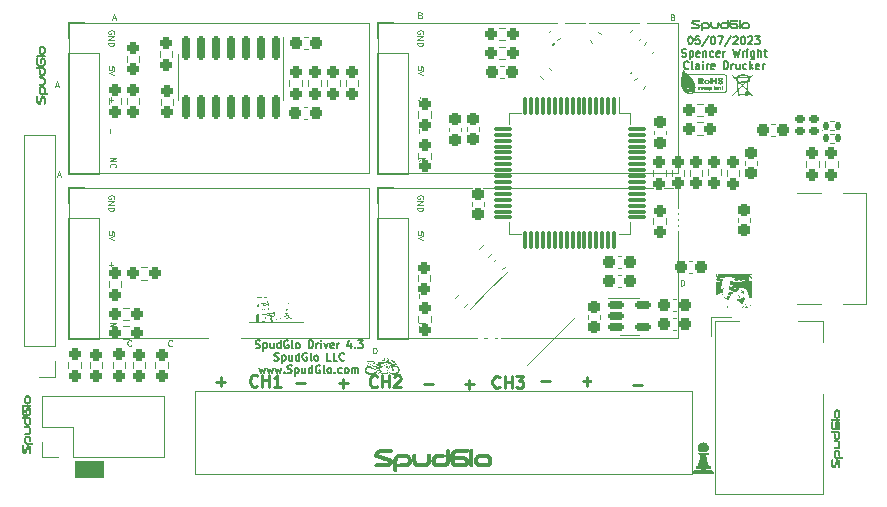
<source format=gto>
G04 #@! TF.GenerationSoftware,KiCad,Pcbnew,7.0.2-0*
G04 #@! TF.CreationDate,2023-05-07T22:08:19-05:00*
G04 #@! TF.ProjectId,spudglo_driver_v4p3,73707564-676c-46f5-9f64-72697665725f,rev?*
G04 #@! TF.SameCoordinates,Original*
G04 #@! TF.FileFunction,Legend,Top*
G04 #@! TF.FilePolarity,Positive*
%FSLAX46Y46*%
G04 Gerber Fmt 4.6, Leading zero omitted, Abs format (unit mm)*
G04 Created by KiCad (PCBNEW 7.0.2-0) date 2023-05-07 22:08:19*
%MOMM*%
%LPD*%
G01*
G04 APERTURE LIST*
G04 Aperture macros list*
%AMRoundRect*
0 Rectangle with rounded corners*
0 $1 Rounding radius*
0 $2 $3 $4 $5 $6 $7 $8 $9 X,Y pos of 4 corners*
0 Add a 4 corners polygon primitive as box body*
4,1,4,$2,$3,$4,$5,$6,$7,$8,$9,$2,$3,0*
0 Add four circle primitives for the rounded corners*
1,1,$1+$1,$2,$3*
1,1,$1+$1,$4,$5*
1,1,$1+$1,$6,$7*
1,1,$1+$1,$8,$9*
0 Add four rect primitives between the rounded corners*
20,1,$1+$1,$2,$3,$4,$5,0*
20,1,$1+$1,$4,$5,$6,$7,0*
20,1,$1+$1,$6,$7,$8,$9,0*
20,1,$1+$1,$8,$9,$2,$3,0*%
%AMRotRect*
0 Rectangle, with rotation*
0 The origin of the aperture is its center*
0 $1 length*
0 $2 width*
0 $3 Rotation angle, in degrees counterclockwise*
0 Add horizontal line*
21,1,$1,$2,0,0,$3*%
G04 Aperture macros list end*
%ADD10C,0.120000*%
%ADD11C,0.100000*%
%ADD12C,0.250000*%
%ADD13C,0.125000*%
%ADD14C,0.162500*%
%ADD15C,0.150000*%
%ADD16C,0.200000*%
%ADD17RoundRect,0.160000X0.222500X0.160000X-0.222500X0.160000X-0.222500X-0.160000X0.222500X-0.160000X0*%
%ADD18RoundRect,0.135000X-0.135000X-0.185000X0.135000X-0.185000X0.135000X0.185000X-0.135000X0.185000X0*%
%ADD19RoundRect,0.237500X-0.237500X0.250000X-0.237500X-0.250000X0.237500X-0.250000X0.237500X0.250000X0*%
%ADD20RoundRect,0.237500X0.250000X0.237500X-0.250000X0.237500X-0.250000X-0.237500X0.250000X-0.237500X0*%
%ADD21RoundRect,0.237500X-0.237500X0.300000X-0.237500X-0.300000X0.237500X-0.300000X0.237500X0.300000X0*%
%ADD22R,1.700000X1.700000*%
%ADD23O,1.700000X1.700000*%
%ADD24RotRect,0.575000X1.140000X135.000000*%
%ADD25RoundRect,0.075000X-0.075000X0.700000X-0.075000X-0.700000X0.075000X-0.700000X0.075000X0.700000X0*%
%ADD26RoundRect,0.075000X-0.700000X0.075000X-0.700000X-0.075000X0.700000X-0.075000X0.700000X0.075000X0*%
%ADD27RoundRect,0.237500X-0.300000X-0.237500X0.300000X-0.237500X0.300000X0.237500X-0.300000X0.237500X0*%
%ADD28RoundRect,0.237500X0.237500X-0.250000X0.237500X0.250000X-0.237500X0.250000X-0.237500X-0.250000X0*%
%ADD29RoundRect,0.237500X0.300000X0.237500X-0.300000X0.237500X-0.300000X-0.237500X0.300000X-0.237500X0*%
%ADD30R,1.500000X1.500000*%
%ADD31RoundRect,0.237500X-0.008839X-0.344715X0.344715X0.008839X0.008839X0.344715X-0.344715X-0.008839X0*%
%ADD32R,3.000000X4.000000*%
%ADD33RotRect,1.000000X1.200000X45.000000*%
%ADD34RoundRect,0.237500X0.237500X-0.300000X0.237500X0.300000X-0.237500X0.300000X-0.237500X-0.300000X0*%
%ADD35RoundRect,0.237500X-0.250000X-0.237500X0.250000X-0.237500X0.250000X0.237500X-0.250000X0.237500X0*%
%ADD36RoundRect,0.237500X-0.044194X-0.380070X0.380070X0.044194X0.044194X0.380070X-0.380070X-0.044194X0*%
%ADD37C,2.000000*%
%ADD38RoundRect,0.150000X-0.512500X-0.150000X0.512500X-0.150000X0.512500X0.150000X-0.512500X0.150000X0*%
%ADD39RoundRect,0.237500X-0.380070X0.044194X0.044194X-0.380070X0.380070X-0.044194X-0.044194X0.380070X0*%
%ADD40C,3.000000*%
%ADD41R,4.400000X1.800000*%
%ADD42O,4.000000X1.800000*%
%ADD43O,1.800000X4.000000*%
%ADD44C,0.650000*%
%ADD45R,1.450000X0.600000*%
%ADD46R,1.450000X0.300000*%
%ADD47O,2.100000X1.000000*%
%ADD48O,1.600000X1.000000*%
%ADD49R,0.625000X0.300000*%
%ADD50R,0.300000X0.625000*%
%ADD51RoundRect,0.237500X0.380070X-0.044194X-0.044194X0.380070X-0.380070X0.044194X0.044194X-0.380070X0*%
%ADD52R,0.400000X0.470000*%
%ADD53R,1.700000X0.950000*%
%ADD54RoundRect,0.100000X0.380070X0.521491X-0.521491X-0.380070X-0.380070X-0.521491X0.521491X0.380070X0*%
%ADD55RoundRect,0.150000X-0.150000X0.825000X-0.150000X-0.825000X0.150000X-0.825000X0.150000X0.825000X0*%
G04 APERTURE END LIST*
D10*
X225044000Y-48768000D02*
X225043997Y-61467998D01*
X251205997Y-75437998D02*
X225805998Y-75437999D01*
X199643998Y-61467999D02*
X199643998Y-48768000D01*
D11*
X202552201Y-87195199D02*
X200215400Y-87195200D01*
X200215400Y-86809799D01*
X200190000Y-86835199D01*
X200190000Y-85870000D01*
X202552200Y-85869999D01*
X202552201Y-87195199D01*
G36*
X202552201Y-87195199D02*
G01*
X200215400Y-87195200D01*
X200215400Y-86809799D01*
X200190000Y-86835199D01*
X200190000Y-85870000D01*
X202552200Y-85869999D01*
X202552201Y-87195199D01*
G37*
D10*
X225805998Y-62738000D02*
X251206000Y-62738000D01*
X225806000Y-48768002D02*
X251206002Y-48768002D01*
X225044000Y-62738000D02*
X225043997Y-75437998D01*
X225043997Y-61467998D02*
X199643998Y-61467999D01*
X251206000Y-62738000D02*
X251205997Y-75437998D01*
X225805998Y-75437999D02*
X225805998Y-62738000D01*
X251206002Y-48768002D02*
X251205999Y-61468000D01*
X199643998Y-62738000D02*
X225044000Y-62738000D01*
X199643998Y-75437999D02*
X199643998Y-62738000D01*
X225043997Y-75437998D02*
X199643998Y-75437999D01*
X225806000Y-61468001D02*
X225806000Y-48768002D01*
X199643998Y-48768000D02*
X225044000Y-48768000D01*
X251205999Y-61468000D02*
X225806000Y-61468001D01*
D12*
X236139523Y-79567380D02*
X236091904Y-79615000D01*
X236091904Y-79615000D02*
X235949047Y-79662619D01*
X235949047Y-79662619D02*
X235853809Y-79662619D01*
X235853809Y-79662619D02*
X235710952Y-79615000D01*
X235710952Y-79615000D02*
X235615714Y-79519761D01*
X235615714Y-79519761D02*
X235568095Y-79424523D01*
X235568095Y-79424523D02*
X235520476Y-79234047D01*
X235520476Y-79234047D02*
X235520476Y-79091190D01*
X235520476Y-79091190D02*
X235568095Y-78900714D01*
X235568095Y-78900714D02*
X235615714Y-78805476D01*
X235615714Y-78805476D02*
X235710952Y-78710238D01*
X235710952Y-78710238D02*
X235853809Y-78662619D01*
X235853809Y-78662619D02*
X235949047Y-78662619D01*
X235949047Y-78662619D02*
X236091904Y-78710238D01*
X236091904Y-78710238D02*
X236139523Y-78757857D01*
X236568095Y-79662619D02*
X236568095Y-78662619D01*
X236568095Y-79138809D02*
X237139523Y-79138809D01*
X237139523Y-79662619D02*
X237139523Y-78662619D01*
X237520476Y-78662619D02*
X238139523Y-78662619D01*
X238139523Y-78662619D02*
X237806190Y-79043571D01*
X237806190Y-79043571D02*
X237949047Y-79043571D01*
X237949047Y-79043571D02*
X238044285Y-79091190D01*
X238044285Y-79091190D02*
X238091904Y-79138809D01*
X238091904Y-79138809D02*
X238139523Y-79234047D01*
X238139523Y-79234047D02*
X238139523Y-79472142D01*
X238139523Y-79472142D02*
X238091904Y-79567380D01*
X238091904Y-79567380D02*
X238044285Y-79615000D01*
X238044285Y-79615000D02*
X237949047Y-79662619D01*
X237949047Y-79662619D02*
X237663333Y-79662619D01*
X237663333Y-79662619D02*
X237568095Y-79615000D01*
X237568095Y-79615000D02*
X237520476Y-79567380D01*
D13*
X203380953Y-48318452D02*
X203619048Y-48318452D01*
X203333334Y-48461309D02*
X203500000Y-47961309D01*
X203500000Y-47961309D02*
X203666667Y-48461309D01*
X250909047Y-62391309D02*
X250909047Y-61891309D01*
X250909047Y-61891309D02*
X251028095Y-61891309D01*
X251028095Y-61891309D02*
X251099523Y-61915119D01*
X251099523Y-61915119D02*
X251147142Y-61962738D01*
X251147142Y-61962738D02*
X251170952Y-62010357D01*
X251170952Y-62010357D02*
X251194761Y-62105595D01*
X251194761Y-62105595D02*
X251194761Y-62177023D01*
X251194761Y-62177023D02*
X251170952Y-62272261D01*
X251170952Y-62272261D02*
X251147142Y-62319880D01*
X251147142Y-62319880D02*
X251099523Y-62367500D01*
X251099523Y-62367500D02*
X251028095Y-62391309D01*
X251028095Y-62391309D02*
X250909047Y-62391309D01*
D12*
X243920951Y-79071666D02*
X243159047Y-79071666D01*
X243539999Y-79452619D02*
X243539999Y-78690714D01*
X240410951Y-79101666D02*
X239649047Y-79101666D01*
X212910951Y-79121666D02*
X212149047Y-79121666D01*
X212529999Y-79502619D02*
X212529999Y-78740714D01*
D13*
X203478586Y-49656511D02*
X203502396Y-49608892D01*
X203502396Y-49608892D02*
X203502396Y-49537463D01*
X203502396Y-49537463D02*
X203478586Y-49466035D01*
X203478586Y-49466035D02*
X203430967Y-49418416D01*
X203430967Y-49418416D02*
X203383348Y-49394606D01*
X203383348Y-49394606D02*
X203288110Y-49370797D01*
X203288110Y-49370797D02*
X203216682Y-49370797D01*
X203216682Y-49370797D02*
X203121444Y-49394606D01*
X203121444Y-49394606D02*
X203073825Y-49418416D01*
X203073825Y-49418416D02*
X203026206Y-49466035D01*
X203026206Y-49466035D02*
X203002396Y-49537463D01*
X203002396Y-49537463D02*
X203002396Y-49585082D01*
X203002396Y-49585082D02*
X203026206Y-49656511D01*
X203026206Y-49656511D02*
X203050015Y-49680320D01*
X203050015Y-49680320D02*
X203216682Y-49680320D01*
X203216682Y-49680320D02*
X203216682Y-49585082D01*
X203002396Y-49894606D02*
X203502396Y-49894606D01*
X203502396Y-49894606D02*
X203002396Y-50180320D01*
X203002396Y-50180320D02*
X203502396Y-50180320D01*
X203002396Y-50418416D02*
X203502396Y-50418416D01*
X203502396Y-50418416D02*
X203502396Y-50537464D01*
X203502396Y-50537464D02*
X203478586Y-50608892D01*
X203478586Y-50608892D02*
X203430967Y-50656511D01*
X203430967Y-50656511D02*
X203383348Y-50680321D01*
X203383348Y-50680321D02*
X203288110Y-50704130D01*
X203288110Y-50704130D02*
X203216682Y-50704130D01*
X203216682Y-50704130D02*
X203121444Y-50680321D01*
X203121444Y-50680321D02*
X203073825Y-50656511D01*
X203073825Y-50656511D02*
X203026206Y-50608892D01*
X203026206Y-50608892D02*
X203002396Y-50537464D01*
X203002396Y-50537464D02*
X203002396Y-50418416D01*
X203166738Y-58108543D02*
X203166738Y-57727591D01*
X225429047Y-76731309D02*
X225429047Y-76231309D01*
X225429047Y-76231309D02*
X225548095Y-76231309D01*
X225548095Y-76231309D02*
X225619523Y-76255119D01*
X225619523Y-76255119D02*
X225667142Y-76302738D01*
X225667142Y-76302738D02*
X225690952Y-76350357D01*
X225690952Y-76350357D02*
X225714761Y-76445595D01*
X225714761Y-76445595D02*
X225714761Y-76517023D01*
X225714761Y-76517023D02*
X225690952Y-76612261D01*
X225690952Y-76612261D02*
X225667142Y-76659880D01*
X225667142Y-76659880D02*
X225619523Y-76707500D01*
X225619523Y-76707500D02*
X225548095Y-76731309D01*
X225548095Y-76731309D02*
X225429047Y-76731309D01*
D12*
X219640951Y-79231666D02*
X218879047Y-79231666D01*
D13*
X229328740Y-58108545D02*
X229328740Y-57727593D01*
D12*
X230450951Y-79301666D02*
X229689047Y-79301666D01*
D14*
X215475476Y-76246750D02*
X215568333Y-76277702D01*
X215568333Y-76277702D02*
X215723095Y-76277702D01*
X215723095Y-76277702D02*
X215785000Y-76246750D01*
X215785000Y-76246750D02*
X215815952Y-76215797D01*
X215815952Y-76215797D02*
X215846905Y-76153892D01*
X215846905Y-76153892D02*
X215846905Y-76091988D01*
X215846905Y-76091988D02*
X215815952Y-76030083D01*
X215815952Y-76030083D02*
X215785000Y-75999130D01*
X215785000Y-75999130D02*
X215723095Y-75968178D01*
X215723095Y-75968178D02*
X215599286Y-75937226D01*
X215599286Y-75937226D02*
X215537381Y-75906273D01*
X215537381Y-75906273D02*
X215506428Y-75875321D01*
X215506428Y-75875321D02*
X215475476Y-75813416D01*
X215475476Y-75813416D02*
X215475476Y-75751511D01*
X215475476Y-75751511D02*
X215506428Y-75689607D01*
X215506428Y-75689607D02*
X215537381Y-75658654D01*
X215537381Y-75658654D02*
X215599286Y-75627702D01*
X215599286Y-75627702D02*
X215754047Y-75627702D01*
X215754047Y-75627702D02*
X215846905Y-75658654D01*
X216125476Y-75844369D02*
X216125476Y-76494369D01*
X216125476Y-75875321D02*
X216187381Y-75844369D01*
X216187381Y-75844369D02*
X216311191Y-75844369D01*
X216311191Y-75844369D02*
X216373095Y-75875321D01*
X216373095Y-75875321D02*
X216404048Y-75906273D01*
X216404048Y-75906273D02*
X216435000Y-75968178D01*
X216435000Y-75968178D02*
X216435000Y-76153892D01*
X216435000Y-76153892D02*
X216404048Y-76215797D01*
X216404048Y-76215797D02*
X216373095Y-76246750D01*
X216373095Y-76246750D02*
X216311191Y-76277702D01*
X216311191Y-76277702D02*
X216187381Y-76277702D01*
X216187381Y-76277702D02*
X216125476Y-76246750D01*
X216992143Y-75844369D02*
X216992143Y-76277702D01*
X216713571Y-75844369D02*
X216713571Y-76184845D01*
X216713571Y-76184845D02*
X216744524Y-76246750D01*
X216744524Y-76246750D02*
X216806429Y-76277702D01*
X216806429Y-76277702D02*
X216899286Y-76277702D01*
X216899286Y-76277702D02*
X216961190Y-76246750D01*
X216961190Y-76246750D02*
X216992143Y-76215797D01*
X217580238Y-76277702D02*
X217580238Y-75627702D01*
X217580238Y-76246750D02*
X217518333Y-76277702D01*
X217518333Y-76277702D02*
X217394524Y-76277702D01*
X217394524Y-76277702D02*
X217332619Y-76246750D01*
X217332619Y-76246750D02*
X217301666Y-76215797D01*
X217301666Y-76215797D02*
X217270714Y-76153892D01*
X217270714Y-76153892D02*
X217270714Y-75968178D01*
X217270714Y-75968178D02*
X217301666Y-75906273D01*
X217301666Y-75906273D02*
X217332619Y-75875321D01*
X217332619Y-75875321D02*
X217394524Y-75844369D01*
X217394524Y-75844369D02*
X217518333Y-75844369D01*
X217518333Y-75844369D02*
X217580238Y-75875321D01*
X218230238Y-75658654D02*
X218168333Y-75627702D01*
X218168333Y-75627702D02*
X218075476Y-75627702D01*
X218075476Y-75627702D02*
X217982619Y-75658654D01*
X217982619Y-75658654D02*
X217920714Y-75720559D01*
X217920714Y-75720559D02*
X217889761Y-75782464D01*
X217889761Y-75782464D02*
X217858809Y-75906273D01*
X217858809Y-75906273D02*
X217858809Y-75999130D01*
X217858809Y-75999130D02*
X217889761Y-76122940D01*
X217889761Y-76122940D02*
X217920714Y-76184845D01*
X217920714Y-76184845D02*
X217982619Y-76246750D01*
X217982619Y-76246750D02*
X218075476Y-76277702D01*
X218075476Y-76277702D02*
X218137380Y-76277702D01*
X218137380Y-76277702D02*
X218230238Y-76246750D01*
X218230238Y-76246750D02*
X218261190Y-76215797D01*
X218261190Y-76215797D02*
X218261190Y-75999130D01*
X218261190Y-75999130D02*
X218137380Y-75999130D01*
X218632619Y-76277702D02*
X218570714Y-76246750D01*
X218570714Y-76246750D02*
X218539761Y-76184845D01*
X218539761Y-76184845D02*
X218539761Y-75627702D01*
X218973095Y-76277702D02*
X218911190Y-76246750D01*
X218911190Y-76246750D02*
X218880237Y-76215797D01*
X218880237Y-76215797D02*
X218849285Y-76153892D01*
X218849285Y-76153892D02*
X218849285Y-75968178D01*
X218849285Y-75968178D02*
X218880237Y-75906273D01*
X218880237Y-75906273D02*
X218911190Y-75875321D01*
X218911190Y-75875321D02*
X218973095Y-75844369D01*
X218973095Y-75844369D02*
X219065952Y-75844369D01*
X219065952Y-75844369D02*
X219127856Y-75875321D01*
X219127856Y-75875321D02*
X219158809Y-75906273D01*
X219158809Y-75906273D02*
X219189761Y-75968178D01*
X219189761Y-75968178D02*
X219189761Y-76153892D01*
X219189761Y-76153892D02*
X219158809Y-76215797D01*
X219158809Y-76215797D02*
X219127856Y-76246750D01*
X219127856Y-76246750D02*
X219065952Y-76277702D01*
X219065952Y-76277702D02*
X218973095Y-76277702D01*
X219963570Y-76277702D02*
X219963570Y-75627702D01*
X219963570Y-75627702D02*
X220118332Y-75627702D01*
X220118332Y-75627702D02*
X220211189Y-75658654D01*
X220211189Y-75658654D02*
X220273094Y-75720559D01*
X220273094Y-75720559D02*
X220304047Y-75782464D01*
X220304047Y-75782464D02*
X220334999Y-75906273D01*
X220334999Y-75906273D02*
X220334999Y-75999130D01*
X220334999Y-75999130D02*
X220304047Y-76122940D01*
X220304047Y-76122940D02*
X220273094Y-76184845D01*
X220273094Y-76184845D02*
X220211189Y-76246750D01*
X220211189Y-76246750D02*
X220118332Y-76277702D01*
X220118332Y-76277702D02*
X219963570Y-76277702D01*
X220613570Y-76277702D02*
X220613570Y-75844369D01*
X220613570Y-75968178D02*
X220644523Y-75906273D01*
X220644523Y-75906273D02*
X220675475Y-75875321D01*
X220675475Y-75875321D02*
X220737380Y-75844369D01*
X220737380Y-75844369D02*
X220799285Y-75844369D01*
X221015951Y-76277702D02*
X221015951Y-75844369D01*
X221015951Y-75627702D02*
X220984999Y-75658654D01*
X220984999Y-75658654D02*
X221015951Y-75689607D01*
X221015951Y-75689607D02*
X221046904Y-75658654D01*
X221046904Y-75658654D02*
X221015951Y-75627702D01*
X221015951Y-75627702D02*
X221015951Y-75689607D01*
X221263571Y-75844369D02*
X221418333Y-76277702D01*
X221418333Y-76277702D02*
X221573094Y-75844369D01*
X222068332Y-76246750D02*
X222006428Y-76277702D01*
X222006428Y-76277702D02*
X221882618Y-76277702D01*
X221882618Y-76277702D02*
X221820713Y-76246750D01*
X221820713Y-76246750D02*
X221789761Y-76184845D01*
X221789761Y-76184845D02*
X221789761Y-75937226D01*
X221789761Y-75937226D02*
X221820713Y-75875321D01*
X221820713Y-75875321D02*
X221882618Y-75844369D01*
X221882618Y-75844369D02*
X222006428Y-75844369D01*
X222006428Y-75844369D02*
X222068332Y-75875321D01*
X222068332Y-75875321D02*
X222099285Y-75937226D01*
X222099285Y-75937226D02*
X222099285Y-75999130D01*
X222099285Y-75999130D02*
X221789761Y-76061035D01*
X222377856Y-76277702D02*
X222377856Y-75844369D01*
X222377856Y-75968178D02*
X222408809Y-75906273D01*
X222408809Y-75906273D02*
X222439761Y-75875321D01*
X222439761Y-75875321D02*
X222501666Y-75844369D01*
X222501666Y-75844369D02*
X222563571Y-75844369D01*
X223554047Y-75844369D02*
X223554047Y-76277702D01*
X223399285Y-75596750D02*
X223244523Y-76061035D01*
X223244523Y-76061035D02*
X223646904Y-76061035D01*
X223894523Y-76215797D02*
X223925476Y-76246750D01*
X223925476Y-76246750D02*
X223894523Y-76277702D01*
X223894523Y-76277702D02*
X223863571Y-76246750D01*
X223863571Y-76246750D02*
X223894523Y-76215797D01*
X223894523Y-76215797D02*
X223894523Y-76277702D01*
X224142143Y-75627702D02*
X224544524Y-75627702D01*
X224544524Y-75627702D02*
X224327857Y-75875321D01*
X224327857Y-75875321D02*
X224420714Y-75875321D01*
X224420714Y-75875321D02*
X224482619Y-75906273D01*
X224482619Y-75906273D02*
X224513571Y-75937226D01*
X224513571Y-75937226D02*
X224544524Y-75999130D01*
X224544524Y-75999130D02*
X224544524Y-76153892D01*
X224544524Y-76153892D02*
X224513571Y-76215797D01*
X224513571Y-76215797D02*
X224482619Y-76246750D01*
X224482619Y-76246750D02*
X224420714Y-76277702D01*
X224420714Y-76277702D02*
X224235000Y-76277702D01*
X224235000Y-76277702D02*
X224173095Y-76246750D01*
X224173095Y-76246750D02*
X224142143Y-76215797D01*
X217054048Y-77299750D02*
X217146905Y-77330702D01*
X217146905Y-77330702D02*
X217301667Y-77330702D01*
X217301667Y-77330702D02*
X217363572Y-77299750D01*
X217363572Y-77299750D02*
X217394524Y-77268797D01*
X217394524Y-77268797D02*
X217425477Y-77206892D01*
X217425477Y-77206892D02*
X217425477Y-77144988D01*
X217425477Y-77144988D02*
X217394524Y-77083083D01*
X217394524Y-77083083D02*
X217363572Y-77052130D01*
X217363572Y-77052130D02*
X217301667Y-77021178D01*
X217301667Y-77021178D02*
X217177858Y-76990226D01*
X217177858Y-76990226D02*
X217115953Y-76959273D01*
X217115953Y-76959273D02*
X217085000Y-76928321D01*
X217085000Y-76928321D02*
X217054048Y-76866416D01*
X217054048Y-76866416D02*
X217054048Y-76804511D01*
X217054048Y-76804511D02*
X217085000Y-76742607D01*
X217085000Y-76742607D02*
X217115953Y-76711654D01*
X217115953Y-76711654D02*
X217177858Y-76680702D01*
X217177858Y-76680702D02*
X217332619Y-76680702D01*
X217332619Y-76680702D02*
X217425477Y-76711654D01*
X217704048Y-76897369D02*
X217704048Y-77547369D01*
X217704048Y-76928321D02*
X217765953Y-76897369D01*
X217765953Y-76897369D02*
X217889763Y-76897369D01*
X217889763Y-76897369D02*
X217951667Y-76928321D01*
X217951667Y-76928321D02*
X217982620Y-76959273D01*
X217982620Y-76959273D02*
X218013572Y-77021178D01*
X218013572Y-77021178D02*
X218013572Y-77206892D01*
X218013572Y-77206892D02*
X217982620Y-77268797D01*
X217982620Y-77268797D02*
X217951667Y-77299750D01*
X217951667Y-77299750D02*
X217889763Y-77330702D01*
X217889763Y-77330702D02*
X217765953Y-77330702D01*
X217765953Y-77330702D02*
X217704048Y-77299750D01*
X218570715Y-76897369D02*
X218570715Y-77330702D01*
X218292143Y-76897369D02*
X218292143Y-77237845D01*
X218292143Y-77237845D02*
X218323096Y-77299750D01*
X218323096Y-77299750D02*
X218385001Y-77330702D01*
X218385001Y-77330702D02*
X218477858Y-77330702D01*
X218477858Y-77330702D02*
X218539762Y-77299750D01*
X218539762Y-77299750D02*
X218570715Y-77268797D01*
X219158810Y-77330702D02*
X219158810Y-76680702D01*
X219158810Y-77299750D02*
X219096905Y-77330702D01*
X219096905Y-77330702D02*
X218973096Y-77330702D01*
X218973096Y-77330702D02*
X218911191Y-77299750D01*
X218911191Y-77299750D02*
X218880238Y-77268797D01*
X218880238Y-77268797D02*
X218849286Y-77206892D01*
X218849286Y-77206892D02*
X218849286Y-77021178D01*
X218849286Y-77021178D02*
X218880238Y-76959273D01*
X218880238Y-76959273D02*
X218911191Y-76928321D01*
X218911191Y-76928321D02*
X218973096Y-76897369D01*
X218973096Y-76897369D02*
X219096905Y-76897369D01*
X219096905Y-76897369D02*
X219158810Y-76928321D01*
X219808810Y-76711654D02*
X219746905Y-76680702D01*
X219746905Y-76680702D02*
X219654048Y-76680702D01*
X219654048Y-76680702D02*
X219561191Y-76711654D01*
X219561191Y-76711654D02*
X219499286Y-76773559D01*
X219499286Y-76773559D02*
X219468333Y-76835464D01*
X219468333Y-76835464D02*
X219437381Y-76959273D01*
X219437381Y-76959273D02*
X219437381Y-77052130D01*
X219437381Y-77052130D02*
X219468333Y-77175940D01*
X219468333Y-77175940D02*
X219499286Y-77237845D01*
X219499286Y-77237845D02*
X219561191Y-77299750D01*
X219561191Y-77299750D02*
X219654048Y-77330702D01*
X219654048Y-77330702D02*
X219715952Y-77330702D01*
X219715952Y-77330702D02*
X219808810Y-77299750D01*
X219808810Y-77299750D02*
X219839762Y-77268797D01*
X219839762Y-77268797D02*
X219839762Y-77052130D01*
X219839762Y-77052130D02*
X219715952Y-77052130D01*
X220211191Y-77330702D02*
X220149286Y-77299750D01*
X220149286Y-77299750D02*
X220118333Y-77237845D01*
X220118333Y-77237845D02*
X220118333Y-76680702D01*
X220551667Y-77330702D02*
X220489762Y-77299750D01*
X220489762Y-77299750D02*
X220458809Y-77268797D01*
X220458809Y-77268797D02*
X220427857Y-77206892D01*
X220427857Y-77206892D02*
X220427857Y-77021178D01*
X220427857Y-77021178D02*
X220458809Y-76959273D01*
X220458809Y-76959273D02*
X220489762Y-76928321D01*
X220489762Y-76928321D02*
X220551667Y-76897369D01*
X220551667Y-76897369D02*
X220644524Y-76897369D01*
X220644524Y-76897369D02*
X220706428Y-76928321D01*
X220706428Y-76928321D02*
X220737381Y-76959273D01*
X220737381Y-76959273D02*
X220768333Y-77021178D01*
X220768333Y-77021178D02*
X220768333Y-77206892D01*
X220768333Y-77206892D02*
X220737381Y-77268797D01*
X220737381Y-77268797D02*
X220706428Y-77299750D01*
X220706428Y-77299750D02*
X220644524Y-77330702D01*
X220644524Y-77330702D02*
X220551667Y-77330702D01*
X221851666Y-77330702D02*
X221542142Y-77330702D01*
X221542142Y-77330702D02*
X221542142Y-76680702D01*
X222377856Y-77330702D02*
X222068332Y-77330702D01*
X222068332Y-77330702D02*
X222068332Y-76680702D01*
X222965951Y-77268797D02*
X222934999Y-77299750D01*
X222934999Y-77299750D02*
X222842141Y-77330702D01*
X222842141Y-77330702D02*
X222780237Y-77330702D01*
X222780237Y-77330702D02*
X222687380Y-77299750D01*
X222687380Y-77299750D02*
X222625475Y-77237845D01*
X222625475Y-77237845D02*
X222594522Y-77175940D01*
X222594522Y-77175940D02*
X222563570Y-77052130D01*
X222563570Y-77052130D02*
X222563570Y-76959273D01*
X222563570Y-76959273D02*
X222594522Y-76835464D01*
X222594522Y-76835464D02*
X222625475Y-76773559D01*
X222625475Y-76773559D02*
X222687380Y-76711654D01*
X222687380Y-76711654D02*
X222780237Y-76680702D01*
X222780237Y-76680702D02*
X222842141Y-76680702D01*
X222842141Y-76680702D02*
X222934999Y-76711654D01*
X222934999Y-76711654D02*
X222965951Y-76742607D01*
X215785001Y-77950369D02*
X215908810Y-78383702D01*
X215908810Y-78383702D02*
X216032620Y-78074178D01*
X216032620Y-78074178D02*
X216156429Y-78383702D01*
X216156429Y-78383702D02*
X216280239Y-77950369D01*
X216465953Y-77950369D02*
X216589762Y-78383702D01*
X216589762Y-78383702D02*
X216713572Y-78074178D01*
X216713572Y-78074178D02*
X216837381Y-78383702D01*
X216837381Y-78383702D02*
X216961191Y-77950369D01*
X217146905Y-77950369D02*
X217270714Y-78383702D01*
X217270714Y-78383702D02*
X217394524Y-78074178D01*
X217394524Y-78074178D02*
X217518333Y-78383702D01*
X217518333Y-78383702D02*
X217642143Y-77950369D01*
X217889761Y-78321797D02*
X217920714Y-78352750D01*
X217920714Y-78352750D02*
X217889761Y-78383702D01*
X217889761Y-78383702D02*
X217858809Y-78352750D01*
X217858809Y-78352750D02*
X217889761Y-78321797D01*
X217889761Y-78321797D02*
X217889761Y-78383702D01*
X218168333Y-78352750D02*
X218261190Y-78383702D01*
X218261190Y-78383702D02*
X218415952Y-78383702D01*
X218415952Y-78383702D02*
X218477857Y-78352750D01*
X218477857Y-78352750D02*
X218508809Y-78321797D01*
X218508809Y-78321797D02*
X218539762Y-78259892D01*
X218539762Y-78259892D02*
X218539762Y-78197988D01*
X218539762Y-78197988D02*
X218508809Y-78136083D01*
X218508809Y-78136083D02*
X218477857Y-78105130D01*
X218477857Y-78105130D02*
X218415952Y-78074178D01*
X218415952Y-78074178D02*
X218292143Y-78043226D01*
X218292143Y-78043226D02*
X218230238Y-78012273D01*
X218230238Y-78012273D02*
X218199285Y-77981321D01*
X218199285Y-77981321D02*
X218168333Y-77919416D01*
X218168333Y-77919416D02*
X218168333Y-77857511D01*
X218168333Y-77857511D02*
X218199285Y-77795607D01*
X218199285Y-77795607D02*
X218230238Y-77764654D01*
X218230238Y-77764654D02*
X218292143Y-77733702D01*
X218292143Y-77733702D02*
X218446904Y-77733702D01*
X218446904Y-77733702D02*
X218539762Y-77764654D01*
X218818333Y-77950369D02*
X218818333Y-78600369D01*
X218818333Y-77981321D02*
X218880238Y-77950369D01*
X218880238Y-77950369D02*
X219004048Y-77950369D01*
X219004048Y-77950369D02*
X219065952Y-77981321D01*
X219065952Y-77981321D02*
X219096905Y-78012273D01*
X219096905Y-78012273D02*
X219127857Y-78074178D01*
X219127857Y-78074178D02*
X219127857Y-78259892D01*
X219127857Y-78259892D02*
X219096905Y-78321797D01*
X219096905Y-78321797D02*
X219065952Y-78352750D01*
X219065952Y-78352750D02*
X219004048Y-78383702D01*
X219004048Y-78383702D02*
X218880238Y-78383702D01*
X218880238Y-78383702D02*
X218818333Y-78352750D01*
X219685000Y-77950369D02*
X219685000Y-78383702D01*
X219406428Y-77950369D02*
X219406428Y-78290845D01*
X219406428Y-78290845D02*
X219437381Y-78352750D01*
X219437381Y-78352750D02*
X219499286Y-78383702D01*
X219499286Y-78383702D02*
X219592143Y-78383702D01*
X219592143Y-78383702D02*
X219654047Y-78352750D01*
X219654047Y-78352750D02*
X219685000Y-78321797D01*
X220273095Y-78383702D02*
X220273095Y-77733702D01*
X220273095Y-78352750D02*
X220211190Y-78383702D01*
X220211190Y-78383702D02*
X220087381Y-78383702D01*
X220087381Y-78383702D02*
X220025476Y-78352750D01*
X220025476Y-78352750D02*
X219994523Y-78321797D01*
X219994523Y-78321797D02*
X219963571Y-78259892D01*
X219963571Y-78259892D02*
X219963571Y-78074178D01*
X219963571Y-78074178D02*
X219994523Y-78012273D01*
X219994523Y-78012273D02*
X220025476Y-77981321D01*
X220025476Y-77981321D02*
X220087381Y-77950369D01*
X220087381Y-77950369D02*
X220211190Y-77950369D01*
X220211190Y-77950369D02*
X220273095Y-77981321D01*
X220923095Y-77764654D02*
X220861190Y-77733702D01*
X220861190Y-77733702D02*
X220768333Y-77733702D01*
X220768333Y-77733702D02*
X220675476Y-77764654D01*
X220675476Y-77764654D02*
X220613571Y-77826559D01*
X220613571Y-77826559D02*
X220582618Y-77888464D01*
X220582618Y-77888464D02*
X220551666Y-78012273D01*
X220551666Y-78012273D02*
X220551666Y-78105130D01*
X220551666Y-78105130D02*
X220582618Y-78228940D01*
X220582618Y-78228940D02*
X220613571Y-78290845D01*
X220613571Y-78290845D02*
X220675476Y-78352750D01*
X220675476Y-78352750D02*
X220768333Y-78383702D01*
X220768333Y-78383702D02*
X220830237Y-78383702D01*
X220830237Y-78383702D02*
X220923095Y-78352750D01*
X220923095Y-78352750D02*
X220954047Y-78321797D01*
X220954047Y-78321797D02*
X220954047Y-78105130D01*
X220954047Y-78105130D02*
X220830237Y-78105130D01*
X221325476Y-78383702D02*
X221263571Y-78352750D01*
X221263571Y-78352750D02*
X221232618Y-78290845D01*
X221232618Y-78290845D02*
X221232618Y-77733702D01*
X221665952Y-78383702D02*
X221604047Y-78352750D01*
X221604047Y-78352750D02*
X221573094Y-78321797D01*
X221573094Y-78321797D02*
X221542142Y-78259892D01*
X221542142Y-78259892D02*
X221542142Y-78074178D01*
X221542142Y-78074178D02*
X221573094Y-78012273D01*
X221573094Y-78012273D02*
X221604047Y-77981321D01*
X221604047Y-77981321D02*
X221665952Y-77950369D01*
X221665952Y-77950369D02*
X221758809Y-77950369D01*
X221758809Y-77950369D02*
X221820713Y-77981321D01*
X221820713Y-77981321D02*
X221851666Y-78012273D01*
X221851666Y-78012273D02*
X221882618Y-78074178D01*
X221882618Y-78074178D02*
X221882618Y-78259892D01*
X221882618Y-78259892D02*
X221851666Y-78321797D01*
X221851666Y-78321797D02*
X221820713Y-78352750D01*
X221820713Y-78352750D02*
X221758809Y-78383702D01*
X221758809Y-78383702D02*
X221665952Y-78383702D01*
X222161189Y-78321797D02*
X222192142Y-78352750D01*
X222192142Y-78352750D02*
X222161189Y-78383702D01*
X222161189Y-78383702D02*
X222130237Y-78352750D01*
X222130237Y-78352750D02*
X222161189Y-78321797D01*
X222161189Y-78321797D02*
X222161189Y-78383702D01*
X222749285Y-78352750D02*
X222687380Y-78383702D01*
X222687380Y-78383702D02*
X222563571Y-78383702D01*
X222563571Y-78383702D02*
X222501666Y-78352750D01*
X222501666Y-78352750D02*
X222470713Y-78321797D01*
X222470713Y-78321797D02*
X222439761Y-78259892D01*
X222439761Y-78259892D02*
X222439761Y-78074178D01*
X222439761Y-78074178D02*
X222470713Y-78012273D01*
X222470713Y-78012273D02*
X222501666Y-77981321D01*
X222501666Y-77981321D02*
X222563571Y-77950369D01*
X222563571Y-77950369D02*
X222687380Y-77950369D01*
X222687380Y-77950369D02*
X222749285Y-77981321D01*
X223120714Y-78383702D02*
X223058809Y-78352750D01*
X223058809Y-78352750D02*
X223027856Y-78321797D01*
X223027856Y-78321797D02*
X222996904Y-78259892D01*
X222996904Y-78259892D02*
X222996904Y-78074178D01*
X222996904Y-78074178D02*
X223027856Y-78012273D01*
X223027856Y-78012273D02*
X223058809Y-77981321D01*
X223058809Y-77981321D02*
X223120714Y-77950369D01*
X223120714Y-77950369D02*
X223213571Y-77950369D01*
X223213571Y-77950369D02*
X223275475Y-77981321D01*
X223275475Y-77981321D02*
X223306428Y-78012273D01*
X223306428Y-78012273D02*
X223337380Y-78074178D01*
X223337380Y-78074178D02*
X223337380Y-78259892D01*
X223337380Y-78259892D02*
X223306428Y-78321797D01*
X223306428Y-78321797D02*
X223275475Y-78352750D01*
X223275475Y-78352750D02*
X223213571Y-78383702D01*
X223213571Y-78383702D02*
X223120714Y-78383702D01*
X223615951Y-78383702D02*
X223615951Y-77950369D01*
X223615951Y-78012273D02*
X223646904Y-77981321D01*
X223646904Y-77981321D02*
X223708809Y-77950369D01*
X223708809Y-77950369D02*
X223801666Y-77950369D01*
X223801666Y-77950369D02*
X223863570Y-77981321D01*
X223863570Y-77981321D02*
X223894523Y-78043226D01*
X223894523Y-78043226D02*
X223894523Y-78383702D01*
X223894523Y-78043226D02*
X223925475Y-77981321D01*
X223925475Y-77981321D02*
X223987380Y-77950369D01*
X223987380Y-77950369D02*
X224080237Y-77950369D01*
X224080237Y-77950369D02*
X224142142Y-77981321D01*
X224142142Y-77981321D02*
X224173094Y-78043226D01*
X224173094Y-78043226D02*
X224173094Y-78383702D01*
D13*
X198550953Y-54058452D02*
X198789048Y-54058452D01*
X198503334Y-54201309D02*
X198670000Y-53701309D01*
X198670000Y-53701309D02*
X198836667Y-54201309D01*
X229294214Y-74125312D02*
X229794214Y-74125312D01*
X229794214Y-74125312D02*
X229294214Y-74411026D01*
X229294214Y-74411026D02*
X229794214Y-74411026D01*
X229341833Y-74934836D02*
X229318024Y-74911027D01*
X229318024Y-74911027D02*
X229294214Y-74839598D01*
X229294214Y-74839598D02*
X229294214Y-74791979D01*
X229294214Y-74791979D02*
X229318024Y-74720551D01*
X229318024Y-74720551D02*
X229365643Y-74672932D01*
X229365643Y-74672932D02*
X229413262Y-74649122D01*
X229413262Y-74649122D02*
X229508500Y-74625313D01*
X229508500Y-74625313D02*
X229579928Y-74625313D01*
X229579928Y-74625313D02*
X229675166Y-74649122D01*
X229675166Y-74649122D02*
X229722785Y-74672932D01*
X229722785Y-74672932D02*
X229770404Y-74720551D01*
X229770404Y-74720551D02*
X229794214Y-74791979D01*
X229794214Y-74791979D02*
X229794214Y-74839598D01*
X229794214Y-74839598D02*
X229770404Y-74911027D01*
X229770404Y-74911027D02*
X229746595Y-74934836D01*
X250795714Y-48269404D02*
X250867142Y-48293214D01*
X250867142Y-48293214D02*
X250890952Y-48317023D01*
X250890952Y-48317023D02*
X250914761Y-48364642D01*
X250914761Y-48364642D02*
X250914761Y-48436071D01*
X250914761Y-48436071D02*
X250890952Y-48483690D01*
X250890952Y-48483690D02*
X250867142Y-48507500D01*
X250867142Y-48507500D02*
X250819523Y-48531309D01*
X250819523Y-48531309D02*
X250629047Y-48531309D01*
X250629047Y-48531309D02*
X250629047Y-48031309D01*
X250629047Y-48031309D02*
X250795714Y-48031309D01*
X250795714Y-48031309D02*
X250843333Y-48055119D01*
X250843333Y-48055119D02*
X250867142Y-48078928D01*
X250867142Y-48078928D02*
X250890952Y-48126547D01*
X250890952Y-48126547D02*
X250890952Y-48174166D01*
X250890952Y-48174166D02*
X250867142Y-48221785D01*
X250867142Y-48221785D02*
X250843333Y-48245595D01*
X250843333Y-48245595D02*
X250795714Y-48269404D01*
X250795714Y-48269404D02*
X250629047Y-48269404D01*
X229386772Y-55047891D02*
X229386772Y-55428844D01*
X229196296Y-55238367D02*
X229577248Y-55238367D01*
X203521593Y-52692027D02*
X203521593Y-52453932D01*
X203521593Y-52453932D02*
X203283498Y-52430123D01*
X203283498Y-52430123D02*
X203307307Y-52453932D01*
X203307307Y-52453932D02*
X203331117Y-52501551D01*
X203331117Y-52501551D02*
X203331117Y-52620599D01*
X203331117Y-52620599D02*
X203307307Y-52668218D01*
X203307307Y-52668218D02*
X203283498Y-52692027D01*
X203283498Y-52692027D02*
X203235879Y-52715837D01*
X203235879Y-52715837D02*
X203116831Y-52715837D01*
X203116831Y-52715837D02*
X203069212Y-52692027D01*
X203069212Y-52692027D02*
X203045403Y-52668218D01*
X203045403Y-52668218D02*
X203021593Y-52620599D01*
X203021593Y-52620599D02*
X203021593Y-52501551D01*
X203021593Y-52501551D02*
X203045403Y-52453932D01*
X203045403Y-52453932D02*
X203069212Y-52430123D01*
X203521593Y-52858694D02*
X203021593Y-53025360D01*
X203021593Y-53025360D02*
X203521593Y-53192027D01*
D12*
X223290951Y-79241666D02*
X222529047Y-79241666D01*
X222909999Y-79622619D02*
X222909999Y-78860714D01*
D14*
X252246427Y-49897702D02*
X252308332Y-49897702D01*
X252308332Y-49897702D02*
X252370236Y-49928654D01*
X252370236Y-49928654D02*
X252401189Y-49959607D01*
X252401189Y-49959607D02*
X252432141Y-50021511D01*
X252432141Y-50021511D02*
X252463094Y-50145321D01*
X252463094Y-50145321D02*
X252463094Y-50300083D01*
X252463094Y-50300083D02*
X252432141Y-50423892D01*
X252432141Y-50423892D02*
X252401189Y-50485797D01*
X252401189Y-50485797D02*
X252370236Y-50516750D01*
X252370236Y-50516750D02*
X252308332Y-50547702D01*
X252308332Y-50547702D02*
X252246427Y-50547702D01*
X252246427Y-50547702D02*
X252184522Y-50516750D01*
X252184522Y-50516750D02*
X252153570Y-50485797D01*
X252153570Y-50485797D02*
X252122617Y-50423892D01*
X252122617Y-50423892D02*
X252091665Y-50300083D01*
X252091665Y-50300083D02*
X252091665Y-50145321D01*
X252091665Y-50145321D02*
X252122617Y-50021511D01*
X252122617Y-50021511D02*
X252153570Y-49959607D01*
X252153570Y-49959607D02*
X252184522Y-49928654D01*
X252184522Y-49928654D02*
X252246427Y-49897702D01*
X253051189Y-49897702D02*
X252741665Y-49897702D01*
X252741665Y-49897702D02*
X252710713Y-50207226D01*
X252710713Y-50207226D02*
X252741665Y-50176273D01*
X252741665Y-50176273D02*
X252803570Y-50145321D01*
X252803570Y-50145321D02*
X252958332Y-50145321D01*
X252958332Y-50145321D02*
X253020237Y-50176273D01*
X253020237Y-50176273D02*
X253051189Y-50207226D01*
X253051189Y-50207226D02*
X253082142Y-50269130D01*
X253082142Y-50269130D02*
X253082142Y-50423892D01*
X253082142Y-50423892D02*
X253051189Y-50485797D01*
X253051189Y-50485797D02*
X253020237Y-50516750D01*
X253020237Y-50516750D02*
X252958332Y-50547702D01*
X252958332Y-50547702D02*
X252803570Y-50547702D01*
X252803570Y-50547702D02*
X252741665Y-50516750D01*
X252741665Y-50516750D02*
X252710713Y-50485797D01*
X253824999Y-49866750D02*
X253267856Y-50702464D01*
X254165475Y-49897702D02*
X254227380Y-49897702D01*
X254227380Y-49897702D02*
X254289284Y-49928654D01*
X254289284Y-49928654D02*
X254320237Y-49959607D01*
X254320237Y-49959607D02*
X254351189Y-50021511D01*
X254351189Y-50021511D02*
X254382142Y-50145321D01*
X254382142Y-50145321D02*
X254382142Y-50300083D01*
X254382142Y-50300083D02*
X254351189Y-50423892D01*
X254351189Y-50423892D02*
X254320237Y-50485797D01*
X254320237Y-50485797D02*
X254289284Y-50516750D01*
X254289284Y-50516750D02*
X254227380Y-50547702D01*
X254227380Y-50547702D02*
X254165475Y-50547702D01*
X254165475Y-50547702D02*
X254103570Y-50516750D01*
X254103570Y-50516750D02*
X254072618Y-50485797D01*
X254072618Y-50485797D02*
X254041665Y-50423892D01*
X254041665Y-50423892D02*
X254010713Y-50300083D01*
X254010713Y-50300083D02*
X254010713Y-50145321D01*
X254010713Y-50145321D02*
X254041665Y-50021511D01*
X254041665Y-50021511D02*
X254072618Y-49959607D01*
X254072618Y-49959607D02*
X254103570Y-49928654D01*
X254103570Y-49928654D02*
X254165475Y-49897702D01*
X254598809Y-49897702D02*
X255032142Y-49897702D01*
X255032142Y-49897702D02*
X254753571Y-50547702D01*
X255744047Y-49866750D02*
X255186904Y-50702464D01*
X255929761Y-49959607D02*
X255960713Y-49928654D01*
X255960713Y-49928654D02*
X256022618Y-49897702D01*
X256022618Y-49897702D02*
X256177380Y-49897702D01*
X256177380Y-49897702D02*
X256239285Y-49928654D01*
X256239285Y-49928654D02*
X256270237Y-49959607D01*
X256270237Y-49959607D02*
X256301190Y-50021511D01*
X256301190Y-50021511D02*
X256301190Y-50083416D01*
X256301190Y-50083416D02*
X256270237Y-50176273D01*
X256270237Y-50176273D02*
X255898809Y-50547702D01*
X255898809Y-50547702D02*
X256301190Y-50547702D01*
X256703571Y-49897702D02*
X256765476Y-49897702D01*
X256765476Y-49897702D02*
X256827380Y-49928654D01*
X256827380Y-49928654D02*
X256858333Y-49959607D01*
X256858333Y-49959607D02*
X256889285Y-50021511D01*
X256889285Y-50021511D02*
X256920238Y-50145321D01*
X256920238Y-50145321D02*
X256920238Y-50300083D01*
X256920238Y-50300083D02*
X256889285Y-50423892D01*
X256889285Y-50423892D02*
X256858333Y-50485797D01*
X256858333Y-50485797D02*
X256827380Y-50516750D01*
X256827380Y-50516750D02*
X256765476Y-50547702D01*
X256765476Y-50547702D02*
X256703571Y-50547702D01*
X256703571Y-50547702D02*
X256641666Y-50516750D01*
X256641666Y-50516750D02*
X256610714Y-50485797D01*
X256610714Y-50485797D02*
X256579761Y-50423892D01*
X256579761Y-50423892D02*
X256548809Y-50300083D01*
X256548809Y-50300083D02*
X256548809Y-50145321D01*
X256548809Y-50145321D02*
X256579761Y-50021511D01*
X256579761Y-50021511D02*
X256610714Y-49959607D01*
X256610714Y-49959607D02*
X256641666Y-49928654D01*
X256641666Y-49928654D02*
X256703571Y-49897702D01*
X257167857Y-49959607D02*
X257198809Y-49928654D01*
X257198809Y-49928654D02*
X257260714Y-49897702D01*
X257260714Y-49897702D02*
X257415476Y-49897702D01*
X257415476Y-49897702D02*
X257477381Y-49928654D01*
X257477381Y-49928654D02*
X257508333Y-49959607D01*
X257508333Y-49959607D02*
X257539286Y-50021511D01*
X257539286Y-50021511D02*
X257539286Y-50083416D01*
X257539286Y-50083416D02*
X257508333Y-50176273D01*
X257508333Y-50176273D02*
X257136905Y-50547702D01*
X257136905Y-50547702D02*
X257539286Y-50547702D01*
X257755953Y-49897702D02*
X258158334Y-49897702D01*
X258158334Y-49897702D02*
X257941667Y-50145321D01*
X257941667Y-50145321D02*
X258034524Y-50145321D01*
X258034524Y-50145321D02*
X258096429Y-50176273D01*
X258096429Y-50176273D02*
X258127381Y-50207226D01*
X258127381Y-50207226D02*
X258158334Y-50269130D01*
X258158334Y-50269130D02*
X258158334Y-50423892D01*
X258158334Y-50423892D02*
X258127381Y-50485797D01*
X258127381Y-50485797D02*
X258096429Y-50516750D01*
X258096429Y-50516750D02*
X258034524Y-50547702D01*
X258034524Y-50547702D02*
X257848810Y-50547702D01*
X257848810Y-50547702D02*
X257786905Y-50516750D01*
X257786905Y-50516750D02*
X257755953Y-50485797D01*
X251565476Y-51569750D02*
X251658333Y-51600702D01*
X251658333Y-51600702D02*
X251813095Y-51600702D01*
X251813095Y-51600702D02*
X251875000Y-51569750D01*
X251875000Y-51569750D02*
X251905952Y-51538797D01*
X251905952Y-51538797D02*
X251936905Y-51476892D01*
X251936905Y-51476892D02*
X251936905Y-51414988D01*
X251936905Y-51414988D02*
X251905952Y-51353083D01*
X251905952Y-51353083D02*
X251875000Y-51322130D01*
X251875000Y-51322130D02*
X251813095Y-51291178D01*
X251813095Y-51291178D02*
X251689286Y-51260226D01*
X251689286Y-51260226D02*
X251627381Y-51229273D01*
X251627381Y-51229273D02*
X251596428Y-51198321D01*
X251596428Y-51198321D02*
X251565476Y-51136416D01*
X251565476Y-51136416D02*
X251565476Y-51074511D01*
X251565476Y-51074511D02*
X251596428Y-51012607D01*
X251596428Y-51012607D02*
X251627381Y-50981654D01*
X251627381Y-50981654D02*
X251689286Y-50950702D01*
X251689286Y-50950702D02*
X251844047Y-50950702D01*
X251844047Y-50950702D02*
X251936905Y-50981654D01*
X252215476Y-51167369D02*
X252215476Y-51817369D01*
X252215476Y-51198321D02*
X252277381Y-51167369D01*
X252277381Y-51167369D02*
X252401191Y-51167369D01*
X252401191Y-51167369D02*
X252463095Y-51198321D01*
X252463095Y-51198321D02*
X252494048Y-51229273D01*
X252494048Y-51229273D02*
X252525000Y-51291178D01*
X252525000Y-51291178D02*
X252525000Y-51476892D01*
X252525000Y-51476892D02*
X252494048Y-51538797D01*
X252494048Y-51538797D02*
X252463095Y-51569750D01*
X252463095Y-51569750D02*
X252401191Y-51600702D01*
X252401191Y-51600702D02*
X252277381Y-51600702D01*
X252277381Y-51600702D02*
X252215476Y-51569750D01*
X253051190Y-51569750D02*
X252989286Y-51600702D01*
X252989286Y-51600702D02*
X252865476Y-51600702D01*
X252865476Y-51600702D02*
X252803571Y-51569750D01*
X252803571Y-51569750D02*
X252772619Y-51507845D01*
X252772619Y-51507845D02*
X252772619Y-51260226D01*
X252772619Y-51260226D02*
X252803571Y-51198321D01*
X252803571Y-51198321D02*
X252865476Y-51167369D01*
X252865476Y-51167369D02*
X252989286Y-51167369D01*
X252989286Y-51167369D02*
X253051190Y-51198321D01*
X253051190Y-51198321D02*
X253082143Y-51260226D01*
X253082143Y-51260226D02*
X253082143Y-51322130D01*
X253082143Y-51322130D02*
X252772619Y-51384035D01*
X253360714Y-51167369D02*
X253360714Y-51600702D01*
X253360714Y-51229273D02*
X253391667Y-51198321D01*
X253391667Y-51198321D02*
X253453572Y-51167369D01*
X253453572Y-51167369D02*
X253546429Y-51167369D01*
X253546429Y-51167369D02*
X253608333Y-51198321D01*
X253608333Y-51198321D02*
X253639286Y-51260226D01*
X253639286Y-51260226D02*
X253639286Y-51600702D01*
X254227381Y-51569750D02*
X254165476Y-51600702D01*
X254165476Y-51600702D02*
X254041667Y-51600702D01*
X254041667Y-51600702D02*
X253979762Y-51569750D01*
X253979762Y-51569750D02*
X253948809Y-51538797D01*
X253948809Y-51538797D02*
X253917857Y-51476892D01*
X253917857Y-51476892D02*
X253917857Y-51291178D01*
X253917857Y-51291178D02*
X253948809Y-51229273D01*
X253948809Y-51229273D02*
X253979762Y-51198321D01*
X253979762Y-51198321D02*
X254041667Y-51167369D01*
X254041667Y-51167369D02*
X254165476Y-51167369D01*
X254165476Y-51167369D02*
X254227381Y-51198321D01*
X254753571Y-51569750D02*
X254691667Y-51600702D01*
X254691667Y-51600702D02*
X254567857Y-51600702D01*
X254567857Y-51600702D02*
X254505952Y-51569750D01*
X254505952Y-51569750D02*
X254475000Y-51507845D01*
X254475000Y-51507845D02*
X254475000Y-51260226D01*
X254475000Y-51260226D02*
X254505952Y-51198321D01*
X254505952Y-51198321D02*
X254567857Y-51167369D01*
X254567857Y-51167369D02*
X254691667Y-51167369D01*
X254691667Y-51167369D02*
X254753571Y-51198321D01*
X254753571Y-51198321D02*
X254784524Y-51260226D01*
X254784524Y-51260226D02*
X254784524Y-51322130D01*
X254784524Y-51322130D02*
X254475000Y-51384035D01*
X255063095Y-51600702D02*
X255063095Y-51167369D01*
X255063095Y-51291178D02*
X255094048Y-51229273D01*
X255094048Y-51229273D02*
X255125000Y-51198321D01*
X255125000Y-51198321D02*
X255186905Y-51167369D01*
X255186905Y-51167369D02*
X255248810Y-51167369D01*
X255898810Y-50950702D02*
X256053572Y-51600702D01*
X256053572Y-51600702D02*
X256177381Y-51136416D01*
X256177381Y-51136416D02*
X256301191Y-51600702D01*
X256301191Y-51600702D02*
X256455953Y-50950702D01*
X256703571Y-51600702D02*
X256703571Y-51167369D01*
X256703571Y-51291178D02*
X256734524Y-51229273D01*
X256734524Y-51229273D02*
X256765476Y-51198321D01*
X256765476Y-51198321D02*
X256827381Y-51167369D01*
X256827381Y-51167369D02*
X256889286Y-51167369D01*
X257105952Y-51600702D02*
X257105952Y-51167369D01*
X257105952Y-50950702D02*
X257075000Y-50981654D01*
X257075000Y-50981654D02*
X257105952Y-51012607D01*
X257105952Y-51012607D02*
X257136905Y-50981654D01*
X257136905Y-50981654D02*
X257105952Y-50950702D01*
X257105952Y-50950702D02*
X257105952Y-51012607D01*
X257694048Y-51167369D02*
X257694048Y-51693559D01*
X257694048Y-51693559D02*
X257663095Y-51755464D01*
X257663095Y-51755464D02*
X257632143Y-51786416D01*
X257632143Y-51786416D02*
X257570238Y-51817369D01*
X257570238Y-51817369D02*
X257477381Y-51817369D01*
X257477381Y-51817369D02*
X257415476Y-51786416D01*
X257694048Y-51569750D02*
X257632143Y-51600702D01*
X257632143Y-51600702D02*
X257508334Y-51600702D01*
X257508334Y-51600702D02*
X257446429Y-51569750D01*
X257446429Y-51569750D02*
X257415476Y-51538797D01*
X257415476Y-51538797D02*
X257384524Y-51476892D01*
X257384524Y-51476892D02*
X257384524Y-51291178D01*
X257384524Y-51291178D02*
X257415476Y-51229273D01*
X257415476Y-51229273D02*
X257446429Y-51198321D01*
X257446429Y-51198321D02*
X257508334Y-51167369D01*
X257508334Y-51167369D02*
X257632143Y-51167369D01*
X257632143Y-51167369D02*
X257694048Y-51198321D01*
X258003571Y-51600702D02*
X258003571Y-50950702D01*
X258282143Y-51600702D02*
X258282143Y-51260226D01*
X258282143Y-51260226D02*
X258251190Y-51198321D01*
X258251190Y-51198321D02*
X258189286Y-51167369D01*
X258189286Y-51167369D02*
X258096429Y-51167369D01*
X258096429Y-51167369D02*
X258034524Y-51198321D01*
X258034524Y-51198321D02*
X258003571Y-51229273D01*
X258498809Y-51167369D02*
X258746428Y-51167369D01*
X258591666Y-50950702D02*
X258591666Y-51507845D01*
X258591666Y-51507845D02*
X258622619Y-51569750D01*
X258622619Y-51569750D02*
X258684524Y-51600702D01*
X258684524Y-51600702D02*
X258746428Y-51600702D01*
X252138095Y-52591797D02*
X252107143Y-52622750D01*
X252107143Y-52622750D02*
X252014285Y-52653702D01*
X252014285Y-52653702D02*
X251952381Y-52653702D01*
X251952381Y-52653702D02*
X251859524Y-52622750D01*
X251859524Y-52622750D02*
X251797619Y-52560845D01*
X251797619Y-52560845D02*
X251766666Y-52498940D01*
X251766666Y-52498940D02*
X251735714Y-52375130D01*
X251735714Y-52375130D02*
X251735714Y-52282273D01*
X251735714Y-52282273D02*
X251766666Y-52158464D01*
X251766666Y-52158464D02*
X251797619Y-52096559D01*
X251797619Y-52096559D02*
X251859524Y-52034654D01*
X251859524Y-52034654D02*
X251952381Y-52003702D01*
X251952381Y-52003702D02*
X252014285Y-52003702D01*
X252014285Y-52003702D02*
X252107143Y-52034654D01*
X252107143Y-52034654D02*
X252138095Y-52065607D01*
X252509524Y-52653702D02*
X252447619Y-52622750D01*
X252447619Y-52622750D02*
X252416666Y-52560845D01*
X252416666Y-52560845D02*
X252416666Y-52003702D01*
X253035714Y-52653702D02*
X253035714Y-52313226D01*
X253035714Y-52313226D02*
X253004761Y-52251321D01*
X253004761Y-52251321D02*
X252942857Y-52220369D01*
X252942857Y-52220369D02*
X252819047Y-52220369D01*
X252819047Y-52220369D02*
X252757142Y-52251321D01*
X253035714Y-52622750D02*
X252973809Y-52653702D01*
X252973809Y-52653702D02*
X252819047Y-52653702D01*
X252819047Y-52653702D02*
X252757142Y-52622750D01*
X252757142Y-52622750D02*
X252726190Y-52560845D01*
X252726190Y-52560845D02*
X252726190Y-52498940D01*
X252726190Y-52498940D02*
X252757142Y-52437035D01*
X252757142Y-52437035D02*
X252819047Y-52406083D01*
X252819047Y-52406083D02*
X252973809Y-52406083D01*
X252973809Y-52406083D02*
X253035714Y-52375130D01*
X253345237Y-52653702D02*
X253345237Y-52220369D01*
X253345237Y-52003702D02*
X253314285Y-52034654D01*
X253314285Y-52034654D02*
X253345237Y-52065607D01*
X253345237Y-52065607D02*
X253376190Y-52034654D01*
X253376190Y-52034654D02*
X253345237Y-52003702D01*
X253345237Y-52003702D02*
X253345237Y-52065607D01*
X253654761Y-52653702D02*
X253654761Y-52220369D01*
X253654761Y-52344178D02*
X253685714Y-52282273D01*
X253685714Y-52282273D02*
X253716666Y-52251321D01*
X253716666Y-52251321D02*
X253778571Y-52220369D01*
X253778571Y-52220369D02*
X253840476Y-52220369D01*
X254304761Y-52622750D02*
X254242857Y-52653702D01*
X254242857Y-52653702D02*
X254119047Y-52653702D01*
X254119047Y-52653702D02*
X254057142Y-52622750D01*
X254057142Y-52622750D02*
X254026190Y-52560845D01*
X254026190Y-52560845D02*
X254026190Y-52313226D01*
X254026190Y-52313226D02*
X254057142Y-52251321D01*
X254057142Y-52251321D02*
X254119047Y-52220369D01*
X254119047Y-52220369D02*
X254242857Y-52220369D01*
X254242857Y-52220369D02*
X254304761Y-52251321D01*
X254304761Y-52251321D02*
X254335714Y-52313226D01*
X254335714Y-52313226D02*
X254335714Y-52375130D01*
X254335714Y-52375130D02*
X254026190Y-52437035D01*
X255109523Y-52653702D02*
X255109523Y-52003702D01*
X255109523Y-52003702D02*
X255264285Y-52003702D01*
X255264285Y-52003702D02*
X255357142Y-52034654D01*
X255357142Y-52034654D02*
X255419047Y-52096559D01*
X255419047Y-52096559D02*
X255450000Y-52158464D01*
X255450000Y-52158464D02*
X255480952Y-52282273D01*
X255480952Y-52282273D02*
X255480952Y-52375130D01*
X255480952Y-52375130D02*
X255450000Y-52498940D01*
X255450000Y-52498940D02*
X255419047Y-52560845D01*
X255419047Y-52560845D02*
X255357142Y-52622750D01*
X255357142Y-52622750D02*
X255264285Y-52653702D01*
X255264285Y-52653702D02*
X255109523Y-52653702D01*
X255759523Y-52653702D02*
X255759523Y-52220369D01*
X255759523Y-52344178D02*
X255790476Y-52282273D01*
X255790476Y-52282273D02*
X255821428Y-52251321D01*
X255821428Y-52251321D02*
X255883333Y-52220369D01*
X255883333Y-52220369D02*
X255945238Y-52220369D01*
X256440476Y-52220369D02*
X256440476Y-52653702D01*
X256161904Y-52220369D02*
X256161904Y-52560845D01*
X256161904Y-52560845D02*
X256192857Y-52622750D01*
X256192857Y-52622750D02*
X256254762Y-52653702D01*
X256254762Y-52653702D02*
X256347619Y-52653702D01*
X256347619Y-52653702D02*
X256409523Y-52622750D01*
X256409523Y-52622750D02*
X256440476Y-52591797D01*
X257028571Y-52622750D02*
X256966666Y-52653702D01*
X256966666Y-52653702D02*
X256842857Y-52653702D01*
X256842857Y-52653702D02*
X256780952Y-52622750D01*
X256780952Y-52622750D02*
X256749999Y-52591797D01*
X256749999Y-52591797D02*
X256719047Y-52529892D01*
X256719047Y-52529892D02*
X256719047Y-52344178D01*
X256719047Y-52344178D02*
X256749999Y-52282273D01*
X256749999Y-52282273D02*
X256780952Y-52251321D01*
X256780952Y-52251321D02*
X256842857Y-52220369D01*
X256842857Y-52220369D02*
X256966666Y-52220369D01*
X256966666Y-52220369D02*
X257028571Y-52251321D01*
X257307142Y-52653702D02*
X257307142Y-52003702D01*
X257369047Y-52406083D02*
X257554761Y-52653702D01*
X257554761Y-52220369D02*
X257307142Y-52467988D01*
X258080951Y-52622750D02*
X258019047Y-52653702D01*
X258019047Y-52653702D02*
X257895237Y-52653702D01*
X257895237Y-52653702D02*
X257833332Y-52622750D01*
X257833332Y-52622750D02*
X257802380Y-52560845D01*
X257802380Y-52560845D02*
X257802380Y-52313226D01*
X257802380Y-52313226D02*
X257833332Y-52251321D01*
X257833332Y-52251321D02*
X257895237Y-52220369D01*
X257895237Y-52220369D02*
X258019047Y-52220369D01*
X258019047Y-52220369D02*
X258080951Y-52251321D01*
X258080951Y-52251321D02*
X258111904Y-52313226D01*
X258111904Y-52313226D02*
X258111904Y-52375130D01*
X258111904Y-52375130D02*
X257802380Y-52437035D01*
X258390475Y-52653702D02*
X258390475Y-52220369D01*
X258390475Y-52344178D02*
X258421428Y-52282273D01*
X258421428Y-52282273D02*
X258452380Y-52251321D01*
X258452380Y-52251321D02*
X258514285Y-52220369D01*
X258514285Y-52220369D02*
X258576190Y-52220369D01*
D13*
X229640588Y-49656513D02*
X229664398Y-49608894D01*
X229664398Y-49608894D02*
X229664398Y-49537465D01*
X229664398Y-49537465D02*
X229640588Y-49466037D01*
X229640588Y-49466037D02*
X229592969Y-49418418D01*
X229592969Y-49418418D02*
X229545350Y-49394608D01*
X229545350Y-49394608D02*
X229450112Y-49370799D01*
X229450112Y-49370799D02*
X229378684Y-49370799D01*
X229378684Y-49370799D02*
X229283446Y-49394608D01*
X229283446Y-49394608D02*
X229235827Y-49418418D01*
X229235827Y-49418418D02*
X229188208Y-49466037D01*
X229188208Y-49466037D02*
X229164398Y-49537465D01*
X229164398Y-49537465D02*
X229164398Y-49585084D01*
X229164398Y-49585084D02*
X229188208Y-49656513D01*
X229188208Y-49656513D02*
X229212017Y-49680322D01*
X229212017Y-49680322D02*
X229378684Y-49680322D01*
X229378684Y-49680322D02*
X229378684Y-49585084D01*
X229164398Y-49894608D02*
X229664398Y-49894608D01*
X229664398Y-49894608D02*
X229164398Y-50180322D01*
X229164398Y-50180322D02*
X229664398Y-50180322D01*
X229164398Y-50418418D02*
X229664398Y-50418418D01*
X229664398Y-50418418D02*
X229664398Y-50537466D01*
X229664398Y-50537466D02*
X229640588Y-50608894D01*
X229640588Y-50608894D02*
X229592969Y-50656513D01*
X229592969Y-50656513D02*
X229545350Y-50680323D01*
X229545350Y-50680323D02*
X229450112Y-50704132D01*
X229450112Y-50704132D02*
X229378684Y-50704132D01*
X229378684Y-50704132D02*
X229283446Y-50680323D01*
X229283446Y-50680323D02*
X229235827Y-50656513D01*
X229235827Y-50656513D02*
X229188208Y-50608894D01*
X229188208Y-50608894D02*
X229164398Y-50537466D01*
X229164398Y-50537466D02*
X229164398Y-50418418D01*
X229640586Y-63626511D02*
X229664396Y-63578892D01*
X229664396Y-63578892D02*
X229664396Y-63507463D01*
X229664396Y-63507463D02*
X229640586Y-63436035D01*
X229640586Y-63436035D02*
X229592967Y-63388416D01*
X229592967Y-63388416D02*
X229545348Y-63364606D01*
X229545348Y-63364606D02*
X229450110Y-63340797D01*
X229450110Y-63340797D02*
X229378682Y-63340797D01*
X229378682Y-63340797D02*
X229283444Y-63364606D01*
X229283444Y-63364606D02*
X229235825Y-63388416D01*
X229235825Y-63388416D02*
X229188206Y-63436035D01*
X229188206Y-63436035D02*
X229164396Y-63507463D01*
X229164396Y-63507463D02*
X229164396Y-63555082D01*
X229164396Y-63555082D02*
X229188206Y-63626511D01*
X229188206Y-63626511D02*
X229212015Y-63650320D01*
X229212015Y-63650320D02*
X229378682Y-63650320D01*
X229378682Y-63650320D02*
X229378682Y-63555082D01*
X229164396Y-63864606D02*
X229664396Y-63864606D01*
X229664396Y-63864606D02*
X229164396Y-64150320D01*
X229164396Y-64150320D02*
X229664396Y-64150320D01*
X229164396Y-64388416D02*
X229664396Y-64388416D01*
X229664396Y-64388416D02*
X229664396Y-64507464D01*
X229664396Y-64507464D02*
X229640586Y-64578892D01*
X229640586Y-64578892D02*
X229592967Y-64626511D01*
X229592967Y-64626511D02*
X229545348Y-64650321D01*
X229545348Y-64650321D02*
X229450110Y-64674130D01*
X229450110Y-64674130D02*
X229378682Y-64674130D01*
X229378682Y-64674130D02*
X229283444Y-64650321D01*
X229283444Y-64650321D02*
X229235825Y-64626511D01*
X229235825Y-64626511D02*
X229188206Y-64578892D01*
X229188206Y-64578892D02*
X229164396Y-64507464D01*
X229164396Y-64507464D02*
X229164396Y-64388416D01*
D12*
X225759523Y-79497380D02*
X225711904Y-79545000D01*
X225711904Y-79545000D02*
X225569047Y-79592619D01*
X225569047Y-79592619D02*
X225473809Y-79592619D01*
X225473809Y-79592619D02*
X225330952Y-79545000D01*
X225330952Y-79545000D02*
X225235714Y-79449761D01*
X225235714Y-79449761D02*
X225188095Y-79354523D01*
X225188095Y-79354523D02*
X225140476Y-79164047D01*
X225140476Y-79164047D02*
X225140476Y-79021190D01*
X225140476Y-79021190D02*
X225188095Y-78830714D01*
X225188095Y-78830714D02*
X225235714Y-78735476D01*
X225235714Y-78735476D02*
X225330952Y-78640238D01*
X225330952Y-78640238D02*
X225473809Y-78592619D01*
X225473809Y-78592619D02*
X225569047Y-78592619D01*
X225569047Y-78592619D02*
X225711904Y-78640238D01*
X225711904Y-78640238D02*
X225759523Y-78687857D01*
X226188095Y-79592619D02*
X226188095Y-78592619D01*
X226188095Y-79068809D02*
X226759523Y-79068809D01*
X226759523Y-79592619D02*
X226759523Y-78592619D01*
X227188095Y-78687857D02*
X227235714Y-78640238D01*
X227235714Y-78640238D02*
X227330952Y-78592619D01*
X227330952Y-78592619D02*
X227569047Y-78592619D01*
X227569047Y-78592619D02*
X227664285Y-78640238D01*
X227664285Y-78640238D02*
X227711904Y-78687857D01*
X227711904Y-78687857D02*
X227759523Y-78783095D01*
X227759523Y-78783095D02*
X227759523Y-78878333D01*
X227759523Y-78878333D02*
X227711904Y-79021190D01*
X227711904Y-79021190D02*
X227140476Y-79592619D01*
X227140476Y-79592619D02*
X227759523Y-79592619D01*
D13*
X229425714Y-48089404D02*
X229497142Y-48113214D01*
X229497142Y-48113214D02*
X229520952Y-48137023D01*
X229520952Y-48137023D02*
X229544761Y-48184642D01*
X229544761Y-48184642D02*
X229544761Y-48256071D01*
X229544761Y-48256071D02*
X229520952Y-48303690D01*
X229520952Y-48303690D02*
X229497142Y-48327500D01*
X229497142Y-48327500D02*
X229449523Y-48351309D01*
X229449523Y-48351309D02*
X229259047Y-48351309D01*
X229259047Y-48351309D02*
X229259047Y-47851309D01*
X229259047Y-47851309D02*
X229425714Y-47851309D01*
X229425714Y-47851309D02*
X229473333Y-47875119D01*
X229473333Y-47875119D02*
X229497142Y-47898928D01*
X229497142Y-47898928D02*
X229520952Y-47946547D01*
X229520952Y-47946547D02*
X229520952Y-47994166D01*
X229520952Y-47994166D02*
X229497142Y-48041785D01*
X229497142Y-48041785D02*
X229473333Y-48065595D01*
X229473333Y-48065595D02*
X229425714Y-48089404D01*
X229425714Y-48089404D02*
X229259047Y-48089404D01*
D12*
X233920951Y-79361666D02*
X233159047Y-79361666D01*
X233539999Y-79742619D02*
X233539999Y-78980714D01*
D13*
X229683595Y-52692029D02*
X229683595Y-52453934D01*
X229683595Y-52453934D02*
X229445500Y-52430125D01*
X229445500Y-52430125D02*
X229469309Y-52453934D01*
X229469309Y-52453934D02*
X229493119Y-52501553D01*
X229493119Y-52501553D02*
X229493119Y-52620601D01*
X229493119Y-52620601D02*
X229469309Y-52668220D01*
X229469309Y-52668220D02*
X229445500Y-52692029D01*
X229445500Y-52692029D02*
X229397881Y-52715839D01*
X229397881Y-52715839D02*
X229278833Y-52715839D01*
X229278833Y-52715839D02*
X229231214Y-52692029D01*
X229231214Y-52692029D02*
X229207405Y-52668220D01*
X229207405Y-52668220D02*
X229183595Y-52620601D01*
X229183595Y-52620601D02*
X229183595Y-52501553D01*
X229183595Y-52501553D02*
X229207405Y-52453934D01*
X229207405Y-52453934D02*
X229231214Y-52430125D01*
X229683595Y-52858696D02*
X229183595Y-53025362D01*
X229183595Y-53025362D02*
X229683595Y-53192029D01*
X204924761Y-76053690D02*
X204900952Y-76077500D01*
X204900952Y-76077500D02*
X204829523Y-76101309D01*
X204829523Y-76101309D02*
X204781904Y-76101309D01*
X204781904Y-76101309D02*
X204710476Y-76077500D01*
X204710476Y-76077500D02*
X204662857Y-76029880D01*
X204662857Y-76029880D02*
X204639047Y-75982261D01*
X204639047Y-75982261D02*
X204615238Y-75887023D01*
X204615238Y-75887023D02*
X204615238Y-75815595D01*
X204615238Y-75815595D02*
X204639047Y-75720357D01*
X204639047Y-75720357D02*
X204662857Y-75672738D01*
X204662857Y-75672738D02*
X204710476Y-75625119D01*
X204710476Y-75625119D02*
X204781904Y-75601309D01*
X204781904Y-75601309D02*
X204829523Y-75601309D01*
X204829523Y-75601309D02*
X204900952Y-75625119D01*
X204900952Y-75625119D02*
X204924761Y-75648928D01*
X203224770Y-55047889D02*
X203224770Y-55428842D01*
X203034294Y-55238365D02*
X203415246Y-55238365D01*
D12*
X248150951Y-79411666D02*
X247389047Y-79411666D01*
D13*
X203132214Y-60155312D02*
X203632214Y-60155312D01*
X203632214Y-60155312D02*
X203132214Y-60441026D01*
X203132214Y-60441026D02*
X203632214Y-60441026D01*
X203179833Y-60964836D02*
X203156024Y-60941027D01*
X203156024Y-60941027D02*
X203132214Y-60869598D01*
X203132214Y-60869598D02*
X203132214Y-60821979D01*
X203132214Y-60821979D02*
X203156024Y-60750551D01*
X203156024Y-60750551D02*
X203203643Y-60702932D01*
X203203643Y-60702932D02*
X203251262Y-60679122D01*
X203251262Y-60679122D02*
X203346500Y-60655313D01*
X203346500Y-60655313D02*
X203417928Y-60655313D01*
X203417928Y-60655313D02*
X203513166Y-60679122D01*
X203513166Y-60679122D02*
X203560785Y-60702932D01*
X203560785Y-60702932D02*
X203608404Y-60750551D01*
X203608404Y-60750551D02*
X203632214Y-60821979D01*
X203632214Y-60821979D02*
X203632214Y-60869598D01*
X203632214Y-60869598D02*
X203608404Y-60941027D01*
X203608404Y-60941027D02*
X203584595Y-60964836D01*
X229683593Y-66662027D02*
X229683593Y-66423932D01*
X229683593Y-66423932D02*
X229445498Y-66400123D01*
X229445498Y-66400123D02*
X229469307Y-66423932D01*
X229469307Y-66423932D02*
X229493117Y-66471551D01*
X229493117Y-66471551D02*
X229493117Y-66590599D01*
X229493117Y-66590599D02*
X229469307Y-66638218D01*
X229469307Y-66638218D02*
X229445498Y-66662027D01*
X229445498Y-66662027D02*
X229397879Y-66685837D01*
X229397879Y-66685837D02*
X229278831Y-66685837D01*
X229278831Y-66685837D02*
X229231212Y-66662027D01*
X229231212Y-66662027D02*
X229207403Y-66638218D01*
X229207403Y-66638218D02*
X229183593Y-66590599D01*
X229183593Y-66590599D02*
X229183593Y-66471551D01*
X229183593Y-66471551D02*
X229207403Y-66423932D01*
X229207403Y-66423932D02*
X229231212Y-66400123D01*
X229683593Y-66828694D02*
X229183593Y-66995360D01*
X229183593Y-66995360D02*
X229683593Y-67162027D01*
X198700953Y-61658452D02*
X198939048Y-61658452D01*
X198653334Y-61801309D02*
X198820000Y-61301309D01*
X198820000Y-61301309D02*
X198986667Y-61801309D01*
X203132214Y-74125312D02*
X203632214Y-74125312D01*
X203632214Y-74125312D02*
X203132214Y-74411026D01*
X203132214Y-74411026D02*
X203632214Y-74411026D01*
X203179833Y-74934836D02*
X203156024Y-74911027D01*
X203156024Y-74911027D02*
X203132214Y-74839598D01*
X203132214Y-74839598D02*
X203132214Y-74791979D01*
X203132214Y-74791979D02*
X203156024Y-74720551D01*
X203156024Y-74720551D02*
X203203643Y-74672932D01*
X203203643Y-74672932D02*
X203251262Y-74649122D01*
X203251262Y-74649122D02*
X203346500Y-74625313D01*
X203346500Y-74625313D02*
X203417928Y-74625313D01*
X203417928Y-74625313D02*
X203513166Y-74649122D01*
X203513166Y-74649122D02*
X203560785Y-74672932D01*
X203560785Y-74672932D02*
X203608404Y-74720551D01*
X203608404Y-74720551D02*
X203632214Y-74791979D01*
X203632214Y-74791979D02*
X203632214Y-74839598D01*
X203632214Y-74839598D02*
X203608404Y-74911027D01*
X203608404Y-74911027D02*
X203584595Y-74934836D01*
X251479047Y-71001309D02*
X251479047Y-70501309D01*
X251479047Y-70501309D02*
X251598095Y-70501309D01*
X251598095Y-70501309D02*
X251669523Y-70525119D01*
X251669523Y-70525119D02*
X251717142Y-70572738D01*
X251717142Y-70572738D02*
X251740952Y-70620357D01*
X251740952Y-70620357D02*
X251764761Y-70715595D01*
X251764761Y-70715595D02*
X251764761Y-70787023D01*
X251764761Y-70787023D02*
X251740952Y-70882261D01*
X251740952Y-70882261D02*
X251717142Y-70929880D01*
X251717142Y-70929880D02*
X251669523Y-70977500D01*
X251669523Y-70977500D02*
X251598095Y-71001309D01*
X251598095Y-71001309D02*
X251479047Y-71001309D01*
D12*
X215609523Y-79447380D02*
X215561904Y-79495000D01*
X215561904Y-79495000D02*
X215419047Y-79542619D01*
X215419047Y-79542619D02*
X215323809Y-79542619D01*
X215323809Y-79542619D02*
X215180952Y-79495000D01*
X215180952Y-79495000D02*
X215085714Y-79399761D01*
X215085714Y-79399761D02*
X215038095Y-79304523D01*
X215038095Y-79304523D02*
X214990476Y-79114047D01*
X214990476Y-79114047D02*
X214990476Y-78971190D01*
X214990476Y-78971190D02*
X215038095Y-78780714D01*
X215038095Y-78780714D02*
X215085714Y-78685476D01*
X215085714Y-78685476D02*
X215180952Y-78590238D01*
X215180952Y-78590238D02*
X215323809Y-78542619D01*
X215323809Y-78542619D02*
X215419047Y-78542619D01*
X215419047Y-78542619D02*
X215561904Y-78590238D01*
X215561904Y-78590238D02*
X215609523Y-78637857D01*
X216038095Y-79542619D02*
X216038095Y-78542619D01*
X216038095Y-79018809D02*
X216609523Y-79018809D01*
X216609523Y-79542619D02*
X216609523Y-78542619D01*
X217609523Y-79542619D02*
X217038095Y-79542619D01*
X217323809Y-79542619D02*
X217323809Y-78542619D01*
X217323809Y-78542619D02*
X217228571Y-78685476D01*
X217228571Y-78685476D02*
X217133333Y-78780714D01*
X217133333Y-78780714D02*
X217038095Y-78828333D01*
D13*
X203521593Y-66662027D02*
X203521593Y-66423932D01*
X203521593Y-66423932D02*
X203283498Y-66400123D01*
X203283498Y-66400123D02*
X203307307Y-66423932D01*
X203307307Y-66423932D02*
X203331117Y-66471551D01*
X203331117Y-66471551D02*
X203331117Y-66590599D01*
X203331117Y-66590599D02*
X203307307Y-66638218D01*
X203307307Y-66638218D02*
X203283498Y-66662027D01*
X203283498Y-66662027D02*
X203235879Y-66685837D01*
X203235879Y-66685837D02*
X203116831Y-66685837D01*
X203116831Y-66685837D02*
X203069212Y-66662027D01*
X203069212Y-66662027D02*
X203045403Y-66638218D01*
X203045403Y-66638218D02*
X203021593Y-66590599D01*
X203021593Y-66590599D02*
X203021593Y-66471551D01*
X203021593Y-66471551D02*
X203045403Y-66423932D01*
X203045403Y-66423932D02*
X203069212Y-66400123D01*
X203521593Y-66828694D02*
X203021593Y-66995360D01*
X203021593Y-66995360D02*
X203521593Y-67162027D01*
X229328738Y-72078543D02*
X229328738Y-71697591D01*
X203166738Y-72078543D02*
X203166738Y-71697591D01*
X208374761Y-76063690D02*
X208350952Y-76087500D01*
X208350952Y-76087500D02*
X208279523Y-76111309D01*
X208279523Y-76111309D02*
X208231904Y-76111309D01*
X208231904Y-76111309D02*
X208160476Y-76087500D01*
X208160476Y-76087500D02*
X208112857Y-76039880D01*
X208112857Y-76039880D02*
X208089047Y-75992261D01*
X208089047Y-75992261D02*
X208065238Y-75897023D01*
X208065238Y-75897023D02*
X208065238Y-75825595D01*
X208065238Y-75825595D02*
X208089047Y-75730357D01*
X208089047Y-75730357D02*
X208112857Y-75682738D01*
X208112857Y-75682738D02*
X208160476Y-75635119D01*
X208160476Y-75635119D02*
X208231904Y-75611309D01*
X208231904Y-75611309D02*
X208279523Y-75611309D01*
X208279523Y-75611309D02*
X208350952Y-75635119D01*
X208350952Y-75635119D02*
X208374761Y-75658928D01*
X229386770Y-69017889D02*
X229386770Y-69398842D01*
X229196294Y-69208365D02*
X229577246Y-69208365D01*
X203224770Y-69017889D02*
X203224770Y-69398842D01*
X203034294Y-69208365D02*
X203415246Y-69208365D01*
X229294216Y-60155314D02*
X229794216Y-60155314D01*
X229794216Y-60155314D02*
X229294216Y-60441028D01*
X229294216Y-60441028D02*
X229794216Y-60441028D01*
X229341835Y-60964838D02*
X229318026Y-60941029D01*
X229318026Y-60941029D02*
X229294216Y-60869600D01*
X229294216Y-60869600D02*
X229294216Y-60821981D01*
X229294216Y-60821981D02*
X229318026Y-60750553D01*
X229318026Y-60750553D02*
X229365645Y-60702934D01*
X229365645Y-60702934D02*
X229413264Y-60679124D01*
X229413264Y-60679124D02*
X229508502Y-60655315D01*
X229508502Y-60655315D02*
X229579930Y-60655315D01*
X229579930Y-60655315D02*
X229675168Y-60679124D01*
X229675168Y-60679124D02*
X229722787Y-60702934D01*
X229722787Y-60702934D02*
X229770406Y-60750553D01*
X229770406Y-60750553D02*
X229794216Y-60821981D01*
X229794216Y-60821981D02*
X229794216Y-60869600D01*
X229794216Y-60869600D02*
X229770406Y-60941029D01*
X229770406Y-60941029D02*
X229746597Y-60964838D01*
X203478586Y-63626511D02*
X203502396Y-63578892D01*
X203502396Y-63578892D02*
X203502396Y-63507463D01*
X203502396Y-63507463D02*
X203478586Y-63436035D01*
X203478586Y-63436035D02*
X203430967Y-63388416D01*
X203430967Y-63388416D02*
X203383348Y-63364606D01*
X203383348Y-63364606D02*
X203288110Y-63340797D01*
X203288110Y-63340797D02*
X203216682Y-63340797D01*
X203216682Y-63340797D02*
X203121444Y-63364606D01*
X203121444Y-63364606D02*
X203073825Y-63388416D01*
X203073825Y-63388416D02*
X203026206Y-63436035D01*
X203026206Y-63436035D02*
X203002396Y-63507463D01*
X203002396Y-63507463D02*
X203002396Y-63555082D01*
X203002396Y-63555082D02*
X203026206Y-63626511D01*
X203026206Y-63626511D02*
X203050015Y-63650320D01*
X203050015Y-63650320D02*
X203216682Y-63650320D01*
X203216682Y-63650320D02*
X203216682Y-63555082D01*
X203002396Y-63864606D02*
X203502396Y-63864606D01*
X203502396Y-63864606D02*
X203002396Y-64150320D01*
X203002396Y-64150320D02*
X203502396Y-64150320D01*
X203002396Y-64388416D02*
X203502396Y-64388416D01*
X203502396Y-64388416D02*
X203502396Y-64507464D01*
X203502396Y-64507464D02*
X203478586Y-64578892D01*
X203478586Y-64578892D02*
X203430967Y-64626511D01*
X203430967Y-64626511D02*
X203383348Y-64650321D01*
X203383348Y-64650321D02*
X203288110Y-64674130D01*
X203288110Y-64674130D02*
X203216682Y-64674130D01*
X203216682Y-64674130D02*
X203121444Y-64650321D01*
X203121444Y-64650321D02*
X203073825Y-64626511D01*
X203073825Y-64626511D02*
X203026206Y-64578892D01*
X203026206Y-64578892D02*
X203002396Y-64507464D01*
X203002396Y-64507464D02*
X203002396Y-64388416D01*
G36*
X254586894Y-72848265D02*
G01*
X254585591Y-72849567D01*
X254584289Y-72848265D01*
X254585591Y-72846963D01*
X254586894Y-72848265D01*
G37*
G36*
X254776856Y-72845592D02*
G01*
X254779614Y-72846963D01*
X254781406Y-72848778D01*
X254778688Y-72849473D01*
X254776512Y-72849527D01*
X254770745Y-72848683D01*
X254767894Y-72846963D01*
X254768357Y-72844958D01*
X254771957Y-72844501D01*
X254776856Y-72845592D01*
G37*
G36*
X254868584Y-72815433D02*
G01*
X254871985Y-72821301D01*
X254873408Y-72829043D01*
X254873409Y-72829212D01*
X254874348Y-72836731D01*
X254877165Y-72839411D01*
X254882061Y-72837335D01*
X254885657Y-72834251D01*
X254891786Y-72829399D01*
X254895688Y-72828828D01*
X254896355Y-72829321D01*
X254900780Y-72830688D01*
X254903795Y-72830019D01*
X254910926Y-72827824D01*
X254915755Y-72827739D01*
X254917501Y-72829296D01*
X254915384Y-72832029D01*
X254911132Y-72834415D01*
X254905689Y-72838068D01*
X254905379Y-72841997D01*
X254909179Y-72845942D01*
X254911471Y-72848124D01*
X254910147Y-72849105D01*
X254904465Y-72849310D01*
X254903319Y-72849301D01*
X254897720Y-72848881D01*
X254896147Y-72847924D01*
X254896863Y-72847431D01*
X254900426Y-72843901D01*
X254899848Y-72839798D01*
X254895516Y-72837131D01*
X254894868Y-72837017D01*
X254890682Y-72837218D01*
X254890507Y-72840051D01*
X254890589Y-72840273D01*
X254890646Y-72842840D01*
X254887534Y-72844060D01*
X254880657Y-72844358D01*
X254872408Y-72843586D01*
X254865757Y-72841654D01*
X254864376Y-72840863D01*
X254861269Y-72838105D01*
X254862058Y-72835836D01*
X254865463Y-72833258D01*
X254869436Y-72828976D01*
X254868946Y-72825850D01*
X254864455Y-72825099D01*
X254862510Y-72825489D01*
X254858498Y-72825893D01*
X254858274Y-72823363D01*
X254858606Y-72822427D01*
X254860106Y-72817339D01*
X254860348Y-72815498D01*
X254862454Y-72813361D01*
X254864163Y-72813107D01*
X254868584Y-72815433D01*
G37*
G36*
X254956708Y-72845661D02*
G01*
X254959192Y-72848001D01*
X254959312Y-72848419D01*
X254957297Y-72849537D01*
X254956708Y-72849567D01*
X254954204Y-72847565D01*
X254954104Y-72846809D01*
X254955699Y-72845254D01*
X254956708Y-72845661D01*
G37*
G36*
X255399528Y-72738266D02*
G01*
X255399840Y-72741820D01*
X255400235Y-72748738D01*
X255400526Y-72753207D01*
X255403124Y-72755723D01*
X255409805Y-72756898D01*
X255419594Y-72756648D01*
X255427849Y-72755568D01*
X255433109Y-72755918D01*
X255435228Y-72757765D01*
X255434148Y-72760528D01*
X255432061Y-72761020D01*
X255429239Y-72762309D01*
X255429554Y-72763884D01*
X255429726Y-72765450D01*
X255426121Y-72763964D01*
X255426061Y-72763932D01*
X255421611Y-72762538D01*
X255419062Y-72765126D01*
X255418836Y-72765625D01*
X255417429Y-72772176D01*
X255417486Y-72774977D01*
X255416930Y-72778242D01*
X255415554Y-72778248D01*
X255412696Y-72778920D01*
X255411287Y-72781169D01*
X255411082Y-72785315D01*
X255412316Y-72786580D01*
X255414345Y-72789561D01*
X255415070Y-72794572D01*
X255416157Y-72801014D01*
X255418195Y-72804773D01*
X255419756Y-72807387D01*
X255418999Y-72807898D01*
X255418954Y-72809167D01*
X255421734Y-72811722D01*
X255425209Y-72814582D01*
X255424520Y-72815511D01*
X255421833Y-72815628D01*
X255418755Y-72816014D01*
X255419389Y-72817723D01*
X255422769Y-72820821D01*
X255426658Y-72824686D01*
X255426756Y-72827448D01*
X255424266Y-72830325D01*
X255421736Y-72833459D01*
X255422486Y-72835938D01*
X255427104Y-72839296D01*
X255427888Y-72839795D01*
X255434110Y-72844542D01*
X255435399Y-72847750D01*
X255431755Y-72849369D01*
X255428173Y-72849567D01*
X255422803Y-72848897D01*
X255421673Y-72846538D01*
X255421941Y-72845661D01*
X255421690Y-72842319D01*
X255420253Y-72841754D01*
X255418151Y-72839729D01*
X255418322Y-72836953D01*
X255418038Y-72831620D01*
X255415759Y-72824422D01*
X255414950Y-72822640D01*
X255412564Y-72816399D01*
X255412195Y-72812305D01*
X255412594Y-72811725D01*
X255412822Y-72809015D01*
X255410409Y-72805124D01*
X255407210Y-72800287D01*
X255405337Y-72793971D01*
X255404242Y-72784459D01*
X255402588Y-72779067D01*
X255401772Y-72777777D01*
X255400321Y-72773831D01*
X255398805Y-72766481D01*
X255397826Y-72759546D01*
X255396514Y-72751048D01*
X255394927Y-72744822D01*
X255393717Y-72742560D01*
X255393475Y-72739980D01*
X255395414Y-72737683D01*
X255398297Y-72736031D01*
X255399528Y-72738266D01*
G37*
G36*
X256833097Y-72841730D02*
G01*
X256835882Y-72845524D01*
X256833644Y-72848074D01*
X256826425Y-72849354D01*
X256820601Y-72849509D01*
X256807082Y-72849451D01*
X256813593Y-72844429D01*
X256818279Y-72841702D01*
X256820927Y-72841820D01*
X256821008Y-72841991D01*
X256823353Y-72842908D01*
X256825566Y-72841544D01*
X256829747Y-72839893D01*
X256833097Y-72841730D01*
G37*
G36*
X256896122Y-72837197D02*
G01*
X256896527Y-72843802D01*
X256896122Y-72846312D01*
X256895368Y-72847122D01*
X256894957Y-72843521D01*
X256894931Y-72841754D01*
X256895203Y-72837016D01*
X256895879Y-72836458D01*
X256896122Y-72837197D01*
G37*
G36*
X256904189Y-72807146D02*
G01*
X256906060Y-72814525D01*
X256907420Y-72825369D01*
X256907787Y-72830686D01*
X256908029Y-72840985D01*
X256907541Y-72847288D01*
X256906507Y-72849303D01*
X256905109Y-72846736D01*
X256903531Y-72839294D01*
X256903306Y-72837848D01*
X256901658Y-72830281D01*
X256899274Y-72826778D01*
X256896636Y-72826128D01*
X256892567Y-72824979D01*
X256891723Y-72823524D01*
X256893852Y-72821262D01*
X256895933Y-72820920D01*
X256898937Y-72819412D01*
X256898931Y-72814577D01*
X256898712Y-72808447D01*
X256899649Y-72805110D01*
X256901990Y-72803814D01*
X256904189Y-72807146D01*
G37*
G36*
X256917081Y-72606295D02*
G01*
X256918800Y-72610372D01*
X256918540Y-72612500D01*
X256919137Y-72618976D01*
X256921409Y-72622700D01*
X256924168Y-72628044D01*
X256924061Y-72631729D01*
X256923978Y-72635312D01*
X256925300Y-72636012D01*
X256927829Y-72634663D01*
X256927875Y-72634059D01*
X256928136Y-72628140D01*
X256930828Y-72625610D01*
X256931128Y-72625595D01*
X256932455Y-72626107D01*
X256932985Y-72628162D01*
X256932627Y-72632543D01*
X256931290Y-72640032D01*
X256928883Y-72651408D01*
X256927224Y-72658913D01*
X256925359Y-72668196D01*
X256924911Y-72673858D01*
X256925874Y-72677290D01*
X256927157Y-72678888D01*
X256929553Y-72684573D01*
X256929324Y-72689843D01*
X256929141Y-72695887D01*
X256929942Y-72705194D01*
X256931557Y-72715945D01*
X256931952Y-72718049D01*
X256933889Y-72729032D01*
X256935320Y-72739058D01*
X256935980Y-72746225D01*
X256935996Y-72747044D01*
X256937225Y-72753748D01*
X256940726Y-72756441D01*
X256943411Y-72758372D01*
X256945761Y-72763187D01*
X256948106Y-72771747D01*
X256949841Y-72780000D01*
X256951823Y-72790390D01*
X256953339Y-72798913D01*
X256954151Y-72804213D01*
X256954227Y-72805110D01*
X256952547Y-72807697D01*
X256947959Y-72806638D01*
X256941916Y-72802689D01*
X256936309Y-72798931D01*
X256932620Y-72797600D01*
X256931758Y-72798836D01*
X256933392Y-72801387D01*
X256937486Y-72804685D01*
X256939571Y-72805306D01*
X256943405Y-72806876D01*
X256948831Y-72810686D01*
X256949407Y-72811166D01*
X256953485Y-72815508D01*
X256955891Y-72820996D01*
X256957267Y-72829358D01*
X256957625Y-72833290D01*
X256958941Y-72849567D01*
X256945516Y-72849391D01*
X256938050Y-72849151D01*
X256935162Y-72848530D01*
X256936224Y-72847281D01*
X256937910Y-72846406D01*
X256941934Y-72844112D01*
X256941619Y-72841944D01*
X256938661Y-72839202D01*
X256933860Y-72833491D01*
X256930718Y-72826931D01*
X256929950Y-72821345D01*
X256930869Y-72819275D01*
X256931670Y-72815311D01*
X256930719Y-72813085D01*
X256928667Y-72810982D01*
X256928223Y-72812455D01*
X256926086Y-72815340D01*
X256924277Y-72815711D01*
X256921388Y-72813734D01*
X256920377Y-72807426D01*
X256920370Y-72806596D01*
X256921218Y-72799854D01*
X256923921Y-72797497D01*
X256924277Y-72797481D01*
X256927805Y-72796551D01*
X256926708Y-72793649D01*
X256922841Y-72790083D01*
X256918943Y-72784787D01*
X256917158Y-72776255D01*
X256916981Y-72773388D01*
X256917003Y-72766182D01*
X256917638Y-72761723D01*
X256918177Y-72761020D01*
X256919074Y-72758654D01*
X256919238Y-72752372D01*
X256918780Y-72743400D01*
X256917810Y-72732962D01*
X256916436Y-72722281D01*
X256914768Y-72712584D01*
X256913288Y-72706329D01*
X256907888Y-72686224D01*
X256904314Y-72669919D01*
X256902377Y-72656412D01*
X256901878Y-72645767D01*
X256902773Y-72632126D01*
X256905093Y-72619549D01*
X256908473Y-72609814D01*
X256909690Y-72607636D01*
X256913418Y-72605039D01*
X256917081Y-72606295D01*
G37*
G36*
X256977063Y-72647940D02*
G01*
X256982259Y-72651093D01*
X256985312Y-72654520D01*
X256985479Y-72655290D01*
X256987071Y-72658323D01*
X256990221Y-72662155D01*
X256994264Y-72667586D01*
X256998911Y-72675323D01*
X257000687Y-72678707D01*
X257005420Y-72686462D01*
X257010681Y-72692653D01*
X257012676Y-72694273D01*
X257017844Y-72698885D01*
X257020424Y-72703004D01*
X257023513Y-72707527D01*
X257029066Y-72712385D01*
X257029730Y-72712840D01*
X257034924Y-72717086D01*
X257037498Y-72720730D01*
X257037558Y-72721150D01*
X257039561Y-72725325D01*
X257043861Y-72726432D01*
X257045520Y-72725774D01*
X257046404Y-72722432D01*
X257044009Y-72717581D01*
X257041049Y-72711850D01*
X257041967Y-72709556D01*
X257046208Y-72710415D01*
X257049987Y-72713540D01*
X257052302Y-72718254D01*
X257052432Y-72722481D01*
X257050932Y-72724010D01*
X257048269Y-72727250D01*
X257048742Y-72733309D01*
X257052173Y-72740990D01*
X257053833Y-72743546D01*
X257057542Y-72748916D01*
X257059567Y-72751987D01*
X257059693Y-72752232D01*
X257061843Y-72753140D01*
X257065888Y-72754465D01*
X257070128Y-72755270D01*
X257070321Y-72753564D01*
X257070043Y-72753084D01*
X257069467Y-72751019D01*
X257071019Y-72751656D01*
X257073831Y-72755697D01*
X257074026Y-72757076D01*
X257076183Y-72760664D01*
X257078583Y-72761829D01*
X257081624Y-72762818D01*
X257079653Y-72763258D01*
X257078777Y-72763322D01*
X257077713Y-72764803D01*
X257080546Y-72768971D01*
X257087416Y-72776027D01*
X257087865Y-72776456D01*
X257095010Y-72782938D01*
X257100013Y-72786879D01*
X257102436Y-72788117D01*
X257101839Y-72786490D01*
X257097785Y-72781834D01*
X257095178Y-72779167D01*
X257090151Y-72773095D01*
X257087295Y-72767617D01*
X257087047Y-72766182D01*
X257085804Y-72761280D01*
X257084443Y-72759718D01*
X257082004Y-72756528D01*
X257082909Y-72753711D01*
X257084687Y-72753207D01*
X257087567Y-72755381D01*
X257088897Y-72758416D01*
X257091374Y-72762646D01*
X257093536Y-72763624D01*
X257096260Y-72765886D01*
X257098358Y-72771359D01*
X257098424Y-72771677D01*
X257101432Y-72778518D01*
X257105260Y-72781095D01*
X257109531Y-72784280D01*
X257110486Y-72787367D01*
X257112245Y-72792855D01*
X257115478Y-72797264D01*
X257118842Y-72801191D01*
X257119585Y-72803140D01*
X257120549Y-72805465D01*
X257124006Y-72810334D01*
X257126243Y-72813123D01*
X257130963Y-72818292D01*
X257133332Y-72819374D01*
X257133855Y-72817604D01*
X257134231Y-72814664D01*
X257136144Y-72814643D01*
X257140973Y-72817542D01*
X257141070Y-72817604D01*
X257148155Y-72823056D01*
X257154491Y-72829384D01*
X257158785Y-72835172D01*
X257159886Y-72838220D01*
X257162055Y-72841660D01*
X257163875Y-72842696D01*
X257167326Y-72845451D01*
X257167781Y-72846881D01*
X257165240Y-72847677D01*
X257157600Y-72848332D01*
X257144841Y-72848848D01*
X257126944Y-72849225D01*
X257103885Y-72849463D01*
X257075646Y-72849563D01*
X257068383Y-72849567D01*
X257046288Y-72849526D01*
X257025984Y-72849408D01*
X257008024Y-72849223D01*
X256992958Y-72848979D01*
X256981340Y-72848687D01*
X256973720Y-72848356D01*
X256970652Y-72847994D01*
X256970629Y-72847923D01*
X256970905Y-72844604D01*
X256969743Y-72841550D01*
X256967707Y-72835336D01*
X256966991Y-72830035D01*
X257144343Y-72830035D01*
X257145645Y-72831337D01*
X257146947Y-72830035D01*
X257145645Y-72828732D01*
X257144343Y-72830035D01*
X256966991Y-72830035D01*
X256966922Y-72829522D01*
X256965899Y-72822023D01*
X256964426Y-72817013D01*
X256961790Y-72808467D01*
X256959007Y-72795069D01*
X256956140Y-72777168D01*
X256953250Y-72755117D01*
X256952869Y-72751905D01*
X256950657Y-72731151D01*
X256949472Y-72715264D01*
X256949310Y-72704004D01*
X256950167Y-72697134D01*
X256951662Y-72694585D01*
X256954804Y-72690703D01*
X256959847Y-72690703D01*
X256960256Y-72694400D01*
X256961160Y-72693959D01*
X256961504Y-72688627D01*
X256961160Y-72687448D01*
X256960210Y-72687121D01*
X256959847Y-72690703D01*
X256954804Y-72690703D01*
X256955121Y-72690311D01*
X256958663Y-72682596D01*
X256961651Y-72673157D01*
X256963446Y-72663711D01*
X256963559Y-72662559D01*
X256964706Y-72653506D01*
X256966563Y-72648571D01*
X256969698Y-72646667D01*
X256971960Y-72646512D01*
X256977063Y-72647940D01*
G37*
G36*
X254566536Y-72841190D02*
G01*
X254568526Y-72844505D01*
X254568273Y-72845617D01*
X254565552Y-72845537D01*
X254565191Y-72845227D01*
X254563474Y-72841217D01*
X254563455Y-72840799D01*
X254564776Y-72839831D01*
X254566536Y-72841190D01*
G37*
G36*
X254763120Y-72842622D02*
G01*
X254763431Y-72845713D01*
X254763120Y-72846095D01*
X254761571Y-72845737D01*
X254761383Y-72844358D01*
X254762336Y-72842215D01*
X254763120Y-72842622D01*
G37*
G36*
X255443717Y-72845661D02*
G01*
X255442415Y-72846963D01*
X255441113Y-72845661D01*
X255442415Y-72844358D01*
X255443717Y-72845661D01*
G37*
G36*
X256706816Y-72845661D02*
G01*
X256705513Y-72846963D01*
X256704211Y-72845661D01*
X256705513Y-72844358D01*
X256706816Y-72845661D01*
G37*
G36*
X254551980Y-72840412D02*
G01*
X254551735Y-72841754D01*
X254548406Y-72844259D01*
X254547675Y-72844358D01*
X254545294Y-72842372D01*
X254545224Y-72841754D01*
X254547344Y-72839469D01*
X254549285Y-72839150D01*
X254551980Y-72840412D01*
G37*
G36*
X256699524Y-72841233D02*
G01*
X256700805Y-72843566D01*
X256697652Y-72844339D01*
X256696398Y-72844358D01*
X256692259Y-72843833D01*
X256692675Y-72841869D01*
X256693273Y-72841233D01*
X256696817Y-72839449D01*
X256699524Y-72841233D01*
G37*
G36*
X254512019Y-72840029D02*
G01*
X254512346Y-72840980D01*
X254508764Y-72841343D01*
X254505067Y-72840934D01*
X254505508Y-72840029D01*
X254510840Y-72839685D01*
X254512019Y-72840029D01*
G37*
G36*
X254519181Y-72840452D02*
G01*
X254517879Y-72841754D01*
X254516577Y-72840452D01*
X254517879Y-72839150D01*
X254519181Y-72840452D01*
G37*
G36*
X254540925Y-72837233D02*
G01*
X254542620Y-72838596D01*
X254540543Y-72840487D01*
X254536083Y-72840972D01*
X254531896Y-72839964D01*
X254530798Y-72838984D01*
X254531831Y-72837199D01*
X254535955Y-72836545D01*
X254540925Y-72837233D01*
G37*
G36*
X254735340Y-72840452D02*
G01*
X254734038Y-72841754D01*
X254732736Y-72840452D01*
X254734038Y-72839150D01*
X254735340Y-72840452D01*
G37*
G36*
X254841249Y-72837414D02*
G01*
X254841561Y-72840504D01*
X254841249Y-72840886D01*
X254839701Y-72840529D01*
X254839513Y-72839150D01*
X254840466Y-72837006D01*
X254841249Y-72837414D01*
G37*
G36*
X254929309Y-72831250D02*
G01*
X254932644Y-72833390D01*
X254938530Y-72835255D01*
X254943500Y-72837099D01*
X254944923Y-72839237D01*
X254944858Y-72839362D01*
X254941968Y-72841304D01*
X254936749Y-72840446D01*
X254928353Y-72836680D01*
X254923031Y-72833523D01*
X254922153Y-72831520D01*
X254923712Y-72830565D01*
X254927997Y-72830308D01*
X254929309Y-72831250D01*
G37*
G36*
X254956888Y-72837959D02*
G01*
X254959162Y-72840097D01*
X254956483Y-72840871D01*
X254955520Y-72840886D01*
X254952908Y-72839737D01*
X254953096Y-72838673D01*
X254956116Y-72837617D01*
X254956888Y-72837959D01*
G37*
G36*
X255022735Y-72837461D02*
G01*
X255023118Y-72839150D01*
X255021464Y-72841364D01*
X255019307Y-72840859D01*
X255016607Y-72839150D01*
X255014599Y-72837263D01*
X255017200Y-72836617D01*
X255018714Y-72836585D01*
X255022735Y-72837461D01*
G37*
G36*
X255485386Y-72840452D02*
G01*
X255484084Y-72841754D01*
X255482782Y-72840452D01*
X255484084Y-72839150D01*
X255485386Y-72840452D01*
G37*
G36*
X256780946Y-72718743D02*
G01*
X256780771Y-72719785D01*
X256781797Y-72721500D01*
X256784792Y-72721955D01*
X256789106Y-72723040D01*
X256790154Y-72724615D01*
X256792267Y-72727528D01*
X256796722Y-72730268D01*
X256800719Y-72732684D01*
X256802440Y-72736220D01*
X256802530Y-72742622D01*
X256802330Y-72745441D01*
X256801133Y-72755024D01*
X256798808Y-72761774D01*
X256794463Y-72768062D01*
X256793316Y-72769423D01*
X256789198Y-72772447D01*
X256786456Y-72771732D01*
X256786545Y-72767703D01*
X256786634Y-72767462D01*
X256789073Y-72764873D01*
X256790397Y-72765077D01*
X256791621Y-72764442D01*
X256791154Y-72762472D01*
X256788704Y-72759725D01*
X256787277Y-72759886D01*
X256785153Y-72760047D01*
X256785474Y-72757442D01*
X256788020Y-72753779D01*
X256788071Y-72753728D01*
X256789849Y-72751122D01*
X256788190Y-72750860D01*
X256784179Y-72752698D01*
X256779981Y-72755536D01*
X256775905Y-72760097D01*
X256775134Y-72764051D01*
X256774776Y-72769577D01*
X256770383Y-72774728D01*
X256764101Y-72777857D01*
X256758569Y-72780582D01*
X256751080Y-72785559D01*
X256745413Y-72789955D01*
X256738261Y-72795370D01*
X256732186Y-72799046D01*
X256729136Y-72800085D01*
X256725768Y-72802283D01*
X256725046Y-72805642D01*
X256723888Y-72814620D01*
X256720935Y-72824441D01*
X256716970Y-72832927D01*
X256713704Y-72837197D01*
X256709547Y-72840709D01*
X256707096Y-72840902D01*
X256704641Y-72837278D01*
X256702976Y-72834070D01*
X256699886Y-72827645D01*
X256699559Y-72824654D01*
X256702208Y-72823992D01*
X256704862Y-72824206D01*
X256709160Y-72823747D01*
X256710230Y-72820114D01*
X256710115Y-72818315D01*
X256711778Y-72811038D01*
X256717277Y-72802987D01*
X256722007Y-72796881D01*
X256724760Y-72791895D01*
X256725046Y-72790617D01*
X256726259Y-72787380D01*
X256727108Y-72787063D01*
X256730445Y-72785279D01*
X256735743Y-72780816D01*
X256741644Y-72775011D01*
X256746792Y-72769200D01*
X256748216Y-72767097D01*
X256770188Y-72767097D01*
X256770545Y-72768645D01*
X256771924Y-72768833D01*
X256774067Y-72767880D01*
X256773660Y-72767097D01*
X256770569Y-72766785D01*
X256770188Y-72767097D01*
X256748216Y-72767097D01*
X256749827Y-72764719D01*
X256749837Y-72764696D01*
X256751836Y-72758669D01*
X256752313Y-72755811D01*
X256753776Y-72751138D01*
X256757058Y-72744783D01*
X256761106Y-72738430D01*
X256764866Y-72733762D01*
X256766972Y-72732372D01*
X256768628Y-72734634D01*
X256769319Y-72740075D01*
X256769319Y-72740094D01*
X256770902Y-72747072D01*
X256773877Y-72750251D01*
X256776497Y-72751117D01*
X256777839Y-72749423D01*
X256778286Y-72744160D01*
X256778284Y-72738689D01*
X256777888Y-72730537D01*
X256777034Y-72724658D01*
X256776331Y-72722890D01*
X256774646Y-72719327D01*
X256777613Y-72717640D01*
X256778320Y-72717615D01*
X256780946Y-72718743D01*
G37*
G36*
X254493659Y-72836025D02*
G01*
X254494941Y-72838357D01*
X254491787Y-72839131D01*
X254490533Y-72839150D01*
X254486394Y-72838625D01*
X254486810Y-72836661D01*
X254487408Y-72836025D01*
X254490952Y-72834240D01*
X254493659Y-72836025D01*
G37*
G36*
X254813400Y-72835928D02*
G01*
X254813470Y-72836545D01*
X254811350Y-72838831D01*
X254809410Y-72839150D01*
X254806714Y-72837887D01*
X254806959Y-72836545D01*
X254810289Y-72834040D01*
X254811019Y-72833941D01*
X254813400Y-72835928D01*
G37*
G36*
X254831700Y-72835243D02*
G01*
X254834185Y-72837584D01*
X254834305Y-72838001D01*
X254832290Y-72839120D01*
X254831700Y-72839150D01*
X254829196Y-72837148D01*
X254829096Y-72836392D01*
X254830691Y-72834836D01*
X254831700Y-72835243D01*
G37*
G36*
X255038648Y-72834969D02*
G01*
X255038744Y-72836545D01*
X255035082Y-72838711D01*
X255031926Y-72839150D01*
X255028423Y-72838122D01*
X255028327Y-72836545D01*
X255031990Y-72834380D01*
X255035145Y-72833941D01*
X255038648Y-72834969D01*
G37*
G36*
X254479562Y-72830644D02*
G01*
X254481064Y-72832654D01*
X254480650Y-72836003D01*
X254478732Y-72836545D01*
X254475318Y-72835196D01*
X254474908Y-72834095D01*
X254476501Y-72830630D01*
X254479562Y-72830644D01*
G37*
G36*
X254652002Y-72835243D02*
G01*
X254650700Y-72836545D01*
X254649397Y-72835243D01*
X254650700Y-72833941D01*
X254652002Y-72835243D01*
G37*
G36*
X254944684Y-72812656D02*
G01*
X254946747Y-72817417D01*
X254946279Y-72822234D01*
X254945518Y-72823300D01*
X254944042Y-72826461D01*
X254946946Y-72829840D01*
X254947403Y-72830183D01*
X254950757Y-72833469D01*
X254951102Y-72835206D01*
X254948641Y-72834457D01*
X254944453Y-72830847D01*
X254944131Y-72830508D01*
X254940745Y-72825200D01*
X254938791Y-72818966D01*
X254938539Y-72813533D01*
X254940260Y-72810630D01*
X254940990Y-72810502D01*
X254944684Y-72812656D01*
G37*
G36*
X256928183Y-72835243D02*
G01*
X256926881Y-72836545D01*
X256925579Y-72835243D01*
X256926881Y-72833941D01*
X256928183Y-72835243D01*
G37*
G36*
X255456739Y-72832639D02*
G01*
X255455437Y-72833941D01*
X255454134Y-72832639D01*
X255455437Y-72831337D01*
X255456739Y-72832639D01*
G37*
G36*
X256730255Y-72832639D02*
G01*
X256728952Y-72833941D01*
X256727650Y-72832639D01*
X256728952Y-72831337D01*
X256730255Y-72832639D01*
G37*
G36*
X256737992Y-72830714D02*
G01*
X256738068Y-72831337D01*
X256736086Y-72833865D01*
X256735463Y-72833941D01*
X256732935Y-72831959D01*
X256732859Y-72831337D01*
X256734841Y-72828808D01*
X256735463Y-72828732D01*
X256737992Y-72830714D01*
G37*
G36*
X254604061Y-72825278D02*
G01*
X254606504Y-72827737D01*
X254606257Y-72829005D01*
X254603114Y-72831005D01*
X254599199Y-72831063D01*
X254597311Y-72829167D01*
X254599222Y-72825318D01*
X254603959Y-72825240D01*
X254604061Y-72825278D01*
G37*
G36*
X254555990Y-72819133D02*
G01*
X254568542Y-72820527D01*
X254576476Y-72821698D01*
X254583461Y-72822663D01*
X254587545Y-72823116D01*
X254591419Y-72824606D01*
X254592102Y-72825932D01*
X254589648Y-72826851D01*
X254582880Y-72827532D01*
X254572689Y-72827922D01*
X254559966Y-72827963D01*
X254559642Y-72827959D01*
X254527181Y-72827579D01*
X254534894Y-72822695D01*
X254540227Y-72820192D01*
X254546905Y-72819013D01*
X254555990Y-72819133D01*
G37*
G36*
X254765290Y-72822582D02*
G01*
X254768736Y-72825138D01*
X254769196Y-72826407D01*
X254767451Y-72828603D01*
X254763911Y-72827670D01*
X254763120Y-72826996D01*
X254761384Y-72823534D01*
X254763512Y-72822159D01*
X254765290Y-72822582D01*
G37*
G36*
X254506630Y-72816378D02*
G01*
X254511366Y-72817320D01*
X254512606Y-72818211D01*
X254511632Y-72820644D01*
X254508150Y-72822433D01*
X254500656Y-72824196D01*
X254493244Y-72824972D01*
X254487579Y-72824696D01*
X254485325Y-72823308D01*
X254487437Y-72821188D01*
X254489231Y-72820920D01*
X254492700Y-72819738D01*
X254493138Y-72818737D01*
X254495357Y-72817145D01*
X254500574Y-72816339D01*
X254506630Y-72816378D01*
G37*
G36*
X254692966Y-72824555D02*
G01*
X254692189Y-72825738D01*
X254689547Y-72825923D01*
X254686769Y-72825287D01*
X254687974Y-72824349D01*
X254692044Y-72824039D01*
X254692966Y-72824555D01*
G37*
G36*
X255447597Y-72797145D02*
G01*
X255448074Y-72802674D01*
X255448048Y-72803340D01*
X255448625Y-72809807D01*
X255452126Y-72813593D01*
X255455005Y-72815026D01*
X255459804Y-72817647D01*
X255460285Y-72820022D01*
X255458911Y-72821699D01*
X255454628Y-72823598D01*
X255447701Y-72824706D01*
X255440168Y-72824935D01*
X255434070Y-72824198D01*
X255431607Y-72822873D01*
X255432922Y-72821454D01*
X255437704Y-72820818D01*
X255445019Y-72820716D01*
X255436555Y-72817037D01*
X255431522Y-72814129D01*
X255428460Y-72811150D01*
X255428002Y-72809141D01*
X255430779Y-72809144D01*
X255432031Y-72809573D01*
X255437396Y-72809262D01*
X255441909Y-72805396D01*
X255443717Y-72799766D01*
X255444772Y-72795709D01*
X255446095Y-72794876D01*
X255447597Y-72797145D01*
G37*
G36*
X254529376Y-72816079D02*
G01*
X254529381Y-72816448D01*
X254526673Y-72818448D01*
X254523679Y-72820723D01*
X254520387Y-72822894D01*
X254520184Y-72821431D01*
X254520702Y-72819986D01*
X254524135Y-72816296D01*
X254526405Y-72815711D01*
X254529376Y-72816079D01*
G37*
G36*
X254659710Y-72819097D02*
G01*
X254662394Y-72820718D01*
X254662419Y-72820920D01*
X254661822Y-72822840D01*
X254659151Y-72822955D01*
X254653084Y-72821264D01*
X254652002Y-72820920D01*
X254647996Y-72819495D01*
X254648475Y-72818858D01*
X254653796Y-72818580D01*
X254653955Y-72818575D01*
X254659710Y-72819097D01*
G37*
G36*
X254670232Y-72822222D02*
G01*
X254668930Y-72823524D01*
X254667628Y-72822222D01*
X254668930Y-72820920D01*
X254670232Y-72822222D01*
G37*
G36*
X254753570Y-72822222D02*
G01*
X254752268Y-72823524D01*
X254750966Y-72822222D01*
X254752268Y-72820920D01*
X254753570Y-72822222D01*
G37*
G36*
X256742982Y-72817820D02*
G01*
X256743276Y-72819617D01*
X256741870Y-72823083D01*
X256740672Y-72823524D01*
X256738361Y-72821414D01*
X256738068Y-72819617D01*
X256739474Y-72816152D01*
X256740672Y-72815711D01*
X256742982Y-72817820D01*
G37*
G36*
X256922107Y-72819183D02*
G01*
X256922418Y-72822274D01*
X256922107Y-72822656D01*
X256920558Y-72822298D01*
X256920370Y-72820920D01*
X256921323Y-72818776D01*
X256922107Y-72819183D01*
G37*
G36*
X254737239Y-72819346D02*
G01*
X254736462Y-72820530D01*
X254733821Y-72820714D01*
X254731042Y-72820078D01*
X254732248Y-72819140D01*
X254736318Y-72818830D01*
X254737239Y-72819346D01*
G37*
G36*
X254837592Y-72796154D02*
G01*
X254848709Y-72798631D01*
X254860999Y-72799873D01*
X254864127Y-72801814D01*
X254865622Y-72805746D01*
X254865061Y-72809370D01*
X254862952Y-72810502D01*
X254860475Y-72808480D01*
X254860348Y-72807579D01*
X254859255Y-72806059D01*
X254856692Y-72807690D01*
X254851753Y-72809958D01*
X254844439Y-72811540D01*
X254843328Y-72811665D01*
X254836569Y-72812931D01*
X254832333Y-72814850D01*
X254831983Y-72815254D01*
X254827578Y-72818450D01*
X254821133Y-72819774D01*
X254815396Y-72818816D01*
X254814112Y-72817915D01*
X254811089Y-72812909D01*
X254812153Y-72809124D01*
X254816074Y-72807898D01*
X254820306Y-72806807D01*
X254821283Y-72805294D01*
X254823372Y-72802937D01*
X254824911Y-72802689D01*
X254828866Y-72800577D01*
X254830151Y-72798487D01*
X254833106Y-72795594D01*
X254837592Y-72796154D01*
G37*
G36*
X254921515Y-72802009D02*
G01*
X254923621Y-72806068D01*
X254925225Y-72806738D01*
X254929002Y-72806768D01*
X254932009Y-72809924D01*
X254932391Y-72814241D01*
X254932365Y-72814311D01*
X254929867Y-72817251D01*
X254928259Y-72817136D01*
X254924897Y-72817451D01*
X254924180Y-72818273D01*
X254920155Y-72821030D01*
X254915467Y-72819960D01*
X254912141Y-72815696D01*
X254911797Y-72814409D01*
X254911899Y-72809155D01*
X254913917Y-72807898D01*
X254916980Y-72805686D01*
X254918433Y-72802038D01*
X254919586Y-72796178D01*
X254921515Y-72802009D01*
G37*
G36*
X255066090Y-72819617D02*
G01*
X255064788Y-72820920D01*
X255063485Y-72819617D01*
X255064788Y-72818315D01*
X255066090Y-72819617D01*
G37*
G36*
X254597311Y-72817013D02*
G01*
X254596009Y-72818315D01*
X254594707Y-72817013D01*
X254596009Y-72815711D01*
X254597311Y-72817013D01*
G37*
G36*
X254784822Y-72813035D02*
G01*
X254783166Y-72816336D01*
X254779981Y-72817156D01*
X254778506Y-72816026D01*
X254779176Y-72813232D01*
X254780931Y-72812159D01*
X254784279Y-72812039D01*
X254784822Y-72813035D01*
G37*
G36*
X256758565Y-72807191D02*
G01*
X256758424Y-72809607D01*
X256756064Y-72815464D01*
X256751834Y-72817389D01*
X256747704Y-72817235D01*
X256747483Y-72814315D01*
X256747680Y-72813727D01*
X256751016Y-72806967D01*
X256754547Y-72803392D01*
X256757366Y-72803351D01*
X256758565Y-72807191D01*
G37*
G36*
X254609437Y-72812098D02*
G01*
X254609030Y-72813107D01*
X254606690Y-72815591D01*
X254606272Y-72815711D01*
X254605154Y-72813696D01*
X254605124Y-72813107D01*
X254607126Y-72810602D01*
X254607882Y-72810502D01*
X254609437Y-72812098D01*
G37*
G36*
X255493752Y-72808332D02*
G01*
X255497930Y-72808971D01*
X255497634Y-72810055D01*
X255496626Y-72810520D01*
X255490554Y-72812234D01*
X255482795Y-72813537D01*
X255475261Y-72814221D01*
X255469860Y-72814078D01*
X255468498Y-72813580D01*
X255467153Y-72810732D01*
X255470155Y-72808952D01*
X255477813Y-72808135D01*
X255484735Y-72808063D01*
X255493752Y-72808332D01*
G37*
G36*
X256893459Y-72811370D02*
G01*
X256893771Y-72814461D01*
X256893459Y-72814843D01*
X256891911Y-72814485D01*
X256891723Y-72813107D01*
X256892676Y-72810963D01*
X256893459Y-72811370D01*
G37*
G36*
X254880021Y-72802240D02*
G01*
X254883847Y-72805362D01*
X254887738Y-72808529D01*
X254889850Y-72807940D01*
X254890700Y-72807247D01*
X254890553Y-72808484D01*
X254887738Y-72811413D01*
X254882363Y-72812357D01*
X254876729Y-72811207D01*
X254874021Y-72809285D01*
X254871116Y-72805170D01*
X254872227Y-72802879D01*
X254874984Y-72801628D01*
X254880021Y-72802240D01*
G37*
G36*
X255040046Y-72811804D02*
G01*
X255038744Y-72813107D01*
X255037442Y-72811804D01*
X255038744Y-72810502D01*
X255040046Y-72811804D01*
G37*
G36*
X254594707Y-72809200D02*
G01*
X254593404Y-72810502D01*
X254592102Y-72809200D01*
X254593404Y-72807898D01*
X254594707Y-72809200D01*
G37*
G36*
X254675411Y-72807308D02*
G01*
X254675441Y-72807898D01*
X254673439Y-72810402D01*
X254672683Y-72810502D01*
X254671127Y-72808907D01*
X254671534Y-72807898D01*
X254673874Y-72805413D01*
X254674292Y-72805294D01*
X254675411Y-72807308D01*
G37*
G36*
X254768230Y-72804318D02*
G01*
X254769196Y-72806596D01*
X254767262Y-72809875D01*
X254763149Y-72810306D01*
X254760515Y-72808766D01*
X254758847Y-72805049D01*
X254761785Y-72802892D01*
X254763988Y-72802689D01*
X254768230Y-72804318D01*
G37*
G36*
X254778746Y-72808766D02*
G01*
X254778388Y-72810314D01*
X254777009Y-72810502D01*
X254774866Y-72809549D01*
X254775273Y-72808766D01*
X254778364Y-72808454D01*
X254778746Y-72808766D01*
G37*
G36*
X255515770Y-72808766D02*
G01*
X255515413Y-72810314D01*
X255514034Y-72810502D01*
X255511890Y-72809549D01*
X255512298Y-72808766D01*
X255515388Y-72808454D01*
X255515770Y-72808766D01*
G37*
G36*
X254482043Y-72793498D02*
G01*
X254487864Y-72795714D01*
X254490867Y-72798021D01*
X254494162Y-72799497D01*
X254495271Y-72799074D01*
X254498551Y-72799058D01*
X254500271Y-72801975D01*
X254499124Y-72805556D01*
X254499051Y-72805631D01*
X254495571Y-72806117D01*
X254493229Y-72804102D01*
X254488291Y-72801128D01*
X254482402Y-72800085D01*
X254476512Y-72798944D01*
X254474908Y-72795896D01*
X254476042Y-72793098D01*
X254480284Y-72793095D01*
X254482043Y-72793498D01*
G37*
G36*
X254583972Y-72799834D02*
G01*
X254586267Y-72803094D01*
X254584357Y-72806146D01*
X254579159Y-72807827D01*
X254577603Y-72807898D01*
X254573189Y-72807412D01*
X254573127Y-72805032D01*
X254574476Y-72802689D01*
X254577714Y-72798393D01*
X254580776Y-72798068D01*
X254583972Y-72799834D01*
G37*
G36*
X254732205Y-72802808D02*
G01*
X254733844Y-72806910D01*
X254732676Y-72807898D01*
X254729503Y-72805812D01*
X254728426Y-72803879D01*
X254727585Y-72799522D01*
X254729293Y-72799297D01*
X254732205Y-72802808D01*
G37*
G36*
X254753206Y-72801392D02*
G01*
X254753570Y-72802386D01*
X254751392Y-72804521D01*
X254746550Y-72805976D01*
X254741589Y-72806251D01*
X254739199Y-72805217D01*
X254740120Y-72802882D01*
X254744391Y-72800880D01*
X254749877Y-72800085D01*
X254753206Y-72801392D01*
G37*
G36*
X254527583Y-72786762D02*
G01*
X254533339Y-72789583D01*
X254540077Y-72792381D01*
X254545040Y-72793312D01*
X254546052Y-72793062D01*
X254547615Y-72793385D01*
X254547113Y-72795588D01*
X254547520Y-72799508D01*
X254549926Y-72800650D01*
X254552925Y-72801558D01*
X254551074Y-72802816D01*
X254549782Y-72803336D01*
X254546048Y-72803800D01*
X254545224Y-72802783D01*
X254542869Y-72800089D01*
X254536780Y-72797790D01*
X254533505Y-72797119D01*
X254529885Y-72794857D01*
X254528040Y-72792784D01*
X254524308Y-72790356D01*
X254522180Y-72790726D01*
X254519609Y-72790477D01*
X254519181Y-72788519D01*
X254519791Y-72785435D01*
X254522268Y-72784825D01*
X254527583Y-72786762D01*
G37*
G36*
X254566059Y-72803991D02*
G01*
X254564757Y-72805294D01*
X254563455Y-72803991D01*
X254564757Y-72802689D01*
X254566059Y-72803991D01*
G37*
G36*
X254702786Y-72797668D02*
G01*
X254706407Y-72800413D01*
X254706693Y-72801691D01*
X254705088Y-72804940D01*
X254701783Y-72804465D01*
X254700182Y-72802689D01*
X254696686Y-72800798D01*
X254690472Y-72799833D01*
X254690262Y-72799825D01*
X254684963Y-72799551D01*
X254684540Y-72798963D01*
X254688462Y-72797730D01*
X254696269Y-72796657D01*
X254702786Y-72797668D01*
G37*
G36*
X254724804Y-72799486D02*
G01*
X254723728Y-72802516D01*
X254719911Y-72804913D01*
X254717607Y-72805211D01*
X254714868Y-72804752D01*
X254716244Y-72802882D01*
X254718222Y-72801331D01*
X254722837Y-72798769D01*
X254724804Y-72799486D01*
G37*
G36*
X254813470Y-72803991D02*
G01*
X254812168Y-72805294D01*
X254810866Y-72803991D01*
X254812168Y-72802689D01*
X254813470Y-72803991D01*
G37*
G36*
X254790803Y-72797077D02*
G01*
X254792635Y-72800003D01*
X254791003Y-72802501D01*
X254786239Y-72800989D01*
X254784898Y-72800187D01*
X254782487Y-72797327D01*
X254782832Y-72795998D01*
X254786545Y-72795249D01*
X254790803Y-72797077D01*
G37*
G36*
X254562958Y-72796236D02*
G01*
X254563455Y-72797481D01*
X254561585Y-72800010D01*
X254561004Y-72800085D01*
X254557477Y-72798192D01*
X254556944Y-72797481D01*
X254557534Y-72795251D01*
X254559394Y-72794876D01*
X254562958Y-72796236D01*
G37*
G36*
X254629420Y-72791457D02*
G01*
X254632469Y-72791778D01*
X254638495Y-72793064D01*
X254641506Y-72794848D01*
X254641584Y-72795161D01*
X254639496Y-72797157D01*
X254633633Y-72796349D01*
X254629214Y-72794795D01*
X254624291Y-72792456D01*
X254624345Y-72791357D01*
X254629420Y-72791457D01*
G37*
G36*
X254679329Y-72794906D02*
G01*
X254676543Y-72797065D01*
X254673558Y-72797427D01*
X254672836Y-72796457D01*
X254674879Y-72794784D01*
X254676878Y-72793883D01*
X254679566Y-72793701D01*
X254679329Y-72794906D01*
G37*
G36*
X255438686Y-72771091D02*
G01*
X255441282Y-72772943D01*
X255442443Y-72776009D01*
X255439397Y-72778667D01*
X255437521Y-72779581D01*
X255432696Y-72782956D01*
X255432062Y-72787600D01*
X255432258Y-72788477D01*
X255432368Y-72794087D01*
X255428804Y-72796031D01*
X255425103Y-72795581D01*
X255420970Y-72792496D01*
X255419450Y-72789385D01*
X255419855Y-72784786D01*
X255424631Y-72781685D01*
X255424656Y-72781675D01*
X255429329Y-72778551D01*
X255429838Y-72775564D01*
X255430485Y-72772231D01*
X255434125Y-72770582D01*
X255438686Y-72771091D01*
G37*
G36*
X254611338Y-72790045D02*
G01*
X254612540Y-72793185D01*
X254611021Y-72794870D01*
X254610828Y-72794876D01*
X254607819Y-72792790D01*
X254606703Y-72790752D01*
X254606632Y-72787699D01*
X254608215Y-72787659D01*
X254611338Y-72790045D01*
G37*
G36*
X257396215Y-72756911D02*
G01*
X257396244Y-72756965D01*
X257399046Y-72761602D01*
X257401124Y-72762011D01*
X257403222Y-72759620D01*
X257405530Y-72757144D01*
X257408438Y-72756687D01*
X257413509Y-72758336D01*
X257418449Y-72760464D01*
X257425549Y-72763244D01*
X257430520Y-72764522D01*
X257431800Y-72764379D01*
X257435072Y-72763913D01*
X257439870Y-72764678D01*
X257444462Y-72766472D01*
X257444784Y-72769414D01*
X257443753Y-72771600D01*
X257442133Y-72778839D01*
X257444467Y-72785141D01*
X257449182Y-72788408D01*
X257453206Y-72790800D01*
X257454132Y-72793442D01*
X257451483Y-72794686D01*
X257451002Y-72794671D01*
X257446285Y-72793671D01*
X257440585Y-72791849D01*
X257435460Y-72789254D01*
X257433423Y-72786846D01*
X257431240Y-72784906D01*
X257428214Y-72784459D01*
X257423689Y-72783312D01*
X257423850Y-72779945D01*
X257426261Y-72776848D01*
X257427879Y-72774745D01*
X257425783Y-72775363D01*
X257423490Y-72776508D01*
X257416991Y-72778156D01*
X257414365Y-72777039D01*
X257409782Y-72775050D01*
X257402805Y-72773670D01*
X257402160Y-72773603D01*
X257396100Y-72772616D01*
X257393806Y-72770171D01*
X257393814Y-72768833D01*
X257433423Y-72768833D01*
X257434376Y-72770977D01*
X257435159Y-72770569D01*
X257435471Y-72767478D01*
X257435159Y-72767097D01*
X257433611Y-72767454D01*
X257433423Y-72768833D01*
X257393814Y-72768833D01*
X257393838Y-72764648D01*
X257393873Y-72764275D01*
X257393665Y-72758222D01*
X257391832Y-72755813D01*
X257391766Y-72755811D01*
X257390168Y-72754179D01*
X257390681Y-72752835D01*
X257393001Y-72752485D01*
X257396215Y-72756911D01*
G37*
G36*
X254817973Y-72790698D02*
G01*
X254817197Y-72791882D01*
X254814555Y-72792066D01*
X254811776Y-72791430D01*
X254812982Y-72790493D01*
X254817052Y-72790182D01*
X254817973Y-72790698D01*
G37*
G36*
X254516577Y-72788365D02*
G01*
X254515275Y-72789668D01*
X254513972Y-72788365D01*
X254515275Y-72787063D01*
X254516577Y-72788365D01*
G37*
G36*
X255053068Y-72785761D02*
G01*
X255051766Y-72787063D01*
X255050464Y-72785761D01*
X255051766Y-72784459D01*
X255053068Y-72785761D01*
G37*
G36*
X254476644Y-72777514D02*
G01*
X254476955Y-72780605D01*
X254476644Y-72780986D01*
X254475095Y-72780629D01*
X254474908Y-72779250D01*
X254475860Y-72777107D01*
X254476644Y-72777514D01*
G37*
G36*
X256904115Y-72765848D02*
G01*
X256904744Y-72769981D01*
X256903784Y-72775496D01*
X256902140Y-72777948D01*
X256900296Y-72776930D01*
X256899537Y-72771864D01*
X256899536Y-72771591D01*
X256900277Y-72766039D01*
X256902067Y-72763627D01*
X256902140Y-72763624D01*
X256904115Y-72765848D01*
G37*
G36*
X257105278Y-72777948D02*
G01*
X257103975Y-72779250D01*
X257102673Y-72777948D01*
X257103975Y-72776646D01*
X257105278Y-72777948D01*
G37*
G36*
X257454154Y-72770510D02*
G01*
X257454257Y-72771134D01*
X257456414Y-72773392D01*
X257461159Y-72774675D01*
X257465904Y-72774593D01*
X257467993Y-72773202D01*
X257470264Y-72771937D01*
X257473427Y-72773504D01*
X257475090Y-72776693D01*
X257475092Y-72776800D01*
X257472904Y-72778644D01*
X257467516Y-72778929D01*
X257460696Y-72777670D01*
X257457779Y-72776663D01*
X257452929Y-72773913D01*
X257450123Y-72770959D01*
X257450352Y-72769036D01*
X257451499Y-72768833D01*
X257454154Y-72770510D01*
G37*
G36*
X254745757Y-72772739D02*
G01*
X254744455Y-72774042D01*
X254743153Y-72772739D01*
X254744455Y-72771437D01*
X254745757Y-72772739D01*
G37*
G36*
X254842118Y-72772739D02*
G01*
X254840815Y-72774042D01*
X254839513Y-72772739D01*
X254840815Y-72771437D01*
X254842118Y-72772739D01*
G37*
G36*
X257459466Y-72770135D02*
G01*
X257458164Y-72771437D01*
X257456862Y-72770135D01*
X257458164Y-72768833D01*
X257459466Y-72770135D01*
G37*
G36*
X254635508Y-72767097D02*
G01*
X254635150Y-72768645D01*
X254633771Y-72768833D01*
X254631628Y-72767880D01*
X254632035Y-72767097D01*
X254635126Y-72766785D01*
X254635508Y-72767097D01*
G37*
G36*
X254804789Y-72767097D02*
G01*
X254804431Y-72768645D01*
X254803053Y-72768833D01*
X254800909Y-72767880D01*
X254801316Y-72767097D01*
X254804407Y-72766785D01*
X254804789Y-72767097D01*
G37*
G36*
X254820189Y-72764849D02*
G01*
X254819981Y-72766229D01*
X254817753Y-72768710D01*
X254817376Y-72768833D01*
X254815306Y-72767017D01*
X254814772Y-72766229D01*
X254815391Y-72764022D01*
X254817376Y-72763624D01*
X254820189Y-72764849D01*
G37*
G36*
X254873956Y-72751956D02*
G01*
X254883186Y-72756741D01*
X254884575Y-72757765D01*
X254891500Y-72763593D01*
X254893888Y-72767196D01*
X254891827Y-72768744D01*
X254890298Y-72768833D01*
X254886831Y-72767489D01*
X254886391Y-72766347D01*
X254884114Y-72764280D01*
X254878512Y-72762405D01*
X254877276Y-72762150D01*
X254871250Y-72760279D01*
X254868208Y-72757887D01*
X254868121Y-72757475D01*
X254867112Y-72756527D01*
X254865793Y-72758123D01*
X254863469Y-72760021D01*
X254860039Y-72758368D01*
X254857528Y-72756170D01*
X254851553Y-72750603D01*
X254863344Y-72750603D01*
X254873956Y-72751956D01*
G37*
G36*
X254500083Y-72761888D02*
G01*
X254500394Y-72764979D01*
X254500083Y-72765361D01*
X254498534Y-72765003D01*
X254498346Y-72763624D01*
X254499299Y-72761481D01*
X254500083Y-72761888D01*
G37*
G36*
X254627695Y-72764492D02*
G01*
X254627337Y-72766041D01*
X254625958Y-72766229D01*
X254623815Y-72765276D01*
X254624222Y-72764492D01*
X254627313Y-72764181D01*
X254627695Y-72764492D01*
G37*
G36*
X254768748Y-72749261D02*
G01*
X254771687Y-72752524D01*
X254771801Y-72753267D01*
X254774055Y-72754727D01*
X254779554Y-72754979D01*
X254780265Y-72754918D01*
X254788276Y-72755138D01*
X254794646Y-72757062D01*
X254797755Y-72760147D01*
X254797844Y-72760808D01*
X254795658Y-72763231D01*
X254790752Y-72764637D01*
X254785606Y-72764329D01*
X254785473Y-72764286D01*
X254782578Y-72761083D01*
X254782126Y-72758850D01*
X254781631Y-72756317D01*
X254779833Y-72758180D01*
X254778870Y-72759718D01*
X254773847Y-72764557D01*
X254768164Y-72764457D01*
X254762534Y-72759503D01*
X254761274Y-72757609D01*
X254758286Y-72751453D01*
X254758772Y-72748108D01*
X254759375Y-72747630D01*
X254763773Y-72747234D01*
X254768748Y-72749261D01*
G37*
G36*
X254719714Y-72762322D02*
G01*
X254718412Y-72763624D01*
X254717110Y-72762322D01*
X254718412Y-72761020D01*
X254719714Y-72762322D01*
G37*
G36*
X254747494Y-72759284D02*
G01*
X254747805Y-72762374D01*
X254747494Y-72762756D01*
X254745945Y-72762399D01*
X254745757Y-72761020D01*
X254746710Y-72758876D01*
X254747494Y-72759284D01*
G37*
G36*
X254667305Y-72756760D02*
G01*
X254671534Y-72758416D01*
X254674621Y-72760015D01*
X254673183Y-72760672D01*
X254669581Y-72760837D01*
X254664388Y-72760154D01*
X254662419Y-72758416D01*
X254663467Y-72756251D01*
X254667305Y-72756760D01*
G37*
G36*
X254741138Y-72756486D02*
G01*
X254741416Y-72756928D01*
X254739900Y-72758981D01*
X254734631Y-72760284D01*
X254733703Y-72760367D01*
X254727828Y-72760206D01*
X254724975Y-72758956D01*
X254724923Y-72758710D01*
X254727117Y-72756623D01*
X254732124Y-72755387D01*
X254737585Y-72755256D01*
X254741138Y-72756486D01*
G37*
G36*
X254838645Y-72759284D02*
G01*
X254838288Y-72760832D01*
X254836909Y-72761020D01*
X254834765Y-72760067D01*
X254835173Y-72759284D01*
X254838263Y-72758972D01*
X254838645Y-72759284D01*
G37*
G36*
X254815968Y-72755098D02*
G01*
X254816074Y-72755811D01*
X254815186Y-72758348D01*
X254814926Y-72758416D01*
X254812702Y-72756591D01*
X254812168Y-72755811D01*
X254812374Y-72753411D01*
X254813316Y-72753207D01*
X254815968Y-72755098D01*
G37*
G36*
X254732143Y-72746322D02*
G01*
X254730731Y-72749440D01*
X254728234Y-72752220D01*
X254726252Y-72750646D01*
X254726292Y-72746696D01*
X254727769Y-72745244D01*
X254731646Y-72743879D01*
X254732143Y-72746322D01*
G37*
G36*
X256889119Y-72751905D02*
G01*
X256887816Y-72753207D01*
X256886514Y-72751905D01*
X256887816Y-72750603D01*
X256889119Y-72751905D01*
G37*
G36*
X254506091Y-72743331D02*
G01*
X254506120Y-72744743D01*
X254505170Y-72749315D01*
X254503555Y-72750603D01*
X254501054Y-72749107D01*
X254500991Y-72748649D01*
X254502292Y-72744998D01*
X254503555Y-72742790D01*
X254505455Y-72740744D01*
X254506091Y-72743331D01*
G37*
G36*
X254520814Y-72743821D02*
G01*
X254524009Y-72746874D01*
X254524390Y-72748090D01*
X254522469Y-72750284D01*
X254518315Y-72750370D01*
X254514344Y-72748592D01*
X254513128Y-72746951D01*
X254512696Y-72742835D01*
X254513192Y-72741834D01*
X254516387Y-72741681D01*
X254520814Y-72743821D01*
G37*
G36*
X254540196Y-72741599D02*
G01*
X254542305Y-72744826D01*
X254542275Y-72748743D01*
X254540169Y-72750603D01*
X254536642Y-72748710D01*
X254536109Y-72747998D01*
X254535600Y-72744136D01*
X254537667Y-72741426D01*
X254540196Y-72741599D01*
G37*
G36*
X254683178Y-72747376D02*
G01*
X254683254Y-72747998D01*
X254681272Y-72750527D01*
X254680649Y-72750603D01*
X254678121Y-72748621D01*
X254678045Y-72747998D01*
X254680027Y-72745470D01*
X254680649Y-72745394D01*
X254683178Y-72747376D01*
G37*
G36*
X254799885Y-72732811D02*
G01*
X254804760Y-72736411D01*
X254810418Y-72740248D01*
X254813056Y-72740624D01*
X254813470Y-72739169D01*
X254815073Y-72734541D01*
X254818576Y-72733384D01*
X254821890Y-72736154D01*
X254825171Y-72739195D01*
X254830996Y-72739389D01*
X254832964Y-72739062D01*
X254839570Y-72738623D01*
X254842745Y-72740775D01*
X254843019Y-72741382D01*
X254846297Y-72744045D01*
X254848530Y-72743769D01*
X254851932Y-72743869D01*
X254852535Y-72745197D01*
X254850532Y-72748849D01*
X254844709Y-72749295D01*
X254835343Y-72746543D01*
X254830502Y-72744475D01*
X254822164Y-72740963D01*
X254817522Y-72740133D01*
X254815710Y-72742154D01*
X254815861Y-72747198D01*
X254815880Y-72747347D01*
X254815656Y-72749706D01*
X254813437Y-72750230D01*
X254808171Y-72748875D01*
X254802146Y-72746801D01*
X254794187Y-72744737D01*
X254787260Y-72744179D01*
X254786182Y-72744305D01*
X254779673Y-72743355D01*
X254776672Y-72741060D01*
X254774962Y-72738466D01*
X254776254Y-72737511D01*
X254781455Y-72737867D01*
X254784419Y-72738247D01*
X254791371Y-72738950D01*
X254794396Y-72738297D01*
X254794689Y-72735872D01*
X254794429Y-72734762D01*
X254793878Y-72730934D01*
X254795476Y-72730248D01*
X254799885Y-72732811D01*
G37*
G36*
X254599814Y-72735964D02*
G01*
X254605258Y-72739770D01*
X254609022Y-72743598D01*
X254608571Y-72746083D01*
X254607749Y-72746684D01*
X254605560Y-72747400D01*
X254606350Y-72745517D01*
X254606707Y-72743370D01*
X254603012Y-72743936D01*
X254602869Y-72743981D01*
X254596628Y-72744659D01*
X254593509Y-72742293D01*
X254593797Y-72738800D01*
X254596119Y-72735487D01*
X254599814Y-72735964D01*
G37*
G36*
X254620750Y-72746696D02*
G01*
X254619448Y-72747998D01*
X254618145Y-72746696D01*
X254619448Y-72745394D01*
X254620750Y-72746696D01*
G37*
G36*
X254672131Y-72746425D02*
G01*
X254671354Y-72747609D01*
X254668713Y-72747793D01*
X254665934Y-72747157D01*
X254667139Y-72746219D01*
X254671210Y-72745909D01*
X254672131Y-72746425D01*
G37*
G36*
X255427345Y-72729096D02*
G01*
X255430635Y-72734831D01*
X255430641Y-72734844D01*
X255432801Y-72741989D01*
X255432343Y-72745991D01*
X255429398Y-72746159D01*
X255428569Y-72745701D01*
X255425149Y-72741260D01*
X255423164Y-72732645D01*
X255423082Y-72731965D01*
X255420759Y-72731051D01*
X255417023Y-72731367D01*
X255413051Y-72732000D01*
X255413985Y-72731165D01*
X255416372Y-72730005D01*
X255423113Y-72727665D01*
X255427345Y-72729096D01*
G37*
G36*
X254580817Y-72743658D02*
G01*
X254580459Y-72745206D01*
X254579081Y-72745394D01*
X254576937Y-72744441D01*
X254577344Y-72743658D01*
X254580435Y-72743346D01*
X254580817Y-72743658D01*
G37*
G36*
X254706617Y-72742167D02*
G01*
X254706693Y-72742790D01*
X254704711Y-72745318D01*
X254704088Y-72745394D01*
X254701560Y-72743412D01*
X254701484Y-72742790D01*
X254703466Y-72740261D01*
X254704088Y-72740185D01*
X254706617Y-72742167D01*
G37*
G36*
X255416779Y-72741781D02*
G01*
X255416372Y-72742790D01*
X255414031Y-72745274D01*
X255413614Y-72745394D01*
X255412495Y-72743379D01*
X255412465Y-72742790D01*
X255414467Y-72740285D01*
X255415223Y-72740185D01*
X255416779Y-72741781D01*
G37*
G36*
X256891282Y-72732930D02*
G01*
X256891106Y-72739296D01*
X256890097Y-72746696D01*
X256887275Y-72740185D01*
X256885885Y-72734332D01*
X256886743Y-72731244D01*
X256889733Y-72729866D01*
X256891282Y-72732930D01*
G37*
G36*
X257071187Y-72740728D02*
G01*
X257070867Y-72743150D01*
X257069433Y-72745110D01*
X257067731Y-72743139D01*
X257066775Y-72739305D01*
X257067254Y-72738276D01*
X257069829Y-72737848D01*
X257071187Y-72740728D01*
G37*
G36*
X254497478Y-72738449D02*
G01*
X254497121Y-72739997D01*
X254495742Y-72740185D01*
X254493598Y-72739232D01*
X254494006Y-72738449D01*
X254497097Y-72738137D01*
X254497478Y-72738449D01*
G37*
G36*
X254771517Y-72729274D02*
G01*
X254771801Y-72731070D01*
X254771244Y-72734545D01*
X254770777Y-72734977D01*
X254769098Y-72732940D01*
X254768255Y-72731070D01*
X254768201Y-72727717D01*
X254769278Y-72727164D01*
X254771517Y-72729274D01*
G37*
G36*
X254761277Y-72729054D02*
G01*
X254761383Y-72729768D01*
X254760495Y-72732305D01*
X254760235Y-72732372D01*
X254758011Y-72730547D01*
X254757477Y-72729768D01*
X254757683Y-72727368D01*
X254758625Y-72727164D01*
X254761277Y-72729054D01*
G37*
G36*
X254846458Y-72730636D02*
G01*
X254846101Y-72732184D01*
X254844722Y-72732372D01*
X254842578Y-72731420D01*
X254842986Y-72730636D01*
X254846076Y-72730324D01*
X254846458Y-72730636D01*
G37*
G36*
X254830607Y-72725784D02*
G01*
X254830398Y-72727164D01*
X254828170Y-72729646D01*
X254827794Y-72729768D01*
X254825723Y-72727952D01*
X254825189Y-72727164D01*
X254825808Y-72724957D01*
X254827794Y-72724559D01*
X254830607Y-72725784D01*
G37*
G36*
X255406831Y-72715300D02*
G01*
X255403819Y-72719798D01*
X255403350Y-72720281D01*
X255400148Y-72724679D01*
X255399444Y-72726978D01*
X255397286Y-72729312D01*
X255394686Y-72729768D01*
X255391424Y-72728719D01*
X255390763Y-72724658D01*
X255391075Y-72721955D01*
X255392866Y-72716466D01*
X255395581Y-72714143D01*
X255395620Y-72714142D01*
X255401032Y-72713241D01*
X255403137Y-72712561D01*
X255406592Y-72712480D01*
X255406831Y-72715300D01*
G37*
G36*
X254737076Y-72725428D02*
G01*
X254736719Y-72726976D01*
X254735340Y-72727164D01*
X254733197Y-72726211D01*
X254733604Y-72725428D01*
X254736695Y-72725116D01*
X254737076Y-72725428D01*
G37*
G36*
X254748537Y-72721379D02*
G01*
X254749174Y-72722088D01*
X254752017Y-72725809D01*
X254751181Y-72727049D01*
X254748615Y-72727164D01*
X254743790Y-72725382D01*
X254742243Y-72723341D01*
X254741885Y-72719204D01*
X254744400Y-72718475D01*
X254748537Y-72721379D01*
G37*
G36*
X254783989Y-72697939D02*
G01*
X254783521Y-72701118D01*
X254783480Y-72705425D01*
X254787451Y-72708405D01*
X254789006Y-72709039D01*
X254796758Y-72710639D01*
X254802854Y-72710447D01*
X254808498Y-72710630D01*
X254813525Y-72714360D01*
X254815621Y-72716851D01*
X254821679Y-72724559D01*
X254814189Y-72724559D01*
X254807887Y-72723877D01*
X254804225Y-72722450D01*
X254800194Y-72719980D01*
X254794150Y-72717097D01*
X254789242Y-72715210D01*
X254788264Y-72715672D01*
X254789570Y-72717493D01*
X254791134Y-72721787D01*
X254788712Y-72724387D01*
X254787312Y-72724559D01*
X254784254Y-72722807D01*
X254782560Y-72721064D01*
X254780929Y-72717245D01*
X254781418Y-72715810D01*
X254780493Y-72713858D01*
X254775939Y-72711340D01*
X254774884Y-72710922D01*
X254768578Y-72707830D01*
X254766911Y-72705340D01*
X254769995Y-72703906D01*
X254773103Y-72703725D01*
X254778339Y-72702366D01*
X254779614Y-72699818D01*
X254781113Y-72696354D01*
X254782394Y-72695912D01*
X254783989Y-72697939D01*
G37*
G36*
X255414339Y-72700008D02*
G01*
X255418415Y-72703289D01*
X255420929Y-72704484D01*
X255424613Y-72708348D01*
X255425487Y-72712912D01*
X255424669Y-72717393D01*
X255422882Y-72718049D01*
X255420653Y-72718639D01*
X255420278Y-72720499D01*
X255419060Y-72724065D01*
X255417949Y-72724559D01*
X255416236Y-72722361D01*
X255415891Y-72718700D01*
X255415455Y-72711784D01*
X255414234Y-72705027D01*
X255413470Y-72700506D01*
X255414145Y-72699767D01*
X255414339Y-72700008D01*
G37*
G36*
X256834428Y-72668220D02*
G01*
X256833987Y-72677211D01*
X256832846Y-72685826D01*
X256831280Y-72692720D01*
X256829563Y-72696549D01*
X256828594Y-72696828D01*
X256827224Y-72697484D01*
X256827917Y-72701120D01*
X256828586Y-72705215D01*
X256826894Y-72705199D01*
X256824299Y-72705168D01*
X256824010Y-72706199D01*
X256822392Y-72709426D01*
X256818497Y-72714490D01*
X256813763Y-72719757D01*
X256809626Y-72723596D01*
X256807842Y-72724559D01*
X256805181Y-72723159D01*
X256799773Y-72719578D01*
X256795753Y-72716730D01*
X256788275Y-72710397D01*
X256785393Y-72705068D01*
X256786861Y-72699828D01*
X256790168Y-72695898D01*
X256794653Y-72692440D01*
X256798646Y-72692831D01*
X256800545Y-72693895D01*
X256804160Y-72695397D01*
X256807535Y-72694171D01*
X256812158Y-72689540D01*
X256813447Y-72688049D01*
X256818137Y-72682020D01*
X256820951Y-72677361D01*
X256821300Y-72676198D01*
X256823178Y-72672709D01*
X256827587Y-72668042D01*
X256827917Y-72667751D01*
X256834428Y-72662090D01*
X256834428Y-72668220D01*
G37*
G36*
X254674474Y-72715771D02*
G01*
X254675441Y-72718049D01*
X254674467Y-72721272D01*
X254670769Y-72721139D01*
X254668279Y-72720230D01*
X254665164Y-72717519D01*
X254666487Y-72714956D01*
X254670232Y-72714142D01*
X254674474Y-72715771D01*
G37*
G36*
X254584289Y-72718049D02*
G01*
X254582987Y-72719351D01*
X254581685Y-72718049D01*
X254582987Y-72716746D01*
X254584289Y-72718049D01*
G37*
G36*
X254623278Y-72713520D02*
G01*
X254623354Y-72714142D01*
X254621372Y-72716671D01*
X254620750Y-72716746D01*
X254618221Y-72714765D01*
X254618145Y-72714142D01*
X254620127Y-72711613D01*
X254620750Y-72711538D01*
X254623278Y-72713520D01*
G37*
G36*
X254714059Y-72707142D02*
G01*
X254726548Y-72708210D01*
X254734245Y-72709826D01*
X254737012Y-72711946D01*
X254735091Y-72714296D01*
X254730514Y-72715260D01*
X254729014Y-72714754D01*
X254724185Y-72713169D01*
X254717228Y-72712269D01*
X254710241Y-72712155D01*
X254705322Y-72712926D01*
X254704346Y-72713583D01*
X254700867Y-72715085D01*
X254699531Y-72714837D01*
X254696563Y-72711595D01*
X254696275Y-72709959D01*
X254697322Y-72707965D01*
X254701108Y-72706999D01*
X254708605Y-72706907D01*
X254714059Y-72707142D01*
G37*
G36*
X254726066Y-72653274D02*
G01*
X254728921Y-72655264D01*
X254731730Y-72659383D01*
X254730310Y-72663138D01*
X254730099Y-72663397D01*
X254728120Y-72668587D01*
X254729827Y-72672997D01*
X254734435Y-72674662D01*
X254734602Y-72674649D01*
X254743172Y-72674647D01*
X254747769Y-72676304D01*
X254748362Y-72677682D01*
X254746181Y-72679797D01*
X254743153Y-72680286D01*
X254738921Y-72681376D01*
X254737945Y-72682890D01*
X254739941Y-72685402D01*
X254740658Y-72685495D01*
X254744372Y-72687123D01*
X254748962Y-72690703D01*
X254754553Y-72695912D01*
X254748853Y-72695912D01*
X254744361Y-72696918D01*
X254743153Y-72698516D01*
X254745135Y-72701045D01*
X254745757Y-72701120D01*
X254748055Y-72703235D01*
X254748362Y-72705109D01*
X254750469Y-72709454D01*
X254752268Y-72710596D01*
X254755715Y-72713152D01*
X254756175Y-72714421D01*
X254754115Y-72716211D01*
X254749831Y-72716698D01*
X254746166Y-72715783D01*
X254745457Y-72714793D01*
X254744970Y-72710644D01*
X254744806Y-72708933D01*
X254742690Y-72705877D01*
X254741004Y-72705743D01*
X254738710Y-72704720D01*
X254739226Y-72701186D01*
X254739425Y-72696868D01*
X254737096Y-72695912D01*
X254732981Y-72693797D01*
X254731690Y-72691735D01*
X254728573Y-72688886D01*
X254725552Y-72689452D01*
X254718496Y-72691467D01*
X254710646Y-72692423D01*
X254703920Y-72692226D01*
X254700234Y-72690781D01*
X254700178Y-72690697D01*
X254699981Y-72686446D01*
X254703342Y-72682713D01*
X254708681Y-72680888D01*
X254711154Y-72681029D01*
X254716382Y-72681096D01*
X254717952Y-72680286D01*
X254727527Y-72680286D01*
X254728416Y-72682822D01*
X254728676Y-72682890D01*
X254730899Y-72681065D01*
X254731434Y-72680286D01*
X254731227Y-72677886D01*
X254730285Y-72677682D01*
X254727633Y-72679572D01*
X254727527Y-72680286D01*
X254717952Y-72680286D01*
X254718628Y-72679937D01*
X254718254Y-72677791D01*
X254717567Y-72677682D01*
X254714999Y-72675515D01*
X254713774Y-72672562D01*
X254713381Y-72668592D01*
X254714122Y-72667767D01*
X254717660Y-72667112D01*
X254720432Y-72666071D01*
X254723505Y-72663672D01*
X254721975Y-72660339D01*
X254720210Y-72655890D01*
X254722086Y-72653162D01*
X254726066Y-72653274D01*
G37*
G36*
X254829096Y-72715444D02*
G01*
X254827794Y-72716746D01*
X254826492Y-72715444D01*
X254827794Y-72714142D01*
X254829096Y-72715444D01*
G37*
G36*
X254690199Y-72709802D02*
G01*
X254689841Y-72711350D01*
X254688462Y-72711538D01*
X254686319Y-72710585D01*
X254686726Y-72709802D01*
X254689817Y-72709490D01*
X254690199Y-72709802D01*
G37*
G36*
X254488848Y-72699431D02*
G01*
X254489231Y-72701120D01*
X254487577Y-72703335D01*
X254485420Y-72702830D01*
X254482720Y-72701120D01*
X254480712Y-72699233D01*
X254483313Y-72698588D01*
X254484827Y-72698556D01*
X254488848Y-72699431D01*
G37*
G36*
X254534012Y-72699900D02*
G01*
X254532526Y-72701815D01*
X254530336Y-72703461D01*
X254530883Y-72700851D01*
X254531068Y-72700357D01*
X254533131Y-72697168D01*
X254534304Y-72697145D01*
X254534012Y-72699900D01*
G37*
G36*
X256896204Y-72672119D02*
G01*
X256896931Y-72677161D01*
X256897871Y-72683534D01*
X256899739Y-72687261D01*
X256901473Y-72691703D01*
X256901548Y-72697548D01*
X256900548Y-72705027D01*
X256898524Y-72697214D01*
X256896140Y-72688598D01*
X256894112Y-72681850D01*
X256892103Y-72674498D01*
X256892145Y-72670863D01*
X256894258Y-72669869D01*
X256894327Y-72669869D01*
X256896204Y-72672119D01*
G37*
G36*
X257034093Y-72699384D02*
G01*
X257034404Y-72702475D01*
X257034093Y-72702857D01*
X257032544Y-72702499D01*
X257032356Y-72701120D01*
X257033309Y-72698977D01*
X257034093Y-72699384D01*
G37*
G36*
X254774405Y-72697214D02*
G01*
X254773103Y-72698516D01*
X254771801Y-72697214D01*
X254773103Y-72695912D01*
X254774405Y-72697214D01*
G37*
G36*
X254767071Y-72690525D02*
G01*
X254768546Y-72693334D01*
X254766039Y-72695515D01*
X254762903Y-72695912D01*
X254757442Y-72694547D01*
X254756175Y-72691824D01*
X254758147Y-72688718D01*
X254761831Y-72688569D01*
X254767071Y-72690525D01*
G37*
G36*
X255382020Y-72665412D02*
G01*
X255382970Y-72665695D01*
X255385903Y-72667811D01*
X255387551Y-72672626D01*
X255388335Y-72681375D01*
X255388343Y-72681558D01*
X255388267Y-72689631D01*
X255387375Y-72694773D01*
X255386390Y-72695912D01*
X255383925Y-72693786D01*
X255383492Y-72692005D01*
X255382944Y-72687222D01*
X255381816Y-72683019D01*
X255379408Y-72676912D01*
X255378879Y-72675645D01*
X255376631Y-72668567D01*
X255377623Y-72665291D01*
X255382020Y-72665412D01*
G37*
G36*
X256858022Y-72646401D02*
G01*
X256858796Y-72653673D01*
X256857349Y-72657167D01*
X256855807Y-72660470D01*
X256854508Y-72667391D01*
X256853817Y-72675165D01*
X256852786Y-72685123D01*
X256850987Y-72691728D01*
X256849576Y-72693658D01*
X256844288Y-72695771D01*
X256841398Y-72693959D01*
X256840839Y-72689480D01*
X256841626Y-72681586D01*
X256843454Y-72671801D01*
X256846020Y-72661651D01*
X256849021Y-72652660D01*
X256850140Y-72650020D01*
X256855976Y-72637314D01*
X256858022Y-72646401D01*
G37*
G36*
X254657390Y-72689512D02*
G01*
X254659700Y-72692026D01*
X254657069Y-72693257D01*
X254655755Y-72693307D01*
X254653072Y-72692026D01*
X254653330Y-72690661D01*
X254656451Y-72689158D01*
X254657390Y-72689512D01*
G37*
G36*
X254684935Y-72681234D02*
G01*
X254686983Y-72682743D01*
X254691426Y-72684656D01*
X254693557Y-72684263D01*
X254695719Y-72684957D01*
X254696275Y-72687945D01*
X254695098Y-72692506D01*
X254691665Y-72692452D01*
X254686125Y-72687785D01*
X254685987Y-72687637D01*
X254682529Y-72682971D01*
X254682241Y-72680533D01*
X254684935Y-72681234D01*
G37*
G36*
X255412020Y-72684075D02*
G01*
X255419372Y-72685148D01*
X255421892Y-72686999D01*
X255419930Y-72689907D01*
X255419644Y-72690149D01*
X255415691Y-72691253D01*
X255410196Y-72688350D01*
X255409967Y-72688179D01*
X255403654Y-72683417D01*
X255412020Y-72684075D01*
G37*
G36*
X255704150Y-72689401D02*
G01*
X255702848Y-72690703D01*
X255701545Y-72689401D01*
X255702848Y-72688099D01*
X255704150Y-72689401D01*
G37*
G36*
X254531012Y-72674512D02*
G01*
X254534970Y-72676078D01*
X254535944Y-72677949D01*
X254536595Y-72679150D01*
X254538578Y-72678675D01*
X254542012Y-72678581D01*
X254542620Y-72679703D01*
X254540555Y-72682696D01*
X254535636Y-72683492D01*
X254529775Y-72681995D01*
X254527267Y-72680491D01*
X254523592Y-72676910D01*
X254523031Y-72674699D01*
X254526284Y-72673864D01*
X254531012Y-72674512D01*
G37*
G36*
X254554665Y-72681376D02*
G01*
X254555642Y-72682890D01*
X254553460Y-72685006D01*
X254550433Y-72685495D01*
X254546201Y-72684404D01*
X254545224Y-72682890D01*
X254547406Y-72680774D01*
X254550433Y-72680286D01*
X254554665Y-72681376D01*
G37*
G36*
X255060013Y-72681154D02*
G01*
X255059655Y-72682702D01*
X255058277Y-72682890D01*
X255056133Y-72681937D01*
X255056541Y-72681154D01*
X255059631Y-72680842D01*
X255060013Y-72681154D01*
G37*
G36*
X257452545Y-72646765D02*
G01*
X257455994Y-72651673D01*
X257461375Y-72658144D01*
X257467826Y-72662715D01*
X257467865Y-72662732D01*
X257472650Y-72665569D01*
X257475015Y-72668211D01*
X257474407Y-72669571D01*
X257470973Y-72668845D01*
X257465748Y-72667808D01*
X257458162Y-72667281D01*
X257456649Y-72667264D01*
X257449346Y-72666531D01*
X257446520Y-72664200D01*
X257446444Y-72663533D01*
X257444275Y-72659820D01*
X257441236Y-72658149D01*
X257437030Y-72655914D01*
X257436027Y-72654311D01*
X257434312Y-72652724D01*
X257430233Y-72653785D01*
X257425384Y-72656758D01*
X257421364Y-72660910D01*
X257421224Y-72661120D01*
X257416194Y-72665283D01*
X257408266Y-72668687D01*
X257399750Y-72670568D01*
X257393381Y-72670300D01*
X257389703Y-72671208D01*
X257386870Y-72673015D01*
X257380103Y-72677739D01*
X257374260Y-72680708D01*
X257370712Y-72681271D01*
X257370305Y-72680884D01*
X257369804Y-72677321D01*
X257369543Y-72670569D01*
X257369533Y-72667264D01*
X257369835Y-72660076D01*
X257371105Y-72656786D01*
X257374093Y-72656088D01*
X257375873Y-72656235D01*
X257382705Y-72655335D01*
X257388554Y-72652717D01*
X257395449Y-72650048D01*
X257406086Y-72648195D01*
X257413550Y-72647602D01*
X257424518Y-72646928D01*
X257434846Y-72646058D01*
X257441736Y-72645256D01*
X257448469Y-72644791D01*
X257452545Y-72646765D01*
G37*
G36*
X254610332Y-72678984D02*
G01*
X254609030Y-72680286D01*
X254607728Y-72678984D01*
X254609030Y-72677682D01*
X254610332Y-72678984D01*
G37*
G36*
X254666571Y-72676340D02*
G01*
X254666326Y-72677682D01*
X254662996Y-72680187D01*
X254662265Y-72680286D01*
X254659885Y-72678299D01*
X254659815Y-72677682D01*
X254661935Y-72675396D01*
X254663875Y-72675077D01*
X254666571Y-72676340D01*
G37*
G36*
X254769196Y-72678984D02*
G01*
X254767894Y-72680286D01*
X254766592Y-72678984D01*
X254767894Y-72677682D01*
X254769196Y-72678984D01*
G37*
G36*
X254820271Y-72671874D02*
G01*
X254829747Y-72674193D01*
X254833506Y-72676425D01*
X254834040Y-72679043D01*
X254831049Y-72680184D01*
X254826583Y-72679133D01*
X254820040Y-72676708D01*
X254819330Y-72676403D01*
X254812743Y-72673136D01*
X254810901Y-72671251D01*
X254813508Y-72670809D01*
X254820271Y-72671874D01*
G37*
G36*
X254702975Y-72668622D02*
G01*
X254706136Y-72670801D01*
X254709075Y-72674602D01*
X254707587Y-72676078D01*
X254702135Y-72675651D01*
X254697177Y-72673657D01*
X254696784Y-72670562D01*
X254699130Y-72668412D01*
X254702975Y-72668622D01*
G37*
G36*
X255251689Y-72670309D02*
G01*
X255253419Y-72671397D01*
X255250346Y-72673136D01*
X255245415Y-72673248D01*
X255241882Y-72672296D01*
X255239235Y-72670897D01*
X255241042Y-72670237D01*
X255245137Y-72670052D01*
X255251689Y-72670309D01*
G37*
G36*
X254573872Y-72671171D02*
G01*
X254572570Y-72672473D01*
X254571268Y-72671171D01*
X254572570Y-72669869D01*
X254573872Y-72671171D01*
G37*
G36*
X254688462Y-72671171D02*
G01*
X254687160Y-72672473D01*
X254685858Y-72671171D01*
X254687160Y-72669869D01*
X254688462Y-72671171D01*
G37*
G36*
X255260860Y-72664155D02*
G01*
X255261414Y-72667111D01*
X255260352Y-72671425D01*
X255258810Y-72672473D01*
X255256474Y-72670375D01*
X255256206Y-72668720D01*
X255257793Y-72664286D01*
X255258810Y-72663358D01*
X255260860Y-72664155D01*
G37*
G36*
X256935101Y-72668860D02*
G01*
X256934694Y-72669869D01*
X256932354Y-72672353D01*
X256931936Y-72672473D01*
X256930818Y-72670458D01*
X256930788Y-72669869D01*
X256932790Y-72667364D01*
X256933546Y-72667264D01*
X256935101Y-72668860D01*
G37*
G36*
X254490533Y-72668566D02*
G01*
X254489231Y-72669869D01*
X254487929Y-72668566D01*
X254489231Y-72667264D01*
X254490533Y-72668566D01*
G37*
G36*
X255154637Y-72668566D02*
G01*
X255153335Y-72669869D01*
X255152032Y-72668566D01*
X255153335Y-72667264D01*
X255154637Y-72668566D01*
G37*
G36*
X254497478Y-72665528D02*
G01*
X254497121Y-72667076D01*
X254495742Y-72667264D01*
X254493598Y-72666311D01*
X254494006Y-72665528D01*
X254497097Y-72665216D01*
X254497478Y-72665528D01*
G37*
G36*
X255378048Y-72620374D02*
G01*
X255375920Y-72625753D01*
X255375913Y-72625767D01*
X255374088Y-72629852D01*
X255375323Y-72630538D01*
X255376973Y-72629990D01*
X255380200Y-72629898D01*
X255380531Y-72631209D01*
X255382303Y-72633843D01*
X255387473Y-72636804D01*
X255389026Y-72637428D01*
X255393979Y-72639600D01*
X255395263Y-72640892D01*
X255394732Y-72641023D01*
X255392715Y-72642705D01*
X255393390Y-72644476D01*
X255395326Y-72649102D01*
X255395497Y-72650336D01*
X255397714Y-72652453D01*
X255400746Y-72652940D01*
X255404249Y-72651894D01*
X255406249Y-72647912D01*
X255407257Y-72641836D01*
X255408559Y-72630731D01*
X255413420Y-72642597D01*
X255416204Y-72649821D01*
X255416938Y-72654087D01*
X255415640Y-72657218D01*
X255413584Y-72659654D01*
X255408958Y-72663073D01*
X255405468Y-72663531D01*
X255402423Y-72663741D01*
X255402048Y-72664742D01*
X255400487Y-72667117D01*
X255397377Y-72666398D01*
X255395326Y-72663746D01*
X255394573Y-72658080D01*
X255394756Y-72656680D01*
X255393281Y-72653037D01*
X255389677Y-72650465D01*
X255385177Y-72647173D01*
X255383818Y-72644356D01*
X255382266Y-72642247D01*
X255380986Y-72642663D01*
X255379564Y-72645264D01*
X255380986Y-72647244D01*
X255383675Y-72652346D01*
X255381878Y-72656636D01*
X255379806Y-72657829D01*
X255376618Y-72657715D01*
X255376311Y-72656154D01*
X255375889Y-72650928D01*
X255375311Y-72649034D01*
X255371176Y-72637493D01*
X255369327Y-72629655D01*
X255369663Y-72624593D01*
X255372080Y-72621382D01*
X255372214Y-72621282D01*
X255376770Y-72618832D01*
X255378048Y-72620374D01*
G37*
G36*
X254515883Y-72660684D02*
G01*
X254516577Y-72662056D01*
X254516177Y-72664330D01*
X254513922Y-72663653D01*
X254511368Y-72662056D01*
X254508974Y-72660037D01*
X254511435Y-72659500D01*
X254512019Y-72659491D01*
X254515883Y-72660684D01*
G37*
G36*
X254527763Y-72661344D02*
G01*
X254528296Y-72662056D01*
X254527706Y-72664285D01*
X254525846Y-72664660D01*
X254522282Y-72663300D01*
X254521785Y-72662056D01*
X254523655Y-72659526D01*
X254524236Y-72659451D01*
X254527763Y-72661344D01*
G37*
G36*
X255159845Y-72663358D02*
G01*
X255158543Y-72664660D01*
X255157241Y-72663358D01*
X255158543Y-72662056D01*
X255159845Y-72663358D01*
G37*
G36*
X254686911Y-72657859D02*
G01*
X254683898Y-72660510D01*
X254678731Y-72661933D01*
X254673535Y-72661924D01*
X254670436Y-72660281D01*
X254670232Y-72659451D01*
X254672404Y-72657306D01*
X254675228Y-72656847D01*
X254681788Y-72656013D01*
X254684372Y-72655255D01*
X254687302Y-72655067D01*
X254686911Y-72657859D01*
G37*
G36*
X254767361Y-72658740D02*
G01*
X254767894Y-72659451D01*
X254767304Y-72661681D01*
X254765444Y-72662056D01*
X254761880Y-72660696D01*
X254761383Y-72659451D01*
X254763253Y-72656921D01*
X254763834Y-72656847D01*
X254767361Y-72658740D01*
G37*
G36*
X254584289Y-72658149D02*
G01*
X254582987Y-72659451D01*
X254581685Y-72658149D01*
X254582987Y-72656847D01*
X254584289Y-72658149D01*
G37*
G36*
X254589095Y-72655296D02*
G01*
X254591891Y-72657918D01*
X254591318Y-72659426D01*
X254590954Y-72659451D01*
X254588751Y-72657601D01*
X254587947Y-72656445D01*
X254587640Y-72654662D01*
X254589095Y-72655296D01*
G37*
G36*
X254708659Y-72650543D02*
G01*
X254712460Y-72652490D01*
X254712962Y-72653250D01*
X254712990Y-72657063D01*
X254708914Y-72657731D01*
X254703437Y-72656278D01*
X254698305Y-72653835D01*
X254696275Y-72651595D01*
X254698380Y-72649878D01*
X254703237Y-72649600D01*
X254708659Y-72650543D01*
G37*
G36*
X254750399Y-72652930D02*
G01*
X254752974Y-72656359D01*
X254751840Y-72659015D01*
X254749881Y-72659451D01*
X254746293Y-72657354D01*
X254745757Y-72655328D01*
X254747276Y-72652476D01*
X254750399Y-72652930D01*
G37*
G36*
X255203762Y-72642566D02*
G01*
X255210896Y-72644187D01*
X255218356Y-72646750D01*
X255224687Y-72649821D01*
X255228429Y-72652965D01*
X255228737Y-72653558D01*
X255228729Y-72656481D01*
X255226115Y-72656197D01*
X255222301Y-72652882D01*
X255217194Y-72650191D01*
X255214169Y-72650453D01*
X255210210Y-72650512D01*
X255209328Y-72649095D01*
X255207334Y-72646688D01*
X255206072Y-72646624D01*
X255199163Y-72646582D01*
X255196340Y-72644304D01*
X255196306Y-72643890D01*
X255198413Y-72642323D01*
X255203762Y-72642566D01*
G37*
G36*
X254570689Y-72649678D02*
G01*
X254573776Y-72651265D01*
X254573872Y-72651638D01*
X254571612Y-72653481D01*
X254566213Y-72654243D01*
X254560198Y-72653440D01*
X254556944Y-72651638D01*
X254558044Y-72649866D01*
X254563350Y-72649053D01*
X254564603Y-72649034D01*
X254570689Y-72649678D01*
G37*
G36*
X256933392Y-72652940D02*
G01*
X256932090Y-72654243D01*
X256930788Y-72652940D01*
X256932090Y-72651638D01*
X256933392Y-72652940D01*
G37*
G36*
X256885646Y-72647298D02*
G01*
X256885958Y-72650388D01*
X256885646Y-72650770D01*
X256884098Y-72650413D01*
X256883910Y-72649034D01*
X256884863Y-72646890D01*
X256885646Y-72647298D01*
G37*
G36*
X254696090Y-72627225D02*
G01*
X254697009Y-72628384D01*
X254701157Y-72631525D01*
X254708387Y-72635182D01*
X254713854Y-72637362D01*
X254721354Y-72640603D01*
X254726320Y-72643821D01*
X254727527Y-72645642D01*
X254725405Y-72648032D01*
X254720661Y-72648993D01*
X254715729Y-72648346D01*
X254713352Y-72646670D01*
X254710227Y-72644637D01*
X254703722Y-72641900D01*
X254698007Y-72639940D01*
X254689599Y-72636642D01*
X254684837Y-72633358D01*
X254684122Y-72631799D01*
X254685065Y-72629550D01*
X254686813Y-72630717D01*
X254691054Y-72633279D01*
X254693450Y-72631180D01*
X254693754Y-72628850D01*
X254694195Y-72625774D01*
X254696090Y-72627225D01*
G37*
G36*
X255246793Y-72637993D02*
G01*
X255251135Y-72639266D01*
X255254391Y-72639640D01*
X255259203Y-72641269D01*
X255260761Y-72643163D01*
X255260491Y-72645089D01*
X255257465Y-72645785D01*
X255250897Y-72645270D01*
X255240580Y-72643662D01*
X255234717Y-72642538D01*
X255233545Y-72641541D01*
X255236618Y-72639935D01*
X255237975Y-72639362D01*
X255243588Y-72637782D01*
X255246793Y-72637993D01*
G37*
G36*
X256890927Y-72632995D02*
G01*
X256893393Y-72637928D01*
X256894242Y-72643142D01*
X256893338Y-72645683D01*
X256892087Y-72644849D01*
X256891723Y-72641655D01*
X256890193Y-72637076D01*
X256887816Y-72636012D01*
X256884351Y-72634606D01*
X256883910Y-72633408D01*
X256886016Y-72631089D01*
X256887767Y-72630804D01*
X256890927Y-72632995D01*
G37*
G36*
X256988735Y-72626230D02*
G01*
X256991466Y-72629456D01*
X256992840Y-72635318D01*
X256992549Y-72641349D01*
X256991016Y-72644539D01*
X256988194Y-72644904D01*
X256985261Y-72640481D01*
X256983566Y-72633950D01*
X256984265Y-72628632D01*
X256986980Y-72626075D01*
X256988735Y-72626230D01*
G37*
G36*
X255401180Y-72639485D02*
G01*
X255401491Y-72642575D01*
X255401180Y-72642957D01*
X255399631Y-72642600D01*
X255399444Y-72641221D01*
X255400396Y-72639077D01*
X255401180Y-72639485D01*
G37*
G36*
X257454257Y-72639919D02*
G01*
X257452955Y-72641221D01*
X257451653Y-72639919D01*
X257452955Y-72638617D01*
X257454257Y-72639919D01*
G37*
G36*
X255213668Y-72629067D02*
G01*
X255213980Y-72632158D01*
X255213668Y-72632540D01*
X255212120Y-72632182D01*
X255211932Y-72630804D01*
X255212885Y-72628660D01*
X255213668Y-72629067D01*
G37*
G36*
X255225327Y-72629787D02*
G01*
X255226256Y-72630804D01*
X255225458Y-72632853D01*
X255222503Y-72633408D01*
X255218188Y-72632345D01*
X255217141Y-72630804D01*
X255219239Y-72628468D01*
X255220893Y-72628199D01*
X255225327Y-72629787D01*
G37*
G36*
X257348862Y-72607762D02*
G01*
X257353162Y-72610419D01*
X257354199Y-72612573D01*
X257355224Y-72617792D01*
X257356712Y-72624889D01*
X257356724Y-72624944D01*
X257357334Y-72631419D01*
X257355619Y-72633408D01*
X257353501Y-72631161D01*
X257352689Y-72626174D01*
X257351152Y-72618415D01*
X257348457Y-72612899D01*
X257345742Y-72608661D01*
X257346241Y-72607418D01*
X257348862Y-72607762D01*
G37*
G36*
X254505757Y-72626648D02*
G01*
X254508531Y-72629069D01*
X254508764Y-72629655D01*
X254507528Y-72630726D01*
X254504955Y-72628327D01*
X254504609Y-72627797D01*
X254504302Y-72626015D01*
X254505757Y-72626648D01*
G37*
G36*
X254594707Y-72629501D02*
G01*
X254593404Y-72630804D01*
X254592102Y-72629501D01*
X254593404Y-72628199D01*
X254594707Y-72629501D01*
G37*
G36*
X254666760Y-72626463D02*
G01*
X254667071Y-72629554D01*
X254666760Y-72629936D01*
X254665211Y-72629578D01*
X254665023Y-72628199D01*
X254665976Y-72626056D01*
X254666760Y-72626463D01*
G37*
G36*
X255142917Y-72627258D02*
G01*
X255146344Y-72629106D01*
X255146824Y-72629780D01*
X255144697Y-72630691D01*
X255142917Y-72630804D01*
X255139451Y-72629441D01*
X255139011Y-72628281D01*
X255140920Y-72626848D01*
X255142917Y-72627258D01*
G37*
G36*
X254734574Y-72622591D02*
G01*
X254735340Y-72622991D01*
X254739431Y-72625643D01*
X254740549Y-72626989D01*
X254738358Y-72627974D01*
X254735340Y-72628199D01*
X254731064Y-72626529D01*
X254730132Y-72624201D01*
X254731032Y-72621609D01*
X254734574Y-72622591D01*
G37*
G36*
X255393136Y-72613211D02*
G01*
X255393048Y-72616279D01*
X255390866Y-72620409D01*
X255387324Y-72623947D01*
X255385083Y-72622932D01*
X255385170Y-72619448D01*
X255387637Y-72615494D01*
X255390927Y-72612947D01*
X255393136Y-72613211D01*
G37*
G36*
X256743276Y-72624293D02*
G01*
X256741974Y-72625595D01*
X256740672Y-72624293D01*
X256741974Y-72622991D01*
X256743276Y-72624293D01*
G37*
G36*
X254490391Y-72611727D02*
G01*
X254490533Y-72612508D01*
X254492740Y-72613858D01*
X254498199Y-72613514D01*
X254498346Y-72613485D01*
X254504413Y-72613035D01*
X254505867Y-72614835D01*
X254502560Y-72618613D01*
X254501602Y-72619365D01*
X254497056Y-72622345D01*
X254493722Y-72622229D01*
X254490533Y-72620386D01*
X254488305Y-72618296D01*
X254488899Y-72617822D01*
X254489406Y-72616200D01*
X254487929Y-72613876D01*
X254486186Y-72610639D01*
X254487610Y-72609969D01*
X254490391Y-72611727D01*
G37*
G36*
X254510543Y-72617294D02*
G01*
X254510853Y-72621364D01*
X254510337Y-72622285D01*
X254509153Y-72621509D01*
X254508969Y-72618867D01*
X254509605Y-72616088D01*
X254510543Y-72617294D01*
G37*
G36*
X254707009Y-72611894D02*
G01*
X254707440Y-72612279D01*
X254711910Y-72614300D01*
X254718700Y-72615177D01*
X254718933Y-72615178D01*
X254725465Y-72616135D01*
X254727527Y-72619084D01*
X254725498Y-72622041D01*
X254721090Y-72622945D01*
X254716820Y-72621516D01*
X254715808Y-72620386D01*
X254712209Y-72618352D01*
X254707995Y-72617782D01*
X254702591Y-72616870D01*
X254700293Y-72615358D01*
X254700310Y-72612284D01*
X254703285Y-72610812D01*
X254707009Y-72611894D01*
G37*
G36*
X255112968Y-72619084D02*
G01*
X255111665Y-72620386D01*
X255110363Y-72619084D01*
X255111665Y-72617782D01*
X255112968Y-72619084D01*
G37*
G36*
X254640716Y-72616046D02*
G01*
X254640359Y-72617594D01*
X254638980Y-72617782D01*
X254636836Y-72616829D01*
X254637244Y-72616046D01*
X254640335Y-72615734D01*
X254640716Y-72616046D01*
G37*
G36*
X254737945Y-72616480D02*
G01*
X254736642Y-72617782D01*
X254735340Y-72616480D01*
X254736642Y-72615178D01*
X254737945Y-72616480D01*
G37*
G36*
X254479299Y-72611651D02*
G01*
X254478814Y-72612573D01*
X254476360Y-72615060D01*
X254475902Y-72615178D01*
X254475725Y-72613495D01*
X254476210Y-72612573D01*
X254478663Y-72610086D01*
X254479121Y-72609969D01*
X254479299Y-72611651D01*
G37*
G36*
X255364568Y-72597887D02*
G01*
X255366745Y-72599870D01*
X255370060Y-72605927D01*
X255370316Y-72610287D01*
X255369496Y-72614441D01*
X255368582Y-72613691D01*
X255367783Y-72611271D01*
X255365427Y-72604207D01*
X255364211Y-72600854D01*
X255363105Y-72597314D01*
X255364568Y-72597887D01*
G37*
G36*
X255385157Y-72609640D02*
G01*
X255382810Y-72612329D01*
X255378912Y-72613957D01*
X255377374Y-72612681D01*
X255377885Y-72609616D01*
X255379858Y-72608327D01*
X255384444Y-72607608D01*
X255385157Y-72609640D01*
G37*
G36*
X255399444Y-72611271D02*
G01*
X255398141Y-72612573D01*
X255396839Y-72611271D01*
X255398141Y-72609969D01*
X255399444Y-72611271D01*
G37*
G36*
X255404652Y-72611271D02*
G01*
X255403350Y-72612573D01*
X255402048Y-72611271D01*
X255403350Y-72609969D01*
X255404652Y-72611271D01*
G37*
G36*
X256839205Y-72607922D02*
G01*
X256839636Y-72608388D01*
X256837600Y-72610068D01*
X256835730Y-72610911D01*
X256832376Y-72610965D01*
X256831823Y-72609887D01*
X256833934Y-72607649D01*
X256835730Y-72607365D01*
X256839205Y-72607922D01*
G37*
G36*
X254729847Y-72604267D02*
G01*
X254730132Y-72606063D01*
X254729574Y-72609537D01*
X254729108Y-72609969D01*
X254727429Y-72607933D01*
X254726585Y-72606063D01*
X254726531Y-72602709D01*
X254727609Y-72602156D01*
X254729847Y-72604267D01*
G37*
G36*
X254615541Y-72606063D02*
G01*
X254614239Y-72607365D01*
X254612937Y-72606063D01*
X254614239Y-72604760D01*
X254615541Y-72606063D01*
G37*
G36*
X254679781Y-72605628D02*
G01*
X254679424Y-72607177D01*
X254678045Y-72607365D01*
X254675901Y-72606412D01*
X254676309Y-72605628D01*
X254679400Y-72605317D01*
X254679781Y-72605628D01*
G37*
G36*
X255131967Y-72604049D02*
G01*
X255132500Y-72604760D01*
X255131910Y-72606990D01*
X255130049Y-72607365D01*
X255126486Y-72606005D01*
X255125989Y-72604760D01*
X255127858Y-72602231D01*
X255128440Y-72602156D01*
X255131967Y-72604049D01*
G37*
G36*
X255149428Y-72606063D02*
G01*
X255148126Y-72607365D01*
X255146824Y-72606063D01*
X255148126Y-72604760D01*
X255149428Y-72606063D01*
G37*
G36*
X257473634Y-72601871D02*
G01*
X257475092Y-72603505D01*
X257472871Y-72605383D01*
X257467638Y-72606414D01*
X257461537Y-72606488D01*
X257456710Y-72605498D01*
X257455400Y-72604503D01*
X257456029Y-72602157D01*
X257457359Y-72601749D01*
X257467626Y-72601055D01*
X257473634Y-72601871D01*
G37*
G36*
X257342271Y-72603458D02*
G01*
X257340969Y-72604760D01*
X257339667Y-72603458D01*
X257340969Y-72602156D01*
X257342271Y-72603458D01*
G37*
G36*
X254623250Y-72592521D02*
G01*
X254625933Y-72594142D01*
X254625958Y-72594343D01*
X254625362Y-72596264D01*
X254622691Y-72596379D01*
X254616623Y-72594688D01*
X254615541Y-72594343D01*
X254611536Y-72592918D01*
X254612015Y-72592282D01*
X254617336Y-72592003D01*
X254617494Y-72591998D01*
X254623250Y-72592521D01*
G37*
G36*
X254714065Y-72590541D02*
G01*
X254714506Y-72591739D01*
X254712396Y-72594049D01*
X254710599Y-72594343D01*
X254707133Y-72592937D01*
X254706693Y-72591739D01*
X254708802Y-72589428D01*
X254710599Y-72589134D01*
X254714065Y-72590541D01*
G37*
G36*
X255123565Y-72590548D02*
G01*
X255125874Y-72593062D01*
X255123244Y-72594292D01*
X255121929Y-72594343D01*
X255119247Y-72593062D01*
X255119505Y-72591696D01*
X255122626Y-72590194D01*
X255123565Y-72590548D01*
G37*
G36*
X255187625Y-72590003D02*
G01*
X255187937Y-72593093D01*
X255187625Y-72593475D01*
X255186077Y-72593117D01*
X255185889Y-72591739D01*
X255186842Y-72589595D01*
X255187625Y-72590003D01*
G37*
G36*
X255366067Y-72585704D02*
G01*
X255368192Y-72587832D01*
X255370042Y-72590922D01*
X255367780Y-72591737D01*
X255367487Y-72591739D01*
X255363179Y-72589632D01*
X255362041Y-72587832D01*
X255361835Y-72584471D01*
X255362746Y-72583926D01*
X255366067Y-72585704D01*
G37*
G36*
X256948988Y-72588545D02*
G01*
X256949018Y-72589134D01*
X256947016Y-72591639D01*
X256946260Y-72591739D01*
X256944705Y-72590143D01*
X256945112Y-72589134D01*
X256947452Y-72586650D01*
X256947870Y-72586530D01*
X256948988Y-72588545D01*
G37*
G36*
X255149402Y-72583366D02*
G01*
X255154391Y-72584805D01*
X255155812Y-72586723D01*
X255155759Y-72586822D01*
X255151669Y-72588842D01*
X255144871Y-72587410D01*
X255141624Y-72585169D01*
X255142812Y-72583524D01*
X255147659Y-72583166D01*
X255149402Y-72583366D01*
G37*
G36*
X255383112Y-72587561D02*
G01*
X255382336Y-72588745D01*
X255379694Y-72588929D01*
X255376915Y-72588293D01*
X255378121Y-72587355D01*
X255382191Y-72587045D01*
X255383112Y-72587561D01*
G37*
G36*
X256922521Y-72583406D02*
G01*
X256922975Y-72585228D01*
X256920890Y-72588681D01*
X256919068Y-72589134D01*
X256915616Y-72587050D01*
X256915162Y-72585228D01*
X256917246Y-72581775D01*
X256919068Y-72581321D01*
X256922521Y-72583406D01*
G37*
G36*
X254540785Y-72578006D02*
G01*
X254541318Y-72578717D01*
X254540727Y-72580947D01*
X254538867Y-72581321D01*
X254535304Y-72579962D01*
X254534807Y-72578717D01*
X254536676Y-72576187D01*
X254537258Y-72576113D01*
X254540785Y-72578006D01*
G37*
G36*
X254685640Y-72572824D02*
G01*
X254685477Y-72576743D01*
X254683442Y-72579903D01*
X254683411Y-72579922D01*
X254681632Y-72579068D01*
X254681361Y-72576169D01*
X254682538Y-72571898D01*
X254683808Y-72570904D01*
X254685640Y-72572824D01*
G37*
G36*
X255106891Y-72579585D02*
G01*
X255106533Y-72581133D01*
X255105155Y-72581321D01*
X255103011Y-72580369D01*
X255103418Y-72579585D01*
X255106509Y-72579274D01*
X255106891Y-72579585D01*
G37*
G36*
X255380396Y-72577795D02*
G01*
X255379911Y-72578717D01*
X255377457Y-72581204D01*
X255376999Y-72581321D01*
X255376822Y-72579639D01*
X255377307Y-72578717D01*
X255379761Y-72576230D01*
X255380218Y-72576113D01*
X255380396Y-72577795D01*
G37*
G36*
X256631260Y-72578128D02*
G01*
X256631290Y-72578717D01*
X256629288Y-72581221D01*
X256628532Y-72581321D01*
X256626977Y-72579726D01*
X256627384Y-72578717D01*
X256629724Y-72576233D01*
X256630142Y-72576113D01*
X256631260Y-72578128D01*
G37*
G36*
X255361545Y-72568267D02*
G01*
X255363929Y-72574721D01*
X255362505Y-72578217D01*
X255360225Y-72578717D01*
X255358582Y-72576441D01*
X255357867Y-72570897D01*
X255357867Y-72570253D01*
X255357959Y-72561789D01*
X255361545Y-72568267D01*
G37*
G36*
X256696198Y-72572325D02*
G01*
X256696398Y-72573201D01*
X256694498Y-72576883D01*
X256693794Y-72577415D01*
X256691390Y-72577296D01*
X256691190Y-72576420D01*
X256693090Y-72572738D01*
X256693794Y-72572206D01*
X256696198Y-72572325D01*
G37*
G36*
X254498414Y-72570808D02*
G01*
X254500402Y-72572480D01*
X254502179Y-72575288D01*
X254499462Y-72576099D01*
X254498449Y-72576113D01*
X254494161Y-72575104D01*
X254493138Y-72573662D01*
X254494731Y-72570286D01*
X254498414Y-72570808D01*
G37*
G36*
X254708800Y-72572264D02*
G01*
X254709297Y-72573508D01*
X254707428Y-72576038D01*
X254706846Y-72576113D01*
X254703319Y-72574220D01*
X254702786Y-72573508D01*
X254703377Y-72571279D01*
X254705237Y-72570904D01*
X254708800Y-72572264D01*
G37*
G36*
X256647526Y-72569924D02*
G01*
X256647041Y-72572028D01*
X256646552Y-72572645D01*
X256641697Y-72575786D01*
X256636856Y-72575181D01*
X256635197Y-72573508D01*
X256635035Y-72570949D01*
X256635694Y-72570687D01*
X256639769Y-72570248D01*
X256643616Y-72569823D01*
X256647526Y-72569924D01*
G37*
G36*
X254524390Y-72572206D02*
G01*
X254523088Y-72573508D01*
X254521785Y-72572206D01*
X254523088Y-72570904D01*
X254524390Y-72572206D01*
G37*
G36*
X255375623Y-72567590D02*
G01*
X255376005Y-72569448D01*
X255375146Y-72573211D01*
X255372891Y-72572083D01*
X255372209Y-72571084D01*
X255372536Y-72567739D01*
X255373358Y-72567024D01*
X255375623Y-72567590D01*
G37*
G36*
X257336987Y-72570282D02*
G01*
X257337063Y-72570904D01*
X257335081Y-72573433D01*
X257334458Y-72573508D01*
X257331930Y-72571527D01*
X257331854Y-72570904D01*
X257333836Y-72568375D01*
X257334458Y-72568300D01*
X257336987Y-72570282D01*
G37*
G36*
X254484873Y-72564823D02*
G01*
X254489762Y-72567014D01*
X254489875Y-72569110D01*
X254485580Y-72570198D01*
X254482726Y-72570148D01*
X254477235Y-72569241D01*
X254474913Y-72567820D01*
X254474913Y-72567802D01*
X254477045Y-72564782D01*
X254482616Y-72564359D01*
X254484873Y-72564823D01*
G37*
G36*
X254604155Y-72560327D02*
G01*
X254608845Y-72563036D01*
X254612176Y-72566569D01*
X254612483Y-72569597D01*
X254612314Y-72569791D01*
X254609908Y-72569426D01*
X254609137Y-72568473D01*
X254605456Y-72566320D01*
X254601064Y-72565695D01*
X254595863Y-72564641D01*
X254595116Y-72562311D01*
X254599095Y-72559960D01*
X254599767Y-72559771D01*
X254604155Y-72560327D01*
G37*
G36*
X255120781Y-72569602D02*
G01*
X255119478Y-72570904D01*
X255118176Y-72569602D01*
X255119478Y-72568300D01*
X255120781Y-72569602D01*
G37*
G36*
X255130330Y-72566564D02*
G01*
X255130641Y-72569654D01*
X255130330Y-72570036D01*
X255128781Y-72569679D01*
X255128594Y-72568300D01*
X255129546Y-72566156D01*
X255130330Y-72566564D01*
G37*
G36*
X255175396Y-72567677D02*
G01*
X255175471Y-72568300D01*
X255173490Y-72570828D01*
X255172867Y-72570904D01*
X255170338Y-72568922D01*
X255170263Y-72568300D01*
X255172245Y-72565771D01*
X255172867Y-72565695D01*
X255175396Y-72567677D01*
G37*
G36*
X254671422Y-72553465D02*
G01*
X254674139Y-72553996D01*
X254680707Y-72556310D01*
X254684843Y-72559327D01*
X254689611Y-72562603D01*
X254692159Y-72563091D01*
X254695127Y-72564268D01*
X254694973Y-72565695D01*
X254691212Y-72568195D01*
X254687367Y-72566008D01*
X254687145Y-72565671D01*
X254683985Y-72562838D01*
X254678078Y-72558969D01*
X254675923Y-72557735D01*
X254670155Y-72554466D01*
X254668732Y-72553204D01*
X254671422Y-72553465D01*
G37*
G36*
X254794837Y-72564145D02*
G01*
X254797633Y-72566767D01*
X254797060Y-72568274D01*
X254796696Y-72568300D01*
X254794493Y-72566450D01*
X254793689Y-72565293D01*
X254793382Y-72563511D01*
X254794837Y-72564145D01*
G37*
G36*
X254941012Y-72565078D02*
G01*
X254941082Y-72565695D01*
X254938962Y-72567981D01*
X254937022Y-72568300D01*
X254934326Y-72567037D01*
X254934571Y-72565695D01*
X254937901Y-72563190D01*
X254938631Y-72563091D01*
X254941012Y-72565078D01*
G37*
G36*
X255160259Y-72561909D02*
G01*
X255163905Y-72564310D01*
X255166939Y-72567148D01*
X255165573Y-72568016D01*
X255165054Y-72568011D01*
X255159269Y-72567040D01*
X255157892Y-72566575D01*
X255155079Y-72564031D01*
X255154994Y-72561261D01*
X255156743Y-72560487D01*
X255160259Y-72561909D01*
G37*
G36*
X255386432Y-72553739D02*
G01*
X255387991Y-72557338D01*
X255390247Y-72564393D01*
X255389904Y-72567774D01*
X255387236Y-72567856D01*
X255385120Y-72565695D01*
X255384950Y-72563253D01*
X255385617Y-72563051D01*
X255385657Y-72561944D01*
X255383839Y-72560555D01*
X255381395Y-72557742D01*
X255383103Y-72554951D01*
X255385043Y-72553261D01*
X255386432Y-72553739D01*
G37*
G36*
X254578479Y-72558945D02*
G01*
X254580496Y-72561305D01*
X254578521Y-72563724D01*
X254577954Y-72563966D01*
X254573384Y-72563420D01*
X254571139Y-72561634D01*
X254569615Y-72558736D01*
X254572522Y-72557894D01*
X254573399Y-72557882D01*
X254578479Y-72558945D01*
G37*
G36*
X254592102Y-72564393D02*
G01*
X254590800Y-72565695D01*
X254589498Y-72564393D01*
X254590800Y-72563091D01*
X254592102Y-72564393D01*
G37*
G36*
X256785040Y-71929516D02*
G01*
X256788956Y-71933761D01*
X256792038Y-71938274D01*
X256792758Y-71940368D01*
X256794536Y-71943759D01*
X256796510Y-71945737D01*
X256799013Y-71950092D01*
X256798836Y-71952567D01*
X256798920Y-71955800D01*
X256800014Y-71956283D01*
X256803086Y-71954197D01*
X256804181Y-71952211D01*
X256806761Y-71949519D01*
X256808366Y-71949761D01*
X256810329Y-71948869D01*
X256810822Y-71945885D01*
X256813764Y-71945885D01*
X256814410Y-71947234D01*
X256815865Y-71949121D01*
X256819666Y-71953170D01*
X256821363Y-71953152D01*
X256821406Y-71952695D01*
X256819626Y-71950521D01*
X256816848Y-71948138D01*
X256813764Y-71945885D01*
X256810822Y-71945885D01*
X256810989Y-71944871D01*
X256811927Y-71939296D01*
X256813593Y-71936751D01*
X256815843Y-71937316D01*
X256816197Y-71939072D01*
X256818207Y-71944143D01*
X256823550Y-71946124D01*
X256831197Y-71944767D01*
X256834338Y-71943404D01*
X256845907Y-71938675D01*
X256855841Y-71936600D01*
X256863341Y-71937181D01*
X256867606Y-71940417D01*
X256868284Y-71943386D01*
X256869672Y-71948340D01*
X256871133Y-71949923D01*
X256873076Y-71954177D01*
X256872229Y-71962774D01*
X256868601Y-71975667D01*
X256862204Y-71992809D01*
X256860090Y-71997952D01*
X256855314Y-72009232D01*
X256851089Y-72018925D01*
X256847916Y-72025902D01*
X256846411Y-72028864D01*
X256843300Y-72031804D01*
X256836903Y-72036632D01*
X256828369Y-72042500D01*
X256824316Y-72045141D01*
X256816028Y-72050660D01*
X256810180Y-72054970D01*
X256807556Y-72057468D01*
X256807756Y-72057851D01*
X256811627Y-72056415D01*
X256817871Y-72052751D01*
X256821819Y-72050039D01*
X256829814Y-72044937D01*
X256835926Y-72042360D01*
X256839270Y-72042622D01*
X256839636Y-72043696D01*
X256838691Y-72046793D01*
X256836185Y-72053426D01*
X256832617Y-72062344D01*
X256828485Y-72072300D01*
X256825169Y-72080028D01*
X256821667Y-72088377D01*
X256818853Y-72095479D01*
X256815792Y-72101743D01*
X256810563Y-72110785D01*
X256804078Y-72121182D01*
X256797246Y-72131511D01*
X256790979Y-72140349D01*
X256786669Y-72145748D01*
X256783894Y-72149789D01*
X256784329Y-72151598D01*
X256784496Y-72151607D01*
X256787526Y-72149637D01*
X256792315Y-72144516D01*
X256796914Y-72138586D01*
X256803102Y-72130387D01*
X256806961Y-72126205D01*
X256808332Y-72126176D01*
X256807443Y-72129471D01*
X256807388Y-72132824D01*
X256808466Y-72133377D01*
X256810587Y-72131220D01*
X256810989Y-72128689D01*
X256812638Y-72122912D01*
X256814114Y-72120876D01*
X256815856Y-72118308D01*
X256813814Y-72117751D01*
X256811869Y-72116864D01*
X256813222Y-72113456D01*
X256814207Y-72111892D01*
X256816732Y-72107252D01*
X256820536Y-72099375D01*
X256825119Y-72089399D01*
X256829981Y-72078463D01*
X256834624Y-72067707D01*
X256838548Y-72058270D01*
X256841253Y-72051292D01*
X256842241Y-72047932D01*
X256844373Y-72042774D01*
X256849981Y-72036424D01*
X256857884Y-72030018D01*
X256865850Y-72025211D01*
X256873112Y-72021650D01*
X256878319Y-72019317D01*
X256879917Y-72018787D01*
X256881082Y-72019642D01*
X256880767Y-72022625D01*
X256878754Y-72028363D01*
X256874820Y-72037484D01*
X256868745Y-72050615D01*
X256868692Y-72050728D01*
X256861462Y-72065194D01*
X256853805Y-72078973D01*
X256846308Y-72091135D01*
X256839553Y-72100752D01*
X256834128Y-72106895D01*
X256832553Y-72108114D01*
X256829533Y-72111491D01*
X256829219Y-72112777D01*
X256827787Y-72116422D01*
X256824269Y-72122031D01*
X256823544Y-72123033D01*
X256820213Y-72128393D01*
X256819202Y-72131872D01*
X256819367Y-72132207D01*
X256821470Y-72130957D01*
X256825794Y-72126334D01*
X256831550Y-72119214D01*
X256834002Y-72115962D01*
X256841363Y-72106032D01*
X256848703Y-72096151D01*
X256854586Y-72088249D01*
X256855231Y-72087386D01*
X256862166Y-72077073D01*
X256869010Y-72065165D01*
X256872650Y-72057852D01*
X256883910Y-72057852D01*
X256884863Y-72059995D01*
X256885646Y-72059588D01*
X256885958Y-72056497D01*
X256885646Y-72056116D01*
X256884098Y-72056473D01*
X256883910Y-72057852D01*
X256872650Y-72057852D01*
X256874901Y-72053328D01*
X256878976Y-72043229D01*
X256880025Y-72039525D01*
X256882111Y-72033235D01*
X256884417Y-72030410D01*
X256886180Y-72031581D01*
X256886679Y-72034910D01*
X256886844Y-72040924D01*
X256889201Y-72035061D01*
X256890393Y-72028591D01*
X256889832Y-72024644D01*
X256888912Y-72021650D01*
X256890332Y-72022360D01*
X256892810Y-72024751D01*
X256895623Y-72028378D01*
X256896167Y-72032648D01*
X256894655Y-72039592D01*
X256894436Y-72040377D01*
X256891446Y-72052061D01*
X256889511Y-72062743D01*
X256888283Y-72074715D01*
X256887654Y-72085197D01*
X256883781Y-72122440D01*
X256875984Y-72156519D01*
X256864171Y-72187795D01*
X256859573Y-72197183D01*
X256854528Y-72207035D01*
X256849446Y-72217144D01*
X256847446Y-72221192D01*
X256843571Y-72228205D01*
X256840029Y-72233161D01*
X256838884Y-72234214D01*
X256835397Y-72237449D01*
X256830488Y-72243109D01*
X256828712Y-72245363D01*
X256823101Y-72252236D01*
X256815677Y-72260764D01*
X256809569Y-72267458D01*
X256796661Y-72281863D01*
X256786848Y-72294144D01*
X256780363Y-72303963D01*
X256777435Y-72310982D01*
X256777675Y-72314138D01*
X256778996Y-72320050D01*
X256778484Y-72323000D01*
X256777492Y-72327734D01*
X256780084Y-72329352D01*
X256784294Y-72329097D01*
X256789060Y-72329790D01*
X256790154Y-72332700D01*
X256788614Y-72335824D01*
X256786391Y-72335628D01*
X256783953Y-72335829D01*
X256783013Y-72339598D01*
X256783038Y-72344464D01*
X256783757Y-72350941D01*
X256785050Y-72354506D01*
X256785499Y-72354745D01*
X256787474Y-72356761D01*
X256787550Y-72357503D01*
X256785927Y-72358997D01*
X256784734Y-72358521D01*
X256782624Y-72358983D01*
X256782429Y-72361622D01*
X256782866Y-72369737D01*
X256782452Y-72375949D01*
X256781353Y-72379106D01*
X256779988Y-72378501D01*
X256776725Y-72376195D01*
X256775130Y-72376510D01*
X256772623Y-72380042D01*
X256771259Y-72385389D01*
X256771415Y-72390159D01*
X256772718Y-72391905D01*
X256773726Y-72394471D01*
X256772143Y-72397855D01*
X256769807Y-72401375D01*
X256769739Y-72400440D01*
X256770579Y-72397716D01*
X256771335Y-72394263D01*
X256769631Y-72395162D01*
X256768823Y-72395958D01*
X256767213Y-72398879D01*
X256769121Y-72402148D01*
X256772575Y-72405171D01*
X256778267Y-72410831D01*
X256779058Y-72414910D01*
X256774917Y-72417677D01*
X256770938Y-72418663D01*
X256763281Y-72421804D01*
X256758310Y-72428331D01*
X256755527Y-72438083D01*
X256753921Y-72444854D01*
X256752613Y-72448720D01*
X256752509Y-72451859D01*
X256756561Y-72452635D01*
X256756836Y-72452626D01*
X256761316Y-72453533D01*
X256761956Y-72457342D01*
X256761955Y-72457350D01*
X256760283Y-72463215D01*
X256757372Y-72470407D01*
X256753924Y-72477522D01*
X256750644Y-72483157D01*
X256748235Y-72485907D01*
X256747662Y-72485875D01*
X256746398Y-72486755D01*
X256745881Y-72491317D01*
X256745155Y-72496381D01*
X256742613Y-72497185D01*
X256741974Y-72496959D01*
X256735850Y-72494481D01*
X256734161Y-72493798D01*
X256730820Y-72493736D01*
X256730255Y-72494887D01*
X256729385Y-72499482D01*
X256728558Y-72501977D01*
X256728142Y-72505047D01*
X256731232Y-72504987D01*
X256732478Y-72504615D01*
X256737550Y-72504444D01*
X256739851Y-72507413D01*
X256739975Y-72511730D01*
X256738536Y-72513019D01*
X256735831Y-72516150D01*
X256735423Y-72518384D01*
X256734988Y-72521231D01*
X256733175Y-72519230D01*
X256732961Y-72518893D01*
X256730002Y-72516590D01*
X256728542Y-72517058D01*
X256728176Y-72520535D01*
X256729702Y-72524109D01*
X256732550Y-72530227D01*
X256731345Y-72533917D01*
X256727471Y-72535803D01*
X256723728Y-72537366D01*
X256724566Y-72539315D01*
X256726819Y-72541104D01*
X256729943Y-72543823D01*
X256728458Y-72544685D01*
X256725697Y-72544778D01*
X256720971Y-72546332D01*
X256719837Y-72548767D01*
X256717541Y-72551984D01*
X256711370Y-72553455D01*
X256702401Y-72553053D01*
X256695435Y-72551689D01*
X256690302Y-72551141D01*
X256688614Y-72553408D01*
X256688585Y-72554080D01*
X256689977Y-72556809D01*
X256691841Y-72556352D01*
X256693785Y-72555586D01*
X256691919Y-72557941D01*
X256691903Y-72557959D01*
X256687083Y-72560734D01*
X256679690Y-72562636D01*
X256671554Y-72563488D01*
X256664510Y-72563111D01*
X256660390Y-72561327D01*
X256660197Y-72561042D01*
X256657972Y-72559185D01*
X256670355Y-72559185D01*
X256671657Y-72560487D01*
X256672959Y-72559185D01*
X256683377Y-72559185D01*
X256684679Y-72560487D01*
X256685981Y-72559185D01*
X256684679Y-72557882D01*
X256683377Y-72559185D01*
X256672959Y-72559185D01*
X256671657Y-72557882D01*
X256670355Y-72559185D01*
X256657972Y-72559185D01*
X256657351Y-72558667D01*
X256652887Y-72560079D01*
X256648602Y-72561347D01*
X256645524Y-72558686D01*
X256644363Y-72556676D01*
X256641002Y-72552674D01*
X256653427Y-72552674D01*
X256653633Y-72555074D01*
X256654575Y-72555278D01*
X256657227Y-72553388D01*
X256657333Y-72552674D01*
X256656445Y-72550137D01*
X256656185Y-72550070D01*
X256653961Y-72551894D01*
X256653427Y-72552674D01*
X256641002Y-72552674D01*
X256640884Y-72552533D01*
X256637808Y-72551729D01*
X256633794Y-72550982D01*
X256629206Y-72547652D01*
X256628164Y-72546178D01*
X256661595Y-72546178D01*
X256662008Y-72549527D01*
X256663926Y-72550070D01*
X256667340Y-72548720D01*
X256667751Y-72547619D01*
X256666158Y-72544154D01*
X256663096Y-72544168D01*
X256661595Y-72546178D01*
X256628164Y-72546178D01*
X256626312Y-72543559D01*
X256670355Y-72543559D01*
X256671657Y-72544861D01*
X256672959Y-72543559D01*
X256671657Y-72542257D01*
X256670355Y-72543559D01*
X256626312Y-72543559D01*
X256626293Y-72543532D01*
X256626081Y-72542374D01*
X256624325Y-72540520D01*
X256632158Y-72540520D01*
X256632516Y-72542069D01*
X256633894Y-72542257D01*
X256634000Y-72542210D01*
X256706895Y-72542210D01*
X256707401Y-72544533D01*
X256709237Y-72542275D01*
X256709568Y-72541714D01*
X256713355Y-72538691D01*
X256716000Y-72538737D01*
X256719302Y-72538585D01*
X256719837Y-72537327D01*
X256717681Y-72534782D01*
X256715280Y-72534238D01*
X256712812Y-72533571D01*
X256713978Y-72532719D01*
X256716966Y-72529281D01*
X256717233Y-72527716D01*
X256719322Y-72524452D01*
X256721139Y-72524026D01*
X256724605Y-72522620D01*
X256725046Y-72521422D01*
X256723133Y-72518893D01*
X256722535Y-72518818D01*
X256719488Y-72520883D01*
X256715287Y-72525965D01*
X256711050Y-72532393D01*
X256707893Y-72538495D01*
X256706895Y-72542210D01*
X256634000Y-72542210D01*
X256636038Y-72541304D01*
X256635631Y-72540520D01*
X256632540Y-72540209D01*
X256632158Y-72540520D01*
X256624325Y-72540520D01*
X256623912Y-72540084D01*
X256620222Y-72538502D01*
X256616481Y-72536885D01*
X256617509Y-72535319D01*
X256618269Y-72534943D01*
X256619792Y-72532862D01*
X256642571Y-72532862D01*
X256643906Y-72534340D01*
X256645141Y-72534444D01*
X256645580Y-72534274D01*
X256657972Y-72534274D01*
X256658328Y-72534444D01*
X256660705Y-72532610D01*
X256661240Y-72531839D01*
X256704211Y-72531839D01*
X256705164Y-72533983D01*
X256705948Y-72533575D01*
X256706259Y-72530485D01*
X256705948Y-72530103D01*
X256704399Y-72530460D01*
X256704211Y-72531839D01*
X256661240Y-72531839D01*
X256661904Y-72529404D01*
X256661547Y-72529235D01*
X256659171Y-72531068D01*
X256658636Y-72531839D01*
X256657972Y-72534274D01*
X256645580Y-72534274D01*
X256649902Y-72532601D01*
X256651955Y-72530742D01*
X256653478Y-72528143D01*
X256650867Y-72528146D01*
X256649629Y-72528452D01*
X256644764Y-72530519D01*
X256642571Y-72532862D01*
X256619792Y-72532862D01*
X256621180Y-72530966D01*
X256621245Y-72530537D01*
X256628686Y-72530537D01*
X256629988Y-72531839D01*
X256631290Y-72530537D01*
X256636499Y-72530537D01*
X256637801Y-72531839D01*
X256639103Y-72530537D01*
X256637801Y-72529235D01*
X256636499Y-72530537D01*
X256631290Y-72530537D01*
X256629988Y-72529235D01*
X256628686Y-72530537D01*
X256621245Y-72530537D01*
X256622104Y-72524894D01*
X256645180Y-72524894D01*
X256645537Y-72526443D01*
X256646916Y-72526631D01*
X256649060Y-72525678D01*
X256648652Y-72524894D01*
X256645562Y-72524583D01*
X256645180Y-72524894D01*
X256622104Y-72524894D01*
X256622335Y-72523375D01*
X256621874Y-72516134D01*
X256620483Y-72513926D01*
X256618627Y-72516809D01*
X256617138Y-72522724D01*
X256615277Y-72528619D01*
X256612947Y-72531714D01*
X256611051Y-72531303D01*
X256610456Y-72527933D01*
X256611958Y-72524468D01*
X256613241Y-72524026D01*
X256615066Y-72521874D01*
X256615132Y-72518167D01*
X256613377Y-72513820D01*
X256611377Y-72512847D01*
X256609658Y-72510842D01*
X256609424Y-72504028D01*
X256609643Y-72501128D01*
X256610810Y-72491472D01*
X256738068Y-72491472D01*
X256739370Y-72492774D01*
X256740672Y-72491472D01*
X256739370Y-72490170D01*
X256738068Y-72491472D01*
X256610810Y-72491472D01*
X256610870Y-72490974D01*
X256612740Y-72479127D01*
X256613826Y-72473242D01*
X256751089Y-72473242D01*
X256752391Y-72474544D01*
X256753694Y-72473242D01*
X256752391Y-72471940D01*
X256751089Y-72473242D01*
X256613826Y-72473242D01*
X256614980Y-72466983D01*
X256616962Y-72457616D01*
X256753694Y-72457616D01*
X256754996Y-72458918D01*
X256756298Y-72457616D01*
X256754996Y-72456314D01*
X256753694Y-72457616D01*
X256616962Y-72457616D01*
X256617317Y-72455938D01*
X256619476Y-72447387D01*
X256621056Y-72442949D01*
X256623021Y-72437442D01*
X256623266Y-72434999D01*
X256622270Y-72434688D01*
X256620091Y-72438338D01*
X256619614Y-72439386D01*
X256616718Y-72444323D01*
X256614228Y-72445981D01*
X256614025Y-72445896D01*
X256612583Y-72447546D01*
X256610842Y-72453154D01*
X256609031Y-72461498D01*
X256607376Y-72471353D01*
X256606105Y-72481497D01*
X256605445Y-72490707D01*
X256605407Y-72492277D01*
X256604820Y-72499466D01*
X256603241Y-72501925D01*
X256602200Y-72501616D01*
X256600296Y-72501479D01*
X256601035Y-72504638D01*
X256601844Y-72507824D01*
X256601168Y-72507794D01*
X256598195Y-72507900D01*
X256595822Y-72509641D01*
X256590192Y-72512069D01*
X256580788Y-72512472D01*
X256580506Y-72512454D01*
X256572553Y-72512477D01*
X256569060Y-72514014D01*
X256568786Y-72515027D01*
X256570825Y-72519071D01*
X256572042Y-72519872D01*
X256571990Y-72520423D01*
X256568342Y-72520162D01*
X256562607Y-72519305D01*
X256556297Y-72518067D01*
X256552183Y-72517042D01*
X256548816Y-72516896D01*
X256549081Y-72518539D01*
X256548384Y-72520718D01*
X256543420Y-72521422D01*
X256538546Y-72520998D01*
X256536741Y-72518699D01*
X256536963Y-72512982D01*
X256537072Y-72512031D01*
X256537224Y-72509702D01*
X256540139Y-72509702D01*
X256541441Y-72511005D01*
X256542743Y-72509702D01*
X256553160Y-72509702D01*
X256554463Y-72511005D01*
X256555765Y-72509702D01*
X256554463Y-72508400D01*
X256553160Y-72509702D01*
X256542743Y-72509702D01*
X256541441Y-72508400D01*
X256540139Y-72509702D01*
X256537224Y-72509702D01*
X256537471Y-72505935D01*
X256536287Y-72503759D01*
X256533115Y-72504243D01*
X256529792Y-72504660D01*
X256528607Y-72502177D01*
X256528616Y-72501889D01*
X256545347Y-72501889D01*
X256546650Y-72503192D01*
X256547952Y-72501889D01*
X256546650Y-72500587D01*
X256545347Y-72501889D01*
X256528616Y-72501889D01*
X256528741Y-72497983D01*
X256534930Y-72497983D01*
X256536912Y-72500512D01*
X256537534Y-72500587D01*
X256540063Y-72498605D01*
X256540139Y-72497983D01*
X256538157Y-72495454D01*
X256537534Y-72495379D01*
X256535006Y-72497360D01*
X256534930Y-72497983D01*
X256528741Y-72497983D01*
X256528782Y-72496706D01*
X256528963Y-72491472D01*
X256532326Y-72491472D01*
X256533628Y-72492774D01*
X256534930Y-72491472D01*
X256533628Y-72490170D01*
X256532326Y-72491472D01*
X256528963Y-72491472D01*
X256529009Y-72490159D01*
X256527643Y-72487943D01*
X256523736Y-72489221D01*
X256521583Y-72490344D01*
X256517757Y-72491820D01*
X256517070Y-72489922D01*
X256517197Y-72489213D01*
X256516535Y-72485566D01*
X256515398Y-72484911D01*
X256512614Y-72483659D01*
X256529721Y-72483659D01*
X256531024Y-72484961D01*
X256532326Y-72483659D01*
X256531024Y-72482357D01*
X256529721Y-72483659D01*
X256512614Y-72483659D01*
X256511208Y-72483027D01*
X256509538Y-72481817D01*
X256506727Y-72480502D01*
X256506282Y-72481821D01*
X256508335Y-72485104D01*
X256509538Y-72485748D01*
X256510716Y-72487740D01*
X256507601Y-72490951D01*
X256503055Y-72493371D01*
X256500479Y-72491901D01*
X256498611Y-72487532D01*
X256499582Y-72485780D01*
X256501324Y-72486418D01*
X256503342Y-72486131D01*
X256503277Y-72483830D01*
X256501459Y-72480250D01*
X256500225Y-72479786D01*
X256496393Y-72478080D01*
X256492550Y-72473303D01*
X256492333Y-72472808D01*
X256504546Y-72472808D01*
X256504904Y-72474356D01*
X256506282Y-72474544D01*
X256508426Y-72473591D01*
X256508132Y-72473025D01*
X256514301Y-72473025D01*
X256514780Y-72476403D01*
X256515669Y-72476443D01*
X256516291Y-72472957D01*
X256515874Y-72471451D01*
X256514718Y-72470465D01*
X256514301Y-72473025D01*
X256508132Y-72473025D01*
X256508019Y-72472808D01*
X256504928Y-72472496D01*
X256504546Y-72472808D01*
X256492333Y-72472808D01*
X256489970Y-72467431D01*
X256489651Y-72463385D01*
X256489973Y-72460005D01*
X256489320Y-72460411D01*
X256486264Y-72461917D01*
X256480898Y-72462078D01*
X256475548Y-72461121D01*
X256472542Y-72459269D01*
X256472426Y-72458776D01*
X256474003Y-72455631D01*
X256476933Y-72455281D01*
X256478273Y-72456925D01*
X256480284Y-72458215D01*
X256484355Y-72455134D01*
X256487463Y-72451719D01*
X256486829Y-72451134D01*
X256484880Y-72451788D01*
X256480342Y-72451966D01*
X256478736Y-72450780D01*
X256475247Y-72449299D01*
X256470632Y-72449694D01*
X256466100Y-72450322D01*
X256465302Y-72448188D01*
X256465923Y-72445873D01*
X256465974Y-72439757D01*
X256464457Y-72436593D01*
X256462493Y-72432742D01*
X256462800Y-72431216D01*
X256464973Y-72432164D01*
X256468411Y-72436447D01*
X256469257Y-72437780D01*
X256472852Y-72442614D01*
X256475528Y-72444345D01*
X256475885Y-72444173D01*
X256475950Y-72441050D01*
X256474689Y-72438974D01*
X256473209Y-72434710D01*
X256474838Y-72431804D01*
X256474932Y-72431573D01*
X256482844Y-72431573D01*
X256484146Y-72432875D01*
X256485448Y-72431573D01*
X256484146Y-72430270D01*
X256482844Y-72431573D01*
X256474932Y-72431573D01*
X256476412Y-72427930D01*
X256475157Y-72426442D01*
X256472678Y-72426750D01*
X256472426Y-72427916D01*
X256470940Y-72428962D01*
X256467279Y-72426420D01*
X256467073Y-72426147D01*
X256623683Y-72426147D01*
X256624162Y-72429525D01*
X256625051Y-72429565D01*
X256625672Y-72426080D01*
X256625256Y-72424574D01*
X256624100Y-72423587D01*
X256623683Y-72426147D01*
X256467073Y-72426147D01*
X256465696Y-72424324D01*
X256483108Y-72424324D01*
X256485717Y-72423778D01*
X256486211Y-72423592D01*
X256489400Y-72421529D01*
X256489423Y-72420356D01*
X256486668Y-72420648D01*
X256484753Y-72422134D01*
X256483108Y-72424324D01*
X256465696Y-72424324D01*
X256464098Y-72422208D01*
X256463807Y-72419085D01*
X256466062Y-72418447D01*
X256468833Y-72420113D01*
X256472406Y-72421648D01*
X256475850Y-72418865D01*
X256476091Y-72418551D01*
X256480239Y-72418551D01*
X256481541Y-72419853D01*
X256482844Y-72418551D01*
X256481541Y-72417249D01*
X256480239Y-72418551D01*
X256476091Y-72418551D01*
X256476294Y-72418286D01*
X256478578Y-72413906D01*
X256478274Y-72413342D01*
X256764111Y-72413342D01*
X256765413Y-72414645D01*
X256766715Y-72413342D01*
X256765413Y-72412040D01*
X256764111Y-72413342D01*
X256478274Y-72413342D01*
X256476955Y-72410892D01*
X256476769Y-72410738D01*
X256474255Y-72406471D01*
X256475000Y-72402108D01*
X256478301Y-72399711D01*
X256480477Y-72399835D01*
X256484648Y-72399510D01*
X256485448Y-72397473D01*
X256487039Y-72394168D01*
X256488238Y-72393810D01*
X256492196Y-72392134D01*
X256494959Y-72389879D01*
X256498886Y-72387608D01*
X256502134Y-72387853D01*
X256502830Y-72390281D01*
X256502376Y-72391206D01*
X256502772Y-72394404D01*
X256503456Y-72394975D01*
X256506853Y-72394699D01*
X256507488Y-72393966D01*
X256510911Y-72392459D01*
X256512613Y-72392799D01*
X256516751Y-72392519D01*
X256517822Y-72391497D01*
X256521307Y-72389921D01*
X256523294Y-72390296D01*
X256526590Y-72389808D01*
X256527117Y-72387856D01*
X256529217Y-72383552D01*
X256530891Y-72382502D01*
X256533559Y-72382646D01*
X256533283Y-72385478D01*
X256532592Y-72388387D01*
X256534066Y-72387237D01*
X256535656Y-72385346D01*
X256539905Y-72381354D01*
X256542917Y-72382172D01*
X256545266Y-72386648D01*
X256547027Y-72390556D01*
X256547574Y-72389903D01*
X256560973Y-72389903D01*
X256562275Y-72391206D01*
X256563578Y-72389903D01*
X256562275Y-72388601D01*
X256560973Y-72389903D01*
X256547574Y-72389903D01*
X256547701Y-72389752D01*
X256547869Y-72387299D01*
X256548091Y-72386865D01*
X256554028Y-72386865D01*
X256554386Y-72388413D01*
X256555765Y-72388601D01*
X256557908Y-72387648D01*
X256557501Y-72386865D01*
X256554410Y-72386553D01*
X256554028Y-72386865D01*
X256548091Y-72386865D01*
X256550305Y-72382546D01*
X256555196Y-72378184D01*
X256626081Y-72378184D01*
X256627034Y-72380328D01*
X256627818Y-72379920D01*
X256628129Y-72376829D01*
X256627818Y-72376448D01*
X256626269Y-72376805D01*
X256626081Y-72378184D01*
X256555196Y-72378184D01*
X256556135Y-72377347D01*
X256563744Y-72372678D01*
X256571515Y-72369516D01*
X256577834Y-72368836D01*
X256578270Y-72368929D01*
X256582534Y-72369363D01*
X256582590Y-72369069D01*
X256628686Y-72369069D01*
X256629988Y-72370371D01*
X256631290Y-72369069D01*
X256629988Y-72367767D01*
X256628686Y-72369069D01*
X256582590Y-72369069D01*
X256582966Y-72367085D01*
X256582732Y-72366419D01*
X256579487Y-72363643D01*
X256575640Y-72364129D01*
X256571898Y-72365118D01*
X256571909Y-72363962D01*
X256574230Y-72361256D01*
X256631290Y-72361256D01*
X256632592Y-72362558D01*
X256633894Y-72361256D01*
X256632592Y-72359954D01*
X256631290Y-72361256D01*
X256574230Y-72361256D01*
X256575050Y-72360300D01*
X256577684Y-72356411D01*
X256577148Y-72354746D01*
X256577095Y-72354745D01*
X256634117Y-72354745D01*
X256634925Y-72355729D01*
X256636553Y-72353392D01*
X256638157Y-72349348D01*
X256638880Y-72345630D01*
X256637925Y-72345162D01*
X256636499Y-72346932D01*
X256634339Y-72352492D01*
X256634117Y-72354745D01*
X256577095Y-72354745D01*
X256573725Y-72356793D01*
X256571259Y-72360199D01*
X256566935Y-72364315D01*
X256563357Y-72364350D01*
X256558638Y-72364261D01*
X256556977Y-72365307D01*
X256553778Y-72366199D01*
X256549244Y-72365159D01*
X256543389Y-72363977D01*
X256534390Y-72363280D01*
X256525241Y-72363207D01*
X256515751Y-72363137D01*
X256508108Y-72362511D01*
X256504091Y-72361511D01*
X256499818Y-72360255D01*
X256492074Y-72359086D01*
X256483262Y-72358311D01*
X256468545Y-72357255D01*
X256458334Y-72356103D01*
X256451925Y-72354758D01*
X256449327Y-72353653D01*
X256445853Y-72353912D01*
X256445029Y-72354829D01*
X256442157Y-72356076D01*
X256439618Y-72354534D01*
X256434390Y-72352738D01*
X256427137Y-72352892D01*
X256417334Y-72352642D01*
X256411146Y-72350578D01*
X256405744Y-72348357D01*
X256402633Y-72348149D01*
X256402590Y-72348188D01*
X256403327Y-72349398D01*
X256404714Y-72349536D01*
X256407082Y-72350286D01*
X256406850Y-72350873D01*
X256403838Y-72350818D01*
X256397998Y-72349030D01*
X256396082Y-72348268D01*
X256388081Y-72345635D01*
X256380847Y-72344352D01*
X256380056Y-72344328D01*
X256374757Y-72342984D01*
X256373462Y-72340421D01*
X256372583Y-72339119D01*
X256639103Y-72339119D01*
X256640056Y-72341263D01*
X256640839Y-72340855D01*
X256641151Y-72337765D01*
X256640839Y-72337383D01*
X256639291Y-72337740D01*
X256639103Y-72339119D01*
X256372583Y-72339119D01*
X256371303Y-72337224D01*
X256368407Y-72336515D01*
X256363421Y-72335319D01*
X256363295Y-72335213D01*
X256774528Y-72335213D01*
X256775830Y-72336515D01*
X256777132Y-72335213D01*
X256775830Y-72333910D01*
X256774528Y-72335213D01*
X256363295Y-72335213D01*
X256361742Y-72333910D01*
X256357992Y-72331556D01*
X256356131Y-72331306D01*
X256351367Y-72329871D01*
X256345229Y-72326388D01*
X256344801Y-72326088D01*
X256337427Y-72322301D01*
X256330075Y-72320556D01*
X256320720Y-72318747D01*
X256308013Y-72313881D01*
X256299925Y-72310088D01*
X256294630Y-72308187D01*
X256292461Y-72307867D01*
X256289009Y-72306410D01*
X256282952Y-72302721D01*
X256275748Y-72297825D01*
X256268858Y-72292745D01*
X256263740Y-72288508D01*
X256263397Y-72288118D01*
X256665156Y-72288118D01*
X256665310Y-72289573D01*
X256666219Y-72288965D01*
X256668525Y-72285483D01*
X256672720Y-72278568D01*
X256675930Y-72272711D01*
X256677237Y-72269226D01*
X256677040Y-72268802D01*
X256674785Y-72270829D01*
X256671361Y-72275678D01*
X256667908Y-72281499D01*
X256665562Y-72286444D01*
X256665156Y-72288118D01*
X256263397Y-72288118D01*
X256261910Y-72286426D01*
X256258928Y-72284458D01*
X256258468Y-72284428D01*
X256253865Y-72282156D01*
X256250171Y-72276602D01*
X256248989Y-72272338D01*
X256250472Y-72267059D01*
X256255148Y-72261178D01*
X256261535Y-72256392D01*
X256263867Y-72255303D01*
X256266205Y-72252437D01*
X256267887Y-72248401D01*
X256268713Y-72245042D01*
X256268169Y-72244096D01*
X256694328Y-72244096D01*
X256694515Y-72245363D01*
X256696464Y-72243476D01*
X256700228Y-72238763D01*
X256701615Y-72236899D01*
X256704672Y-72232280D01*
X256704519Y-72231254D01*
X256703265Y-72232127D01*
X256699686Y-72235817D01*
X256696337Y-72240367D01*
X256694328Y-72244096D01*
X256268169Y-72244096D01*
X256267775Y-72243412D01*
X256264000Y-72243169D01*
X256256313Y-72243975D01*
X256254559Y-72244189D01*
X256246271Y-72245543D01*
X256240395Y-72247136D01*
X256238471Y-72248314D01*
X256235511Y-72250075D01*
X256231526Y-72250572D01*
X256226390Y-72251750D01*
X256224407Y-72253699D01*
X256222952Y-72255477D01*
X256221432Y-72253699D01*
X256221066Y-72250934D01*
X256222013Y-72250572D01*
X256223435Y-72248488D01*
X256223088Y-72245068D01*
X256222574Y-72241254D01*
X256224887Y-72241363D01*
X256226965Y-72242409D01*
X256231979Y-72243865D01*
X256235191Y-72241748D01*
X256236399Y-72237490D01*
X256233298Y-72234098D01*
X256226790Y-72232404D01*
X256225015Y-72232342D01*
X256222462Y-72231051D01*
X256223419Y-72228339D01*
X256227257Y-72225946D01*
X256227338Y-72225920D01*
X256231601Y-72222673D01*
X256233928Y-72217555D01*
X256233613Y-72212750D01*
X256232148Y-72211087D01*
X256228204Y-72211111D01*
X256226941Y-72212296D01*
X256225978Y-72212137D01*
X256226150Y-72207947D01*
X256226463Y-72205900D01*
X256226679Y-72203694D01*
X256232828Y-72203694D01*
X256233781Y-72205838D01*
X256234564Y-72205430D01*
X256234876Y-72202340D01*
X256234564Y-72201958D01*
X256233016Y-72202315D01*
X256232828Y-72203694D01*
X256226679Y-72203694D01*
X256227105Y-72199329D01*
X256225665Y-72196048D01*
X256223087Y-72194794D01*
X256218922Y-72192097D01*
X256217967Y-72189984D01*
X256217830Y-72188792D01*
X256225698Y-72188792D01*
X256226177Y-72190445D01*
X256228753Y-72193118D01*
X256230053Y-72190744D01*
X256230224Y-72187547D01*
X256229586Y-72183769D01*
X256227386Y-72184656D01*
X256227326Y-72184716D01*
X256225698Y-72188792D01*
X256217830Y-72188792D01*
X256217376Y-72184854D01*
X256217225Y-72184162D01*
X256217066Y-72178408D01*
X256220194Y-72176503D01*
X256221927Y-72176770D01*
X256227148Y-72175552D01*
X256234650Y-72169889D01*
X256237533Y-72167124D01*
X256241854Y-72163327D01*
X256321375Y-72163327D01*
X256322677Y-72164629D01*
X256323980Y-72163327D01*
X256322677Y-72162025D01*
X256321375Y-72163327D01*
X256241854Y-72163327D01*
X256244246Y-72161225D01*
X256249677Y-72157949D01*
X256252063Y-72157644D01*
X256256174Y-72156882D01*
X256261248Y-72153140D01*
X256261652Y-72152722D01*
X256264874Y-72148539D01*
X256265093Y-72146452D01*
X256264778Y-72146399D01*
X256262744Y-72144757D01*
X256263473Y-72140948D01*
X256266214Y-72136649D01*
X256270212Y-72133536D01*
X256270632Y-72133362D01*
X256275782Y-72131912D01*
X256280860Y-72132136D01*
X256287650Y-72134303D01*
X256293697Y-72136823D01*
X256301556Y-72139628D01*
X256308421Y-72141117D01*
X256309658Y-72141190D01*
X256315079Y-72143236D01*
X256318874Y-72149252D01*
X256322213Y-72157314D01*
X256325203Y-72149998D01*
X256327917Y-72145312D01*
X256330118Y-72145797D01*
X256330147Y-72145843D01*
X256333886Y-72147948D01*
X256340210Y-72148656D01*
X256340410Y-72148649D01*
X256345414Y-72148316D01*
X256345476Y-72147818D01*
X256342210Y-72147162D01*
X256334291Y-72143499D01*
X256329912Y-72136240D01*
X256329188Y-72130573D01*
X256329978Y-72124608D01*
X256331909Y-72118614D01*
X256334322Y-72113950D01*
X256336558Y-72111975D01*
X256337699Y-72113009D01*
X256339589Y-72115075D01*
X256342230Y-72113369D01*
X256343232Y-72111240D01*
X256459405Y-72111240D01*
X256460707Y-72112543D01*
X256462009Y-72111240D01*
X256460707Y-72109938D01*
X256459405Y-72111240D01*
X256343232Y-72111240D01*
X256344199Y-72109184D01*
X256343271Y-72104954D01*
X256340233Y-72102781D01*
X256338365Y-72103043D01*
X256334150Y-72103106D01*
X256332908Y-72100132D01*
X256335233Y-72095719D01*
X256335533Y-72095408D01*
X256338681Y-72092924D01*
X256339606Y-72093143D01*
X256341189Y-72093419D01*
X256342861Y-72092333D01*
X256346893Y-72091249D01*
X256355083Y-72090620D01*
X256366395Y-72090502D01*
X256373462Y-72090672D01*
X256387395Y-72091205D01*
X256397095Y-72091735D01*
X256403535Y-72092370D01*
X256407692Y-72093219D01*
X256410538Y-72094392D01*
X256411451Y-72094928D01*
X256415447Y-72094858D01*
X256420574Y-72092232D01*
X256424592Y-72088464D01*
X256425548Y-72086026D01*
X256423299Y-72084408D01*
X256417522Y-72084849D01*
X256410234Y-72085208D01*
X256404671Y-72083872D01*
X256397248Y-72082745D01*
X256393257Y-72083795D01*
X256387289Y-72084961D01*
X256385120Y-72083795D01*
X256381485Y-72081653D01*
X256378795Y-72081291D01*
X256373993Y-72079540D01*
X256372260Y-72075263D01*
X256373321Y-72069926D01*
X256376898Y-72064994D01*
X256382444Y-72062000D01*
X256388137Y-72062254D01*
X256395439Y-72064653D01*
X256397001Y-72065412D01*
X256405715Y-72069168D01*
X256414546Y-72071856D01*
X256415235Y-72072000D01*
X256423010Y-72073876D01*
X256429320Y-72075941D01*
X256429455Y-72075998D01*
X256436300Y-72078670D01*
X256439657Y-72079838D01*
X256442946Y-72081806D01*
X256441610Y-72084501D01*
X256438733Y-72089441D01*
X256440020Y-72093167D01*
X256443932Y-72094312D01*
X256447558Y-72095340D01*
X256447621Y-72097021D01*
X256448233Y-72098611D01*
X256452835Y-72098001D01*
X256458206Y-72097514D01*
X256460705Y-72100211D01*
X256461042Y-72101313D01*
X256462495Y-72104286D01*
X256465724Y-72105421D01*
X256472179Y-72105077D01*
X256474951Y-72104740D01*
X256485594Y-72104360D01*
X256491918Y-72106443D01*
X256493776Y-72110916D01*
X256493054Y-72113847D01*
X256491409Y-72116909D01*
X256490800Y-72116449D01*
X256489714Y-72115902D01*
X256487703Y-72118350D01*
X256485956Y-72122025D01*
X256485528Y-72124262D01*
X256486602Y-72124728D01*
X256488052Y-72122960D01*
X256489990Y-72120807D01*
X256490596Y-72123359D01*
X256490617Y-72124479D01*
X256491334Y-72129617D01*
X256492246Y-72131494D01*
X256493399Y-72134853D01*
X256494438Y-72141450D01*
X256494749Y-72144679D01*
X256494729Y-72153129D01*
X256492508Y-72159117D01*
X256489253Y-72163190D01*
X256484333Y-72169159D01*
X256483481Y-72172980D01*
X256486820Y-72175902D01*
X256490657Y-72177651D01*
X256496043Y-72180772D01*
X256498460Y-72183932D01*
X256498469Y-72184097D01*
X256500116Y-72187998D01*
X256504163Y-72193424D01*
X256505010Y-72194365D01*
X256511159Y-72199337D01*
X256516594Y-72199820D01*
X256516729Y-72199778D01*
X256520901Y-72199542D01*
X256521908Y-72200914D01*
X256523580Y-72203586D01*
X256524217Y-72203694D01*
X256525767Y-72201388D01*
X256527613Y-72195568D01*
X256529355Y-72187881D01*
X256530588Y-72179976D01*
X256530785Y-72177651D01*
X256754996Y-72177651D01*
X256755115Y-72180054D01*
X256755990Y-72180255D01*
X256759672Y-72178355D01*
X256760204Y-72177651D01*
X256760085Y-72175247D01*
X256759210Y-72175046D01*
X256755528Y-72176947D01*
X256754996Y-72177651D01*
X256530785Y-72177651D01*
X256530895Y-72176349D01*
X256532939Y-72172740D01*
X256534279Y-72171662D01*
X256535771Y-72169838D01*
X256773226Y-72169838D01*
X256773345Y-72172241D01*
X256774221Y-72172442D01*
X256777902Y-72170542D01*
X256778435Y-72169838D01*
X256778316Y-72167434D01*
X256777440Y-72167233D01*
X256773758Y-72169134D01*
X256773226Y-72169838D01*
X256535771Y-72169838D01*
X256537250Y-72168031D01*
X256537534Y-72166658D01*
X256539075Y-72162398D01*
X256540992Y-72159626D01*
X256543100Y-72155925D01*
X256795421Y-72155925D01*
X256796669Y-72155823D01*
X256799514Y-72152869D01*
X256802747Y-72148602D01*
X256805162Y-72144560D01*
X256805722Y-72142792D01*
X256804412Y-72142964D01*
X256801129Y-72146414D01*
X256800571Y-72147109D01*
X256796970Y-72152328D01*
X256795422Y-72155844D01*
X256795421Y-72155925D01*
X256543100Y-72155925D01*
X256543857Y-72154596D01*
X256546811Y-72147031D01*
X256547607Y-72144446D01*
X256550555Y-72136579D01*
X256553441Y-72133500D01*
X256556062Y-72135385D01*
X256556644Y-72136633D01*
X256557791Y-72137546D01*
X256558163Y-72135330D01*
X256559252Y-72131620D01*
X256560322Y-72131081D01*
X256565480Y-72130604D01*
X256567788Y-72126398D01*
X256568114Y-72123611D01*
X256569114Y-72110713D01*
X256570287Y-72099513D01*
X256571508Y-72090935D01*
X256572649Y-72085904D01*
X256573407Y-72085043D01*
X256575294Y-72083888D01*
X256578269Y-72079170D01*
X256578870Y-72077949D01*
X256779954Y-72077949D01*
X256780810Y-72078651D01*
X256781588Y-72078686D01*
X256785217Y-72076841D01*
X256787882Y-72074129D01*
X256790101Y-72071083D01*
X256788871Y-72071511D01*
X256786248Y-72073392D01*
X256781857Y-72076591D01*
X256779954Y-72077949D01*
X256578870Y-72077949D01*
X256579765Y-72076133D01*
X256583193Y-72069789D01*
X256586210Y-72066071D01*
X256587092Y-72065665D01*
X256587190Y-72065583D01*
X256792758Y-72065583D01*
X256794667Y-72067016D01*
X256796665Y-72066607D01*
X256800092Y-72064758D01*
X256800571Y-72064084D01*
X256798445Y-72063174D01*
X256796665Y-72063060D01*
X256793199Y-72064423D01*
X256792758Y-72065583D01*
X256587190Y-72065583D01*
X256589500Y-72063643D01*
X256589621Y-72062757D01*
X256588351Y-72061042D01*
X256584026Y-72061503D01*
X256575875Y-72064232D01*
X256575297Y-72064450D01*
X256571835Y-72065433D01*
X256572580Y-72063772D01*
X256573344Y-72062923D01*
X256575986Y-72057576D01*
X256576599Y-72053424D01*
X256577497Y-72048784D01*
X256579028Y-72047434D01*
X256581673Y-72045285D01*
X256583110Y-72042226D01*
X256585507Y-72038015D01*
X256585745Y-72037885D01*
X256608719Y-72037885D01*
X256609077Y-72039433D01*
X256610456Y-72039621D01*
X256612599Y-72038669D01*
X256612192Y-72037885D01*
X256609101Y-72037574D01*
X256608719Y-72037885D01*
X256585745Y-72037885D01*
X256587331Y-72037017D01*
X256590789Y-72035511D01*
X256596442Y-72031725D01*
X256598874Y-72029855D01*
X256606159Y-72025250D01*
X256613299Y-72022561D01*
X256615012Y-72022321D01*
X256620722Y-72021878D01*
X256623477Y-72021433D01*
X256626483Y-72021246D01*
X256633484Y-72021167D01*
X256643270Y-72021204D01*
X256649520Y-72021278D01*
X256670931Y-72020895D01*
X256689024Y-72018754D01*
X256704565Y-72014389D01*
X256718320Y-72007333D01*
X256731054Y-71997120D01*
X256743532Y-71983284D01*
X256751144Y-71972777D01*
X256791022Y-71972777D01*
X256791380Y-71974325D01*
X256792758Y-71974513D01*
X256794902Y-71973560D01*
X256794495Y-71972777D01*
X256791404Y-71972465D01*
X256791022Y-71972777D01*
X256751144Y-71972777D01*
X256756519Y-71965358D01*
X256759007Y-71961492D01*
X256795363Y-71961492D01*
X256796316Y-71963635D01*
X256797099Y-71963228D01*
X256797113Y-71963087D01*
X256804071Y-71963087D01*
X256804478Y-71964096D01*
X256806818Y-71966580D01*
X256807236Y-71966700D01*
X256808355Y-71964685D01*
X256808384Y-71964096D01*
X256806382Y-71961592D01*
X256805626Y-71961492D01*
X256804071Y-71963087D01*
X256797113Y-71963087D01*
X256797406Y-71960189D01*
X256816197Y-71960189D01*
X256817500Y-71961492D01*
X256818802Y-71960189D01*
X256817500Y-71958887D01*
X256816197Y-71960189D01*
X256797406Y-71960189D01*
X256797411Y-71960137D01*
X256797099Y-71959755D01*
X256795551Y-71960113D01*
X256795363Y-71961492D01*
X256759007Y-71961492D01*
X256761522Y-71957585D01*
X256808384Y-71957585D01*
X256809687Y-71958887D01*
X256810989Y-71957585D01*
X256809687Y-71956283D01*
X256808384Y-71957585D01*
X256761522Y-71957585D01*
X256766352Y-71950080D01*
X256772354Y-71940688D01*
X256777428Y-71933228D01*
X256780915Y-71928637D01*
X256782051Y-71927635D01*
X256785040Y-71929516D01*
G37*
G36*
X257334458Y-72564393D02*
G01*
X257333156Y-72565695D01*
X257331854Y-72564393D01*
X257333156Y-72563091D01*
X257334458Y-72564393D01*
G37*
G36*
X254658947Y-72561355D02*
G01*
X254658589Y-72562903D01*
X254657210Y-72563091D01*
X254655067Y-72562138D01*
X254655474Y-72561355D01*
X254658565Y-72561043D01*
X254658947Y-72561355D01*
G37*
G36*
X256622609Y-72558751D02*
G01*
X256622921Y-72561841D01*
X256622609Y-72562223D01*
X256621061Y-72561866D01*
X256620873Y-72560487D01*
X256621826Y-72558343D01*
X256622609Y-72558751D01*
G37*
G36*
X256635822Y-72556660D02*
G01*
X256637515Y-72560342D01*
X256635402Y-72561851D01*
X256631188Y-72560423D01*
X256628995Y-72557359D01*
X256630010Y-72555604D01*
X256633690Y-72554984D01*
X256635822Y-72556660D01*
G37*
G36*
X257475013Y-72553508D02*
G01*
X257475092Y-72556261D01*
X257474713Y-72561782D01*
X257473142Y-72562551D01*
X257470170Y-72559530D01*
X257468758Y-72555727D01*
X257471153Y-72552700D01*
X257474006Y-72551087D01*
X257475013Y-72553508D01*
G37*
G36*
X254641459Y-72552236D02*
G01*
X254642532Y-72553991D01*
X254642406Y-72557336D01*
X254639852Y-72557527D01*
X254637789Y-72555458D01*
X254638031Y-72552109D01*
X254638665Y-72551567D01*
X254641459Y-72552236D01*
G37*
G36*
X256622594Y-72549289D02*
G01*
X256624887Y-72551757D01*
X256624611Y-72552947D01*
X256621507Y-72555213D01*
X256619307Y-72553107D01*
X256619137Y-72551620D01*
X256620956Y-72549100D01*
X256622594Y-72549289D01*
G37*
G36*
X254649397Y-72548767D02*
G01*
X254648095Y-72550070D01*
X254646793Y-72548767D01*
X254648095Y-72547465D01*
X254649397Y-72548767D01*
G37*
G36*
X254594267Y-72540977D02*
G01*
X254594707Y-72542103D01*
X254592983Y-72545504D01*
X254589643Y-72546318D01*
X254588559Y-72545658D01*
X254586975Y-72541878D01*
X254589762Y-72539728D01*
X254590800Y-72539652D01*
X254594267Y-72540977D01*
G37*
G36*
X255106792Y-72541281D02*
G01*
X255107759Y-72543559D01*
X255105824Y-72546838D01*
X255101711Y-72547269D01*
X255099078Y-72545729D01*
X255097409Y-72542012D01*
X255100347Y-72539855D01*
X255102550Y-72539652D01*
X255106792Y-72541281D01*
G37*
G36*
X256852582Y-72544238D02*
G01*
X256852658Y-72544861D01*
X256850676Y-72547390D01*
X256850054Y-72547465D01*
X256847525Y-72545483D01*
X256847449Y-72544861D01*
X256849431Y-72542332D01*
X256850054Y-72542257D01*
X256852582Y-72544238D01*
G37*
G36*
X254547829Y-72540954D02*
G01*
X254550313Y-72543295D01*
X254550433Y-72543712D01*
X254548418Y-72544831D01*
X254547829Y-72544861D01*
X254545324Y-72542859D01*
X254545224Y-72542103D01*
X254546820Y-72540547D01*
X254547829Y-72540954D01*
G37*
G36*
X254646793Y-72543559D02*
G01*
X254645491Y-72544861D01*
X254644189Y-72543559D01*
X254645491Y-72542257D01*
X254646793Y-72543559D01*
G37*
G36*
X255355170Y-72540954D02*
G01*
X255353868Y-72542257D01*
X255352566Y-72540954D01*
X255353868Y-72539652D01*
X255355170Y-72540954D01*
G37*
G36*
X254532203Y-72538350D02*
G01*
X254530901Y-72539652D01*
X254529598Y-72538350D01*
X254530901Y-72537048D01*
X254532203Y-72538350D01*
G37*
G36*
X255361231Y-72520745D02*
G01*
X255360454Y-72521273D01*
X255357823Y-72524115D01*
X255359192Y-72525780D01*
X255363387Y-72525690D01*
X255366951Y-72524472D01*
X255371925Y-72522852D01*
X255374623Y-72524813D01*
X255376096Y-72528174D01*
X255377447Y-72535145D01*
X255375743Y-72539049D01*
X255371767Y-72539137D01*
X255367703Y-72536188D01*
X255363574Y-72533643D01*
X255361658Y-72533541D01*
X255356718Y-72532761D01*
X255352967Y-72528230D01*
X255352175Y-72525635D01*
X255353014Y-72521567D01*
X255357774Y-72519768D01*
X255361848Y-72519495D01*
X255361231Y-72520745D01*
G37*
G36*
X254491262Y-72528698D02*
G01*
X254493138Y-72530592D01*
X254490873Y-72532805D01*
X254485415Y-72533870D01*
X254485325Y-72533873D01*
X254479842Y-72533411D01*
X254477513Y-72531989D01*
X254477512Y-72531961D01*
X254479773Y-72530131D01*
X254485222Y-72528695D01*
X254485325Y-72528679D01*
X254491262Y-72528698D01*
G37*
G36*
X254802746Y-72518421D02*
G01*
X254802955Y-72518749D01*
X254803443Y-72522958D01*
X254800636Y-72525903D01*
X254796447Y-72526214D01*
X254794372Y-72524894D01*
X254792692Y-72521216D01*
X254794569Y-72518910D01*
X254795393Y-72518818D01*
X254796949Y-72520413D01*
X254796542Y-72521422D01*
X254796748Y-72523822D01*
X254797690Y-72524026D01*
X254800048Y-72521876D01*
X254800488Y-72519469D01*
X254800933Y-72516479D01*
X254802746Y-72518421D01*
G37*
G36*
X255019212Y-72522724D02*
G01*
X255017910Y-72524026D01*
X255016607Y-72522724D01*
X255017910Y-72521422D01*
X255019212Y-72522724D01*
G37*
G36*
X254993169Y-72517515D02*
G01*
X254991866Y-72518818D01*
X254990564Y-72517515D01*
X254991866Y-72516213D01*
X254993169Y-72517515D01*
G37*
G36*
X255348935Y-72511233D02*
G01*
X255351292Y-72514835D01*
X255351081Y-72516508D01*
X255347331Y-72518750D01*
X255344064Y-72517261D01*
X255343464Y-72513793D01*
X255343934Y-72511986D01*
X255346049Y-72509680D01*
X255348935Y-72511233D01*
G37*
G36*
X256580940Y-72514477D02*
G01*
X256581252Y-72517568D01*
X256580940Y-72517949D01*
X256579392Y-72517592D01*
X256579204Y-72516213D01*
X256580156Y-72514070D01*
X256580940Y-72514477D01*
G37*
G36*
X256587017Y-72517515D02*
G01*
X256585714Y-72518818D01*
X256584412Y-72517515D01*
X256585714Y-72516213D01*
X256587017Y-72517515D01*
G37*
G36*
X254552169Y-72511873D02*
G01*
X254552481Y-72514963D01*
X254552169Y-72515345D01*
X254550621Y-72514988D01*
X254550433Y-72513609D01*
X254551386Y-72511465D01*
X254552169Y-72511873D01*
G37*
G36*
X255370796Y-72514911D02*
G01*
X255369494Y-72516213D01*
X255368192Y-72514911D01*
X255369494Y-72513609D01*
X255370796Y-72514911D01*
G37*
G36*
X256516594Y-72512895D02*
G01*
X256516700Y-72513609D01*
X256515811Y-72516146D01*
X256515551Y-72516213D01*
X256513328Y-72514388D01*
X256512793Y-72513609D01*
X256513000Y-72511209D01*
X256513942Y-72511005D01*
X256516594Y-72512895D01*
G37*
G36*
X256534062Y-72511873D02*
G01*
X256533704Y-72513421D01*
X256532326Y-72513609D01*
X256530182Y-72512656D01*
X256530590Y-72511873D01*
X256533680Y-72511561D01*
X256534062Y-72511873D01*
G37*
G36*
X254535181Y-72507383D02*
G01*
X254536109Y-72508400D01*
X254535312Y-72510450D01*
X254532356Y-72511005D01*
X254528042Y-72509942D01*
X254526994Y-72508400D01*
X254529092Y-72506064D01*
X254530747Y-72505796D01*
X254535181Y-72507383D01*
G37*
G36*
X254589872Y-72507383D02*
G01*
X254590800Y-72508400D01*
X254590003Y-72510450D01*
X254587047Y-72511005D01*
X254582733Y-72509942D01*
X254581685Y-72508400D01*
X254583783Y-72506064D01*
X254585438Y-72505796D01*
X254589872Y-72507383D01*
G37*
G36*
X256490657Y-72509702D02*
G01*
X256489354Y-72511005D01*
X256488052Y-72509702D01*
X256489354Y-72508400D01*
X256490657Y-72509702D01*
G37*
G36*
X256502810Y-72506664D02*
G01*
X256503122Y-72509755D01*
X256502810Y-72510136D01*
X256501262Y-72509779D01*
X256501074Y-72508400D01*
X256502027Y-72506257D01*
X256502810Y-72506664D01*
G37*
G36*
X255365880Y-72499839D02*
G01*
X255367919Y-72504090D01*
X255367779Y-72505731D01*
X255365711Y-72507331D01*
X255364882Y-72506827D01*
X255363154Y-72502756D01*
X255362983Y-72500935D01*
X255363809Y-72498455D01*
X255365880Y-72499839D01*
G37*
G36*
X254618145Y-72501889D02*
G01*
X254616843Y-72503192D01*
X254615541Y-72501889D01*
X254616843Y-72500587D01*
X254618145Y-72501889D01*
G37*
G36*
X255032214Y-72496952D02*
G01*
X255032557Y-72497288D01*
X255034614Y-72500703D01*
X255034335Y-72501958D01*
X255032398Y-72501177D01*
X255031099Y-72498746D01*
X255030306Y-72495704D01*
X255032214Y-72496952D01*
G37*
G36*
X255691128Y-72501889D02*
G01*
X255689826Y-72503192D01*
X255688524Y-72501889D01*
X255689826Y-72500587D01*
X255691128Y-72501889D01*
G37*
G36*
X256501074Y-72501889D02*
G01*
X256499772Y-72503192D01*
X256498469Y-72501889D01*
X256499772Y-72500587D01*
X256501074Y-72501889D01*
G37*
G36*
X257411027Y-72491595D02*
G01*
X257417120Y-72492954D01*
X257418873Y-72494518D01*
X257417085Y-72497318D01*
X257416220Y-72498286D01*
X257412040Y-72501486D01*
X257408389Y-72500343D01*
X257408286Y-72500259D01*
X257405361Y-72498676D01*
X257404775Y-72500268D01*
X257402671Y-72502860D01*
X257400869Y-72503192D01*
X257397432Y-72501447D01*
X257397002Y-72499936D01*
X257398719Y-72493727D01*
X257403891Y-72491138D01*
X257411027Y-72491595D01*
G37*
G36*
X254540016Y-72494076D02*
G01*
X254542521Y-72497406D01*
X254542620Y-72498137D01*
X254540634Y-72500517D01*
X254540016Y-72500587D01*
X254537730Y-72498467D01*
X254537411Y-72496527D01*
X254538674Y-72493831D01*
X254540016Y-72494076D01*
G37*
G36*
X255343339Y-72479037D02*
G01*
X255342016Y-72482603D01*
X255340382Y-72486460D01*
X255342298Y-72486953D01*
X255345160Y-72486134D01*
X255349245Y-72485157D01*
X255349158Y-72486603D01*
X255347943Y-72488162D01*
X255345934Y-72493432D01*
X255346289Y-72496351D01*
X255346955Y-72500072D01*
X255344679Y-72499667D01*
X255341032Y-72496495D01*
X255337780Y-72492523D01*
X255336975Y-72490635D01*
X255337951Y-72484979D01*
X255340053Y-72479739D01*
X255342349Y-72477171D01*
X255342544Y-72477148D01*
X255343339Y-72479037D01*
G37*
G36*
X254803053Y-72496681D02*
G01*
X254801751Y-72497983D01*
X254800448Y-72496681D01*
X254801751Y-72495379D01*
X254803053Y-72496681D01*
G37*
G36*
X254547829Y-72494076D02*
G01*
X254546526Y-72495379D01*
X254545224Y-72494076D01*
X254546526Y-72492774D01*
X254547829Y-72494076D01*
G37*
G36*
X255065222Y-72491038D02*
G01*
X255064864Y-72492586D01*
X255063485Y-72492774D01*
X255061342Y-72491821D01*
X255061749Y-72491038D01*
X255064840Y-72490726D01*
X255065222Y-72491038D01*
G37*
G36*
X254981883Y-72488434D02*
G01*
X254981526Y-72489982D01*
X254980147Y-72490170D01*
X254978003Y-72489217D01*
X254978411Y-72488434D01*
X254981501Y-72488122D01*
X254981883Y-72488434D01*
G37*
G36*
X257378422Y-72455689D02*
G01*
X257378729Y-72460821D01*
X257378732Y-72462421D01*
X257377969Y-72469106D01*
X257375813Y-72471320D01*
X257375595Y-72471289D01*
X257372615Y-72472351D01*
X257372340Y-72473306D01*
X257370769Y-72476989D01*
X257367080Y-72482496D01*
X257366471Y-72483284D01*
X257360721Y-72490594D01*
X257361262Y-72474754D01*
X257361838Y-72465809D01*
X257362948Y-72461213D01*
X257364838Y-72460118D01*
X257365436Y-72460282D01*
X257369968Y-72459752D01*
X257373900Y-72457275D01*
X257377069Y-72454780D01*
X257378422Y-72455689D01*
G37*
G36*
X257339667Y-72486264D02*
G01*
X257338365Y-72487566D01*
X257337063Y-72486264D01*
X257338365Y-72484961D01*
X257339667Y-72486264D01*
G37*
G36*
X257447747Y-72439457D02*
G01*
X257457595Y-72439995D01*
X257465991Y-72440771D01*
X257471607Y-72441740D01*
X257472872Y-72442228D01*
X257474688Y-72445660D01*
X257475092Y-72449017D01*
X257474565Y-72452240D01*
X257472096Y-72453599D01*
X257466356Y-72453544D01*
X257462722Y-72453215D01*
X257452967Y-72452786D01*
X257443616Y-72453195D01*
X257441236Y-72453504D01*
X257435071Y-72455127D01*
X257432847Y-72457881D01*
X257432883Y-72460561D01*
X257432443Y-72464456D01*
X257428927Y-72466820D01*
X257423768Y-72468158D01*
X257416465Y-72469353D01*
X257411087Y-72469682D01*
X257410461Y-72469616D01*
X257408354Y-72470204D01*
X257409644Y-72473907D01*
X257409755Y-72474116D01*
X257410855Y-72479567D01*
X257408039Y-72482624D01*
X257402358Y-72482459D01*
X257400218Y-72481640D01*
X257395700Y-72477932D01*
X257394358Y-72474464D01*
X257393385Y-72469141D01*
X257390998Y-72461959D01*
X257390555Y-72460869D01*
X257388214Y-72453630D01*
X257389119Y-72449811D01*
X257393580Y-72448530D01*
X257394884Y-72448501D01*
X257400615Y-72447111D01*
X257406149Y-72444308D01*
X257412041Y-72441734D01*
X257416475Y-72441622D01*
X257419839Y-72441651D01*
X257420401Y-72440532D01*
X257422774Y-72439693D01*
X257429008Y-72439263D01*
X257437775Y-72439199D01*
X257447747Y-72439457D01*
G37*
G36*
X255034735Y-72475867D02*
G01*
X255037442Y-72477148D01*
X255039649Y-72479099D01*
X255037109Y-72479664D01*
X255036140Y-72479673D01*
X255029732Y-72478429D01*
X255027025Y-72477148D01*
X255024818Y-72475197D01*
X255027358Y-72474633D01*
X255028327Y-72474624D01*
X255034735Y-72475867D01*
G37*
G36*
X254959032Y-72471685D02*
G01*
X254958197Y-72474730D01*
X254956981Y-72475678D01*
X254954169Y-72475060D01*
X254953323Y-72473661D01*
X254954080Y-72470619D01*
X254955654Y-72470203D01*
X254959032Y-72471685D01*
G37*
G36*
X255018369Y-72474033D02*
G01*
X255019212Y-72474544D01*
X255021294Y-72476457D01*
X255018721Y-72477083D01*
X255017412Y-72477108D01*
X255012161Y-72476076D01*
X255010097Y-72474544D01*
X255010287Y-72472397D01*
X255013607Y-72472226D01*
X255018369Y-72474033D01*
G37*
G36*
X255032233Y-72470638D02*
G01*
X255030931Y-72471940D01*
X255029629Y-72470638D01*
X255030931Y-72469335D01*
X255032233Y-72470638D01*
G37*
G36*
X256485448Y-72470638D02*
G01*
X256484146Y-72471940D01*
X256482844Y-72470638D01*
X256484146Y-72469335D01*
X256485448Y-72470638D01*
G37*
G36*
X257428214Y-72470638D02*
G01*
X257426912Y-72471940D01*
X257425610Y-72470638D01*
X257426912Y-72469335D01*
X257428214Y-72470638D01*
G37*
G36*
X255052100Y-72463421D02*
G01*
X255053068Y-72464681D01*
X255050882Y-72466348D01*
X255047859Y-72466731D01*
X255043626Y-72465708D01*
X255042651Y-72464289D01*
X255044813Y-72462473D01*
X255047859Y-72462238D01*
X255052100Y-72463421D01*
G37*
G36*
X256467218Y-72465429D02*
G01*
X256465915Y-72466731D01*
X256464613Y-72465429D01*
X256465915Y-72464127D01*
X256467218Y-72465429D01*
G37*
G36*
X254662313Y-72458204D02*
G01*
X254662419Y-72458918D01*
X254661530Y-72461455D01*
X254661271Y-72461522D01*
X254659047Y-72459697D01*
X254658513Y-72458918D01*
X254658719Y-72456518D01*
X254659661Y-72456314D01*
X254662313Y-72458204D01*
G37*
G36*
X256459617Y-72450536D02*
G01*
X256461121Y-72451762D01*
X256465528Y-72454555D01*
X256468080Y-72454583D01*
X256469700Y-72454791D01*
X256469822Y-72455726D01*
X256468088Y-72459608D01*
X256464451Y-72459750D01*
X256462709Y-72458238D01*
X256458773Y-72452613D01*
X256457698Y-72449870D01*
X256459617Y-72450536D01*
G37*
G36*
X254935873Y-72457616D02*
G01*
X254934571Y-72458918D01*
X254933269Y-72457616D01*
X254934571Y-72456314D01*
X254935873Y-72457616D01*
G37*
G36*
X257368315Y-72452407D02*
G01*
X257367012Y-72453709D01*
X257365710Y-72452407D01*
X257367012Y-72451105D01*
X257368315Y-72452407D01*
G37*
G36*
X255051766Y-72444955D02*
G01*
X255055212Y-72447511D01*
X255055672Y-72448779D01*
X255053927Y-72450975D01*
X255050387Y-72450043D01*
X255049596Y-72449369D01*
X255047860Y-72445907D01*
X255049988Y-72444532D01*
X255051766Y-72444955D01*
G37*
G36*
X257342271Y-72447199D02*
G01*
X257340969Y-72448501D01*
X257339667Y-72447199D01*
X257340969Y-72445896D01*
X257342271Y-72447199D01*
G37*
G36*
X254767801Y-72437428D02*
G01*
X254773205Y-72439502D01*
X254774174Y-72442382D01*
X254772149Y-72444379D01*
X254768922Y-72443759D01*
X254765545Y-72440970D01*
X254762800Y-72437549D01*
X254764143Y-72436827D01*
X254767801Y-72437428D01*
G37*
G36*
X256771924Y-72436781D02*
G01*
X256770622Y-72438083D01*
X256769319Y-72436781D01*
X256770622Y-72435479D01*
X256771924Y-72436781D01*
G37*
G36*
X255334349Y-72416118D02*
G01*
X255338523Y-72419513D01*
X255342410Y-72423297D01*
X255344333Y-72425933D01*
X255344274Y-72426273D01*
X255339635Y-72429106D01*
X255334505Y-72431001D01*
X255331143Y-72431171D01*
X255330880Y-72430929D01*
X255329917Y-72426956D01*
X255329800Y-72421363D01*
X255330430Y-72416487D01*
X255331566Y-72414645D01*
X255334349Y-72416118D01*
G37*
G36*
X256774528Y-72428968D02*
G01*
X256773226Y-72430270D01*
X256771924Y-72428968D01*
X256773226Y-72427666D01*
X256774528Y-72428968D01*
G37*
G36*
X257365710Y-72428968D02*
G01*
X257364408Y-72430270D01*
X257363106Y-72428968D01*
X257364408Y-72427666D01*
X257365710Y-72428968D01*
G37*
G36*
X254513972Y-72426364D02*
G01*
X254512670Y-72427666D01*
X254511368Y-72426364D01*
X254512670Y-72425062D01*
X254513972Y-72426364D01*
G37*
G36*
X256766685Y-72424472D02*
G01*
X256766715Y-72425062D01*
X256764713Y-72427566D01*
X256763957Y-72427666D01*
X256762402Y-72426071D01*
X256762809Y-72425062D01*
X256765149Y-72422577D01*
X256765567Y-72422457D01*
X256766685Y-72424472D01*
G37*
G36*
X256456800Y-72423760D02*
G01*
X256455498Y-72425062D01*
X256454196Y-72423760D01*
X256455498Y-72422457D01*
X256456800Y-72423760D01*
G37*
G36*
X257475049Y-72375436D02*
G01*
X257475052Y-72375710D01*
X257473376Y-72381129D01*
X257472261Y-72382578D01*
X257470838Y-72385721D01*
X257472261Y-72387159D01*
X257474456Y-72390869D01*
X257475092Y-72395266D01*
X257474406Y-72399496D01*
X257471358Y-72401388D01*
X257465326Y-72401931D01*
X257458023Y-72402029D01*
X257452786Y-72401868D01*
X257452304Y-72401817D01*
X257449299Y-72402960D01*
X257449049Y-72403881D
... [1234490 chars truncated]
</source>
